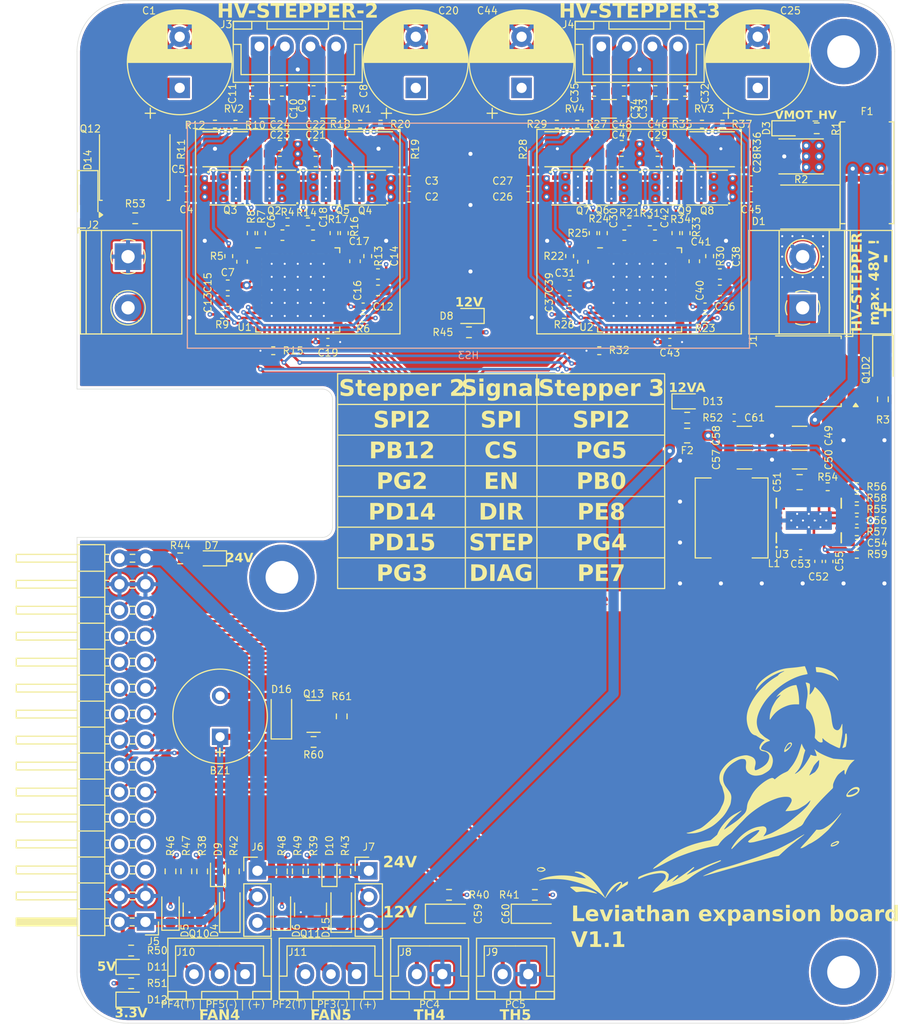
<source format=kicad_pcb>
(kicad_pcb (version 20241229) (generator "pcbnew") (generator_version "9.0")
  (layers (0 "F.Cu" signal) (4 "In1.Cu" signal) (6 "In2.Cu" signal) (2 "B.Cu" signal) (13 "F.Paste" user) (15 "B.Paste" user) (5 "F.SilkS" user "F.Silkscreen") (7 "B.SilkS" user "B.Silkscreen") (1 "F.Mask" user) (3 "B.Mask" user) (25 "Edge.Cuts" user))
  (net 0 "")
  (net 1 "GND")
  (net 2 "VMOT_1")
  (net 3 "Net-(J3-Pin_2)")
  (net 4 "+24V")
  (net 5 "Net-(U1A-CB2)")
  (net 6 "Net-(U1A-CB1)")
  (net 7 "Net-(J3-Pin_1)")
  (net 8 "Net-(J3-Pin_4)")
  (net 9 "Net-(J3-Pin_3)")
  (net 10 "+3V3")
  (net 11 "Net-(U1B-VCC)")
  (net 12 "Net-(U1B-5VOUT)")
  (net 13 "Net-(U1B-VCP)")
  (net 14 "Net-(U1B-CPI)")
  (net 15 "Net-(U1B-CPO)")
  (net 16 "+5V")
  (net 17 "Net-(U1A-CA2)")
  (net 18 "Net-(U1A-CA1)")
  (net 19 "Net-(U2A-CB2)")
  (net 20 "Net-(J4-Pin_2)")
  (net 21 "Net-(U2A-CB1)")
  (net 22 "Net-(J4-Pin_1)")
  (net 23 "+12V")
  (net 24 "Net-(J4-Pin_4)")
  (net 25 "Net-(J4-Pin_3)")
  (net 26 "Net-(U2B-VCC)")
  (net 27 "Net-(U2B-5VOUT)")
  (net 28 "Net-(U2B-VCP)")
  (net 29 "Net-(U2B-CPI)")
  (net 30 "Net-(U2B-CPO)")
  (net 31 "Net-(U2A-CA2)")
  (net 32 "Net-(U2A-CA1)")
  (net 33 "Net-(D2-K)")
  (net 34 "Net-(D3-A)")
  (net 35 "Net-(Q2B-S)")
  (net 36 "Net-(Q2B-G)")
  (net 37 "Net-(Q2A-G)")
  (net 38 "Net-(Q4B-S)")
  (net 39 "Net-(Q5B-G)")
  (net 40 "Net-(Q5A-G)")
  (net 41 "Net-(Q8B-S)")
  (net 42 "Net-(Q8A-G)")
  (net 43 "Net-(Q8B-G)")
  (net 44 "Net-(U1A-HB2)")
  (net 45 "Net-(U1A-HB1)")
  (net 46 "Net-(U1A-LB2)")
  (net 47 "Net-(U1A-LB1)")
  (net 48 "Net-(U1A-SRBH)")
  (net 49 "Net-(U1A-SRBL)")
  (net 50 "Net-(U1A-HA2)")
  (net 51 "Net-(U1A-HA1)")
  (net 52 "Net-(U1A-LA2)")
  (net 53 "Net-(U1A-LA1)")
  (net 54 "Net-(U1A-SRAH)")
  (net 55 "Net-(U1A-SRAL)")
  (net 56 "Net-(U2A-HB2)")
  (net 57 "Net-(U2A-HB1)")
  (net 58 "Net-(U2A-LB2)")
  (net 59 "Net-(U2A-LB1)")
  (net 60 "Net-(U2A-SRBH)")
  (net 61 "Net-(U2A-SRBL)")
  (net 62 "Net-(U2A-HA2)")
  (net 63 "Net-(U2A-HA1)")
  (net 64 "Net-(U2A-LA2)")
  (net 65 "Net-(U2A-LA1)")
  (net 66 "Net-(U2A-SRAH)")
  (net 67 "Net-(U2A-SRAL)")
  (net 76 "SPI2_SCK")
  (net 77 "CS_DRV_HV2")
  (net 78 "EN_DRV_HV2")
  (net 79 "EN_DRV_HV3")
  (net 80 "DIR_DRV_HV2")
  (net 81 "STEP_DRV_HV2")
  (net 82 "DIAG_DRV_HV2")
  (net 83 "DIAG_DRV_HV3")
  (net 84 "DIR_DRV_HV3")
  (net 85 "CS_DRV_HV3")
  (net 86 "STEP_DRV_HV3")
  (net 87 "Net-(D2-A)")
  (net 88 "Net-(J1-Pin_1)")
  (net 89 "Net-(Q3A-G)")
  (net 90 "Net-(Q3B-G)")
  (net 91 "Net-(Q4A-G)")
  (net 92 "Net-(Q4B-G)")
  (net 93 "Net-(Q6A-G)")
  (net 94 "Net-(Q6B-G)")
  (net 95 "Net-(Q6B-S)")
  (net 96 "Net-(Q7B-G)")
  (net 97 "Net-(Q7A-G)")
  (net 98 "Net-(Q9A-G)")
  (net 99 "Net-(Q9B-G)")
  (net 100 "SPI2_MISO")
  (net 101 "SPI2_MOSI")
  (net 102 "Net-(BZ1--)")
  (net 103 "TACH4")
  (net 104 "Net-(D5-K)")
  (net 105 "TACH5")
  (net 106 "Net-(D6-K)")
  (net 107 "Net-(D9-A)")
  (net 108 "Net-(D4-A)")
  (net 109 "Net-(D10-A)")
  (net 110 "Net-(D10-K)")
  (net 111 "Net-(D4-K)")
  (net 112 "Net-(D15-K)")
  (net 113 "Net-(Q10-G)")
  (net 114 "Net-(Q11-G)")
  (net 115 "PWM_FAN4")
  (net 116 "PWM_FAN5")
  (net 117 "+12VA")
  (net 118 "Net-(U3-FB)")
  (net 119 "Net-(U3-VCC)")
  (net 120 "Net-(U3-CBOOT)")
  (net 121 "Net-(C53-Pad2)")
  (net 122 "Net-(U3-SS{slash}TRK)")
  (net 123 "Net-(U3-EN)")
  (net 124 "Net-(U3-PGOOD)")
  (net 125 "Net-(U3-RT)")
  (net 126 "TH4")
  (net 127 "TH5")
  (net 128 "Net-(D7-A)")
  (net 129 "Net-(D8-A)")
  (net 130 "Net-(D11-A)")
  (net 131 "Net-(D12-A)")
  (net 132 "Net-(D13-A)")
  (net 133 "Net-(D14-K)")
  (net 134 "Net-(D14-A)")
  (net 135 "PWM_BUZZER")
  (net 136 "Net-(Q13-G)")
  (footprint "Library:MountingHole_3.2mm_M3_Pad_TopBottom" (layer "F.Cu") (at 125 65)
    (property "Reference" "H1" (hide yes))
    (property "Value" "MountingHole")
  )
  (footprint "Library:MountingHole_3.2mm_M3_Pad_TopBottom" (layer "F.Cu") (at 125 155)
    (property "Reference" "H2" (hide yes))
    (property "Value" "MountingHole")
  )
  (footprint "Library:JST_XH_B4B-XH-A_1x04_P2.50mm_Vertical" (layer "F.Cu") (at 67.85 64.5)
    (property "Reference" "J3")
    (property "Value" "HV_Stepper2")
  )
  (footprint "Library:C_0603_1608Metric" (layer "F.Cu") (at 73.15 68.85 180)
    (property "Reference" "C9")
    (property "Value" "1n")
  )
  (footprint "Library:C_0603_1608Metric" (layer "F.Cu") (at 67.15 68.85 180)
    (property "Reference" "C11")
    (property "Value" "1n")
  )
  (footprint "Library:C_0603_1608Metric" (layer "F.Cu") (at 109.5 68.85)
    (property "Reference" "C32")
    (property "Value" "1n")
  )
  (footprint "Library:C_0603_1608Metric" (layer "F.Cu") (at 106.6 68.85 180)
    (property "Reference" "C33")
    (property "Value" "1n")
  )
  (footprint "Library:C_0603_1608Metric" (layer "F.Cu") (at 103.5 68.85)
    (property "Reference" "C34")
    (property "Value" "1n")
  )
  (footprint "Library:C_0603_1608Metric" (layer "F.Cu") (at 70.05 68.85)
    (property "Reference" "C10")
    (property "Value" "1n")
  )
  (footprint "Library:C_0603_1608Metric" (layer "F.Cu") (at 76.05 68.85)
    (property "Reference" "C8")
    (property "Value" "1n")
  )
  (footprint "Library:C_0603_1608Metric" (layer "F.Cu") (at 100.6 68.85 180)
    (property "Reference" "C35")
    (property "Value" "1n")
  )
  (footprint "Library:R_1206_3216Metric" (layer "F.Cu") (at 68.6 70.6 180)
    (property "Reference" "RV2")
    (property "Value" "56V")
  )
  (footprint "Library:R_1206_3216Metric" (layer "F.Cu") (at 102.05 70.6 180)
    (property "Reference" "RV4")
    (property "Value" "56V")
  )
  (footprint "Library:R_1206_3216Metric" (layer "F.Cu") (at 74.6 70.6)
    (property "Reference" "RV1")
    (property "Value" "56V")
  )
  (footprint "Library:R_1206_3216Metric" (layer "F.Cu") (at 108.05 70.6)
    (property "Reference" "RV3")
    (property "Value" "56V")
  )
  (footprint "Library:QFN-56-1EP_8x8mm_P0.5mm_EP6.25x6.25mm_ThermalVias_TMC" (layer "F.Cu") (at 105.05 88.3)
    (property "Reference" "U2")
    (property "Value" "TMC5160-WA")
  )
  (footprint "Library:C_0603_1608Metric" (layer "F.Cu") (at 99.5 85.55 -90)
    (property "Reference" "C31")
    (property "Value" "220nF")
  )
  (footprint "Library:R_0402_1005Metric" (layer "F.Cu") (at 100.5 82.75 90)
    (property "Reference" "R25")
    (property "Value" "6R8")
  )
  (footprint "Library:R_0402_1005Metric" (layer "F.Cu") (at 109.6 82.75 90)
    (property "Reference" "R33")
    (property "Value" "6R8")
  )
  (footprint "Library:R_0402_1005Metric" (layer "F.Cu") (at 104.05 81.65)
    (property "Reference" "R21")
    (property "Value" "6R8")
  )
  (footprint "Library:R_0402_1005Metric" (layer "F.Cu") (at 108.6 82.75 90)
    (property "Reference" "R34")
    (property "Value" "6R8")
  )
  (footprint "Library:R_0402_1005Metric" (layer "F.Cu") (at 98.95 72.1)
    (property "Reference" "R27")
    (property "Value" "47R")
  )
  (footprint "Library:R_2512_6332Metric" (layer "F.Cu") (at 97.95 74.55 180)
    (property "Reference" "R28")
    (property "Value" "0.075R/1W")
  )
  (footprint "Library:R_0402_1005Metric" (layer "F.Cu") (at 111.9 85 90)
    (property "Reference" "R30")
    (property "Value" "6R8")
  )
  (footprint "Library:R_0402_1005Metric" (layer "F.Cu") (at 113.15 72.1)
    (property "Reference" "R37")
    (property "Value" "47R")
  )
  (footprint "Library:R_0402_1005Metric" (layer "F.Cu") (at 98.2 85 90)
    (property "Reference" "R22")
    (property "Value" "6R8")
  )
  (footprint "Library:R_0402_1005Metric" (layer "F.Cu") (at 101.5 82.75 90)
    (property "Reference" "R24")
    (property "Value" "6R8")
  )
  (footprint "Library:R_0402_1005Metric" (layer "F.Cu") (at 111.15 72.1 180)
    (property "Reference" "R35")
    (property "Value" "47R")
  )
  (footprint "Library:R_2512_6332Metric" (layer "F.Cu") (at 112.15 74.55)
    (property "Reference" "R36")
    (property "Value" "0.075R/1W")
  )
  (footprint "Library:R_0402_1005Metric" (layer "F.Cu") (at 96.95 72.1 180)
    (property "Reference" "R29")
    (property "Value" "47R")
  )
  (footprint "Library:R_0402_1005Metric" (layer "F.Cu") (at 106.05 81.65 180)
    (property "Reference" "R31")
    (property "Value" "6R8")
  )
  (footprint "Library:C_0603_1608Metric" (layer "F.Cu") (at 103.55 82.95)
    (property "Reference" "C30")
    (property "Value" "220nF")
  )
  (footprint "Library:C_0603_1608Metric" (layer "F.Cu") (at 64.75 89.4 180)
    (property "Reference" "C13")
    (property "Value" "2u2")
  )
  (footprint "Library:C_0603_1608Metric" (layer "F.Cu") (at 60.7 77.65)
    (property "Reference" "C5")
    (property "Value" "100nF/100V")
  )
  (footprint "Library:C_0603_1608Metric" (layer "F.Cu") (at 64.75 87.85 180)
    (property "Reference" "C15")
    (property "Value" "2u2")
  )
  (footprint "Library:C_0603_1608Metric" (layer "F.Cu") (at 82.5 79.2 180)
    (property "Reference" "C2")
    (property "Value" "100nF/100V")
  )
  (footprint "Library:C_0603_1608Metric" (layer "F.Cu") (at 66.15 85.55 -90)
    (property "Reference" "C7")
    (property "Value" "220nF")
  )
  (footprint "Library:Vishay_PowerPair_3x3S" (layer "F.Cu") (at 111.65 78.3 180)
    (property "Reference" "Q8")
    (property "Value" "SiZ270DT")
  )
  (footprint "Library:C_0603_1608Metric" (layer "F.Cu") (at 106.8 74.2 180)
    (property "Reference" "C46")
    (property "Value" "100nF/100V")
  )
  (footprint "Library:C_0603_1608Metric" (layer "F.Cu") (at 103.3 75.75)
    (property "Reference" "C47")
    (property "Value" "100nF/100V")
  )
  (footprint "Library:C_0603_1608Metric" (layer "F.Cu") (at 103.3 74.2)
    (property "Reference" "C48")
    (property "Value" "100nF/100V")
  )
  (footprint "Library:C_0603_1608Metric" (layer "F.Cu") (at 79.45 86.75 180)
    (property "Reference" "C14")
    (property "Value" "100n")
  )
  (footprint "Library:Vishay_PowerPair_3x3S" (layer "F.Cu") (at 107.25 78.3)
    (property "Reference" "Q9")
    (property "Value" "SiZ270DT")
  )
  (footprint "Library:CP_Radial_D10.0mm_P5.00mm" (layer "F.Cu") (at 60.05 68.55 90)
    (property "Reference" "C1")
    (property "Value" "220u/63V")
  )
  (footprint "Library:C_0603_1608Metric" (layer "F.Cu") (at 60.7 79.2)
    (property "Reference" "C4")
    (property "Value" "100nF/100V")
  )
  (footprint "Library:Vishay_PowerPair_3x3S" (layer "F.Cu") (at 69.4 78.3 180)
    (property "Reference" "Q2")
    (property "Value" "SiZ270DT")
  )
  (footprint "Library:C_0603_1608Metric" (layer "F.Cu") (at 69.85 75.75)
    (property "Reference" "C23")
    (property "Value" "100nF/100V")
  )
  (footprint "Library:C_0603_1608Metric" (layer "F.Cu") (at 69.85 74.2)
    (property "Reference" "C24")
    (property "Value" "100nF/100V")
  )
  (footprint "Library:C_0603_1608Metric" (layer "F.Cu") (at 77.2 85.5 -90)
    (property "Reference" "C17")
    (property "Value" "220nF")
  )
  (footprint "Library:R_0402_1005Metric" (layer "F.Cu") (at 64.85 85 90)
    (property "Reference" "R5")
    (property "Value" "6R8")
  )
  (footprint "Library:C_0603_1608Metric" (layer "F.Cu") (at 73.1 82.95 180)
    (property "Reference" "C18")
    (property "Value" "220nF")
  )
  (footprint "Library:Vishay_PowerPair_3x3S" (layer "F.Cu") (at 65 78.3)
    (property "Reference" "Q3")
    (property "Value" "SiZ270DT")
  )
  (footprint "Library:C_0603_1608Metric" (layer "F.Cu") (at 79.45 88.35 180)
    (property "Reference" "C16")
    (property "Value" "22n")
  )
  (footprint "Library:C_0603_1608Metric" (layer "F.Cu") (at 73.35 74.2 180)
    (property "Reference" "C22")
    (property "Value" "100nF/100V")
  )
  (footprint "Library:R_0402_1005Metric" (layer "F.Cu") (at 67.05 82.75 90)
    (property "Reference" "R8")
    (property "Value" "6R8")
  )
  (footprint "Library:R_0402_1005Metric" (layer "F.Cu") (at 70.6 81.65)
    (property "Reference" "R4")
    (property "Value" "6R8")
  )
  (footprint "Library:C_0402_1005Metric" (layer "F.Cu") (at 74.55 93.4)
    (property "Reference" "C19")
    (property "Value" "100n")
  )
  (footprint "Library:CP_Radial_D10.0mm_P5.00mm" (layer "F.Cu") (at 83.15 68.55 90)
    (property "Reference" "C20")
    (property "Value" "220u/63V")
  )
  (footprint "Library:C_0603_1608Metric" (layer "F.Cu") (at 73.35 75.75 180)
    (property "Reference" "C21")
    (property "Value" "100nF/100V")
  )
  (footprint "Library:R_0402_1005Metric" (layer "F.Cu") (at 78 91.05)
    (property "Reference" "R6")
    (property "Value" "10k")
  )
  (footprint "Library:R_0402_1005Metric" (layer "F.Cu") (at 68.05 82.75 90)
    (property "Reference" "R7")
    (property "Value" "6R8")
  )
  (footprint "Library:R_0402_1005Metric" (layer "F.Cu") (at 65.5 72.1)
    (property "Reference" "R10")
    (property "Value" "47R")
  )
  (footprint "Library:R_0402_1005Metric" (layer "F.Cu") (at 77.7 72.1 180)
    (property "Reference" "R18")
    (property "Value" "47R")
  )
  (footprint "Library:R_2512_6332Metric" (layer "F.Cu") (at 64.5 74.55 180)
    (property "Reference" "R11")
    (property "Value" "0.075R/1W")
  )
  (footprint "Library:R_0402_1005Metric" (layer "F.Cu") (at 78.45 85 90)
    (property "Reference" "R13")
    (property "Value" "6R8")
  )
  (footprint "Library:R_0402_1005Metric" (layer "F.Cu") (at 72.6 81.65 180)
    (property "Reference" "R14")
    (property "Value" "6R8")
  )
  (footprint "Library:R_2512_6332Metric" (layer "F.Cu") (at 78.7 74.55)
    (property "Reference" "R19")
    (property "Value" "0.075R/1W")
  )
  (footprint "Library:R_0402_1005Metric" (layer "F.Cu") (at 69.2 94.25)
    (property "Reference" "R15")
    (property "Value" "100k")
  )
  (footprint "Library:R_0402_1005Metric" (layer "F.Cu") (at 79.7 72.1)
    (property "Reference" "R20")
    (property "Value" "47R")
  )
  (footprint "Library:QFN-56-1EP_8x8mm_P0.5mm_EP6.25x6.25mm_ThermalVias_TMC" (layer "F.Cu") (at 71.6 88.3)
    (property "Reference" "U1")
    (property "Value" "TMC5160-WA")
  )
  (footprint "Library:R_0402_1005Metric" (layer "F.Cu") (at 75.15 82.75 90)
    (property "Reference" "R17")
    (property "Value" "6R8")
  )
  (footprint "Library:R_0402_1005Metric" (layer "F.Cu") (at 64.2 90.7)
    (property "Reference" "R9")
    (property "Value" "2R2")
  )
  (footprint "Library:R_0402_1005Metric" (layer "F.Cu") (at 63.5 72.1 180)
    (property "Reference" "R12")
    (property "Value" "47R")
  )
  (footprint "Library:CP_Radial_D10.0mm_P5.00mm" (layer "F.Cu") (at 93.5 68.55 90)
    (property "Reference" "C44")
    (property "Value" "220u/63V")
  )
  (footprint "Library:C_0603_1608Metric" (layer "F.Cu") (at 110.4 85.5 -90)
    (property "Reference" "C41")
    (property "Value" "220nF")
  )
  (footprint "Library:C_0603_1608Metric" (layer "F.Cu") (at 106.55 82.95 180)
    (property "Reference" "C42")
    (property "Value" "220nF")
  )
  (footprint "Library:C_0603_1608Metric" (layer "F.Cu") (at 112.9 86.75 180)
    (property "Reference" "C38")
    (property "Value" "100n")
  )
  (footprint "Library:C_0603_1608Metric" (layer "F.Cu") (at 112.9 88.35 180)
    (property "Reference" "C40")
    (property "Value" "22n")
  )
  (footprint "Library:R_0402_1005Metric" (layer "F.Cu") (at 111.45 91.05)
    (property "Reference" "R23")
    (property "Value" "10k")
  )
  (footprint "Library:C_0603_1608Metric" (layer "F.Cu") (at 115.95 79.2 180)
    (property "Reference" "C45")
    (property "Value" "100nF/100V")
  )
  (footprint "Library:C_0603_1608Metric" (layer "F.Cu") (at 115.95 77.65 180)
    (property "Reference" "C28")
    (property "Value" "100nF/100V")
  )
  (footprint "Library:C_0402_1005Metric" (layer "F.Cu") (at 108 93.4)
    (property "Reference" "C43")
    (property "Value" "100n")
  )
  (footprint "Library:R_0402_1005Metric" (layer "F.Cu") (at 101.1 94.25)
    (property "Reference" "R32")
    (property "Value" "100k")
  )
  (footprint "Library:C_0603_1608Metric" (layer "F.Cu") (at 98.2 89.4 180)
    (property "Reference" "C37")
    (property "Value" "2u2")
  )
  (footprint "Library:C_0402_1005Metric" (layer "F.Cu") (at 111.45 89.95)
    (property "Reference" "C36")
    (property "Value" "470nF")
  )
  (footprint "Library:C_0603_1608Metric" (layer "F.Cu") (at 94.15 79.2)
    (property "Reference" "C26")
    (property "Value" "100nF/100V")
  )
  (footprint "Library:C_0603_1608Metric" (layer "F.Cu") (at 106.8 75.75 180)
    (property "Reference" "C29")
    (property "Value" "100nF/100V")
  )
  (footprint "Library:CP_Radial_D10.0mm_P5.00mm" (layer "F.Cu") (at 116.6 68.55 90)
    (property "Reference" "C25")
    (property "Value" "220u/63V")
  )
  (footprint "Library:C_0603_1608Metric" (layer "F.Cu") (at 98.2 87.85 180)
    (property "Reference" "C39")
    (property "Value" "2u2")
  )
  (footprint "Library:R_0402_1005Metric" (layer "F.Cu") (at 97.65 90.7)
    (property "Reference" "R26")
    (property "Value" "2R2")
  )
  (footprint "Library:C_0603_1608Metric" (layer "F.Cu") (at 94.15 77.65)
    (property "Reference" "C27")
    (property "Value" "100nF/100V")
  )
  (footprint "Library:R_0402_1005Metric" (layer "F.Cu") (at 76.15 82.75 90)
    (property "Reference" "R16")
    (property "Value" "6R8")
  )
  (footprint "Library:TerminalBlock_Phoenix_MKDS-1,5-2_1x02_P5.00mm_Horizontal" (layer "F.Cu") (at 121 90.05 90)
    (property "Reference" "J1")
    (property "Value" "PWR_HV_DRV")
  )
  (footprint "Library:C_0603_1608Metric" (layer "F.Cu") (at 82.5 77.65 180)
    (property "Reference" "C3")
    (property "Value" "100nF/100V")
  )
  (footprint "Library:R_2512_6332Metric" (layer "F.Cu") (at 120.85 75.25)
    (property "Reference" "R2")
    (property "Value" "6k04/1W")
  )
  (footprint "Library:C_0603_1608Metric" (layer "F.Cu") (at 70.1 82.95)
    (property "Reference" "C6")
    (property "Value" "220nF")
  )
  (footprint "Library:D_SOD-123" (layer "F.Cu") (at 128.85 95.1 -90)
    (property "Reference" "D2")
    (property "Value" "15V")
  )
  (footprint "Library:LED_0603_1608Metric" (layer "F.Cu") (at 119.475 72.5)
    (property "Reference" "D3")
    (property "Value" "red")
  )
  (footprint "Library:TO-252-2" (layer "F.Cu") (at 121.46 96.25 180)
    (property "Reference" "Q1")
    (property "Value" "SUD50P06-15-GE3")
  )
  (footprint "Library:R_0603_1608Metric" (layer "F.Cu") (at 122.375 72.5)
    (property "Reference" "R1")
    (property "Value" "15k")
  )
  (footprint "Library:R_0603_1608Metric" (layer "F.Cu") (at 128.85 99 -90)
    (property "Reference" "R3")
    (property "Value" "100k")
  )
  (footprint "Library:Vishay_PowerPair_3x3S" (layer "F.Cu") (at 102.85 78.3 180)
    (property "Reference" "Q6")
    (property "Value" "SiZ270DT")
  )
  (footprint "Library:Vishay_PowerPair_3x3S" (layer "F.Cu") (at 98.45 78.3)
    (property "Reference" "Q7")
    (property "Value" "SiZ270DT")
  )
  (footprint "Library:Vishay_PowerPair_3x3S" (layer "F.Cu") (at 78.2 78.3 180)
    (property "Reference" "Q4")
    (property "Value" "SiZ270DT")
  )
  (footprint "Library:Vishay_PowerPair_3x3S" (layer "F.Cu") (at 73.8 78.3)
    (property "Reference" "Q5")
    (property "Value" "SiZ270DT")
  )
  (footprint "Library:C_0402_1005Metric" (layer "F.Cu") (at 78 89.95)
    (property "Reference" "C12")
    (property "Value" "470nF")
  )
  (footprint "Library:Fiducial_1.5mm_Mask3mm" (layer "F.Cu") (at 88.5 71.8)
    (property "Reference" "FID1" (hide yes))
    (property "Value" "Fiducial")
  )
  (footprint "Library:JST_XH_B4B-XH-A_1x04_P2.50mm_Vertical" (layer "F.Cu") (at 101.3 64.5)
    (property "Reference" "J4")
    (property "Value" "HV_Stepper3")
  )
  (footprint "Library:TO-252-2" (layer "F.Cu") (at 55.65 76.235 90)
    (property "Reference" "Q12")
    (property "Value" "SUD50P06-15-GE3")
  )
  (footprint "Library:Heatsink_Fischer_ICK_PGA_20x20x10" (layer "F.Cu") (at 71.6 82.6)
    (property "Reference" "HS1" (hide yes))
    (property "Value" "Heatsink")
  )
  (footprint "Library:R_0603_1608Metric" (layer "F.Cu") (at 109.7 100.8 180)
    (property "Reference" "R52")
    (property "Value" "3k6")
  )
  (footprint "Library:R_0603_1608Metric" (layer "F.Cu") (at 75.9 130 90)
    (property "Reference" "R61")
    (property "Value" "10k")
  )
  (footprint "Library:D_SOD-323_HandSoldering" (layer "F.Cu") (at 59.15 148.9 90)
    (property "Reference" "D5")
    (property "Value" "BAT54J,115")
  )
  (footprint "Library:LED_0603_1608Metric" (layer "F.Cu") (at 63.8 145.15 90)
    (property "Reference" "D9")
    (property "Value" "red")
  )
  (footprint "Library:Fuseholder_Littelfuse_Nano2_154x" (layer "F.Cu") (at 127.3 76.85 -90)
    (property "Reference" "F1")
    (property "Value" "10A")
  )
  (footprint "Library:R_0603_1608Metric" (layer "F.Cu") (at 70.05 145.15 -90)
    (property "Reference" "R48")
    (property "Value" "10k")
  )
  (footprint "Library:R_0603_1608Metric" (layer "F.Cu") (at 86.4 147.45 180)
    (property "Reference" "R40")
    (property "Value" "2k2")
  )
  (footprint "Library:SOT-23" (layer "F.Cu") (at 61.95 148.9 -90)
    (property "Reference" "Q10")
    (property "Value" "SQ2348ES")
  )
  (footprint "Library:R_0603_1608Metric" (layer "F.Cu") (at 60.1 114.55 180)
    (property "Reference" "R44")
    (property "Value" "10k")
  )
  (footprint "Library:C_0402_1005Metric" (layer "F.Cu") (at 122.55 114.85 -90)
    (property "Reference" "C52")
    (property "Value" "2u2")
  )
  (footprint "Library:R_0603_1608Metric" (layer "F.Cu") (at 88.35 92.45)
    (property "Reference" "R45")
    (property "Value" "3k6")
  )
  (footprint "Library:R_0603_1608Metric" (layer "F.Cu") (at 60.7 145.15 90)
    (property "Reference" "R47")
    (property "Value" "10k")
  )
  (footprint "Library:LED_0603_1608Metric" (layer "F.Cu") (at 55.3 154.5)
    (property "Reference" "D11")
    (property "Value" "red")
  )
  (footprint "Library:Fuse_0805_2012Metric" (layer "F.Cu") (at 109.7 102.55 180)
    (property "Reference" "F2")
    (property "Value" "2A")
  )
  (footprint "Library:R_0603_1608Metric" (layer "F.Cu") (at 73.15 145.15 -90)
    (property "Reference" "R39")
    (property "Value" "100R")
  )
  (footprint "Library:R_0603_1608Metric" (layer "F.Cu") (at 65.35 145.15 -90)
    (property "Reference" "R42")
    (property "Value" "1k")
  )
  (footprint "Library:D_SOD-123F" (layer "F.Cu") (at 70 130 90)
    (property "Reference" "D16")
    (property "Value" "DSK14")
  )
  (footprint "Library:R_0603_1608Metric" (layer "F.Cu") (at 94.8 147.45 180)
    (property "Reference" "R41")
    (property "Value" "2k2")
  )
  (footprint "Library:SOT-23" (layer "F.Cu") (at 72.85 148.9 -90)
    (property "Reference" "Q11")
    (property "Value" "SQ2348ES")
  )
  (footprint "Library:L_Chilisin_BMRB00060650" (layer "F.Cu") (at 114.05 110.6 90)
    (property "Reference" "L1")
    (property "Value" "15uH/5A")
  )
  (footprint "Library:R_0402_1005Metric" (layer "F.Cu") (at 126.3 111.95 180)
    (property "Reference" "R57")
    (property "Value" "9k09")
  )
  (footprint "Library:TerminalBlock_Phoenix_MKDS-1,5-2_1x02_P5.00mm_Horizontal" (layer "F.Cu") (at 54.995 85.05 -90)
    (property "Reference" "J2")
    (property "Value" "PWR_HV_DRV")
  )
  (footprint "Library:R_0603_1608Metric" (layer "F.Cu") (at 55.3 152.9 180)
    (property "Reference" "R50")
    (property "Value" "1k5")
  )
  (footprint "Library:R_0402_1005Metric" (layer "F.Cu") (at 126.3 114.15 180)
    (property "Reference" "R59")
    (property "Value" "48k7")
  )
  (footprint "Library:C_1206_3216Metric" (layer "F.Cu") (at 115.3 104.9)
    (property "Reference" "C57")
    (property "Value" "22uF")
  )
  (footprint "Library:R_0603_1608Metric" (layer "F.Cu") (at 55.3 156.1 180)
    (property "Reference" "R51")
    (property "Value" "1k")
  )
  (footprint "Library:Texas_RNP30" (layer "F.Cu") (at 121.6 110.85 90)
    (property "Reference" "U3")
    (property "Value" "LM76003RNPR" (hide yes))
  )
  (footprint "Library:R_0603_1608Metric" (layer "F.Cu") (at 59.15 145.15 -90)
    (property "Reference" "R46")
    (property "Value" "10k")
  )
  (footprint "Library:JST_XH_B3B-XH-A_1x03_P2.50mm_Vertical" (layer "F.Cu") (at 77.35 155.2 180)
    (property "Reference" "J11")
    (property "Value" "FAN_1")
  )
  (footprint "Library:D_SOD-123F" (layer "F.Cu") (at 75.85 148.9 90)
    (property "Reference" "D15")
    (property "Value" "DSK14")
  )
  (footprint "Library:MountingHole_3.2mm_M3_Pad_TopBottom" (layer "F.Cu") (at 70.05 116.4)
    (property "Reference" "H3" (hide yes))
    (property "Value" "MountingHole" (hide yes))
  )
  (footprint "Library:LED_0603_1608Metric" (layer "F.Cu") (at 88.35 90.85 180)
    (property "Reference" "D8")
    (property "Value" "red")
  )
  (footprint "Library:R_0603_1608Metric" (layer "F.Cu") (at 73.15 132.5)
    (property "Reference" "R60")
    (property "Value" "100R")
  )
  (footprint "Library:CP_EIA-3216-18_Kemet-A" (layer "F.Cu") (at 94.8 149.3)
    (property "Reference" "C60")
    (property "Value" "10u")
  )
  (footprint "Library:R_0603_1608Metric" (layer "F.Cu") (at 71.6 145.15 90)
    (property "Reference" "R49")
    (property "Value" "10k")
  )
  (footprint "Library:JST_XH_B2B-XH-A_1x02_P2.50mm_Vertical" (layer "F.Cu") (at 94.15 155.2 180)
    (property "Reference" "J9")
    (property "Value" "T1")
  )
  (footprint "Library:D_SOD-123" (layer "F.Cu") (at 51.05 79 -90)
    (property "Reference" "D14")
    (property "Value" "15V")
  )
  (footprint "Library:PinHeader_2x15_P2.54mm_Horizontal" (layer "F.Cu") (at 56.7 150.1 180)
    (property "Reference" "J5")
    (property "Value" "Conn_02x15_Odd_Even")
  )
  (footprint "Library:JST_XH_B3B-XH-A_1x03_P2.50mm_Vertical" (layer "F.Cu") (at 66.45 155.2 180)
    (property "Reference" "J10")
    (property "Value" "FAN_0")
  )
  (footprint "Library:Heatsink_Fischer_ICK_PGA_20x20x10" (layer "F.Cu") (at 105 82.6)
    (property "Reference" "HS2" (hide yes))
    (property "Value" "Heatsink")
  )
  (footprint "Library:R_0603_1608Metric" (layer "F.Cu") (at 76.25 145.15 -90)
    (property "Reference" "R43")
    (property "Value" "1k")
  )
  (footprint "Library:R_0402_1005Metric" (layer "F.Cu") (at 126.3 108.65)
    (property "Reference" "R58")
    (property "Value" "105k")
  )
  (footprint "Library:LED_0603_1608Metric" (layer "F.Cu") (at 55.3 157.7)
    (property "Reference" "D12")
    (property "Value" "red")
  )
  (footprint "Library:PinHeader_1x03_P2.54mm_Vertical" (layer "F.Cu") (at 67.65 145.1)
    (property "Reference" "J6")
    (property "Value" "FAN_V")
  )
  (footprint "Library:JST_XH_B2B-XH-A_1x02_P2.50mm_Vertical" (layer "F.Cu") (at 85.75 155.2 180)
    (property "Reference" "J8")
    (property "Value" "T0")
  )
  (footprint "Library:D_SOD-123F" (layer "F.Cu") (at 64.95 148.9 90)
    (property "Reference" "D4")
    (property "Value" "DSK14")
  )
  (footprint "Library:D_SMB" (layer "F.Cu") (at 121 80.2 180)
    (property "Reference" "D1")
    (property "Value" "SMBJ54A")
  )
  (footprint "Library:C_1206_3216Metric" (layer "F.Cu") (at 120.7 102.55)
    (property "Reference" "C49")
    (property "Value" "4u7/100V/X7S")
  )
  (footprint "Library:MagneticBuzzer_PUI_AT-0927-TT-6-R" (layer "F.Cu") (at 64 132 90)
    (property "Reference" "BZ1")
    (property "Value" "QMB-09B-03")
  )
  (footprint "Library:C_0402_1005Metric" (layer "F.Cu") (at 114.3 100.8)
    (property "Reference" "C61")
    (property "Value" "470nF")
  )
  (footprint "Library:CP_EIA-3216-18_Kemet-A" (layer "F.Cu") (at 86.4 149.3)
    (property "Reference" "C59")
    (property "Value" "10u")
  )
  (footprint "Library:C_0402_1005Metric" (layer "F.Cu") (at 123.6 114.85 -90)
    (property "Reference" "C55")
    (property "Value" "1uF")
  )
  (footprint "Library:R_0603_1608Metric" (layer "F.Cu") (at 55.7 81.3)
    (property "Reference" "R53")
    (property "Value" "100k")
  )
  (footprint "Library:R_0402_1005Metric" (layer "F.Cu") (at 123.45 107.55 180)
    (property "Reference" "R54")
    (property "Value" "15M")
  )
  (footprint "Library:LED_0603_1608Metric" (layer "F.Cu") (at 109.7 99.2)
    (property "Reference" "D13")
    (property "Value" "red")
  )
  (footprint "Library:C_1206_3216Metric" (layer "F.Cu") (at 115.3 102.55)
    (property "Reference" "C58")
    (property "Value" "22uF")
  )
  (footprint "Library:C_1206_3216Metric" (layer "F.Cu") (at 120.7 104.9)
    (property "Reference" "C50")
    (property "Value" "4u7/100V/X7S")
  )
  (footprint "Library:LED_0603_1608Metric" (layer "F.Cu") (at 74.7 145.15 90)
    (property "Reference" "D10")
    (property "Value" "red")
  )
  (footprint "Library:C_0402_1005Metric" (layer "F.Cu") (at 126.3 113.05)
    (property "Reference" "C54")
    (property "Value" "12nF")
  )
  (footprint "Library:C_0805_2012Metric" (layer "F.Cu") (at 120.7 107.1)
    (property "Reference" "C51")
    (property "Value" "470nF/100V")
  )
  (footprint "Library:D_SOD-323_HandSoldering" (layer "F.Cu") (at 70.05 148.9 90)
    (property "Reference" "D6")
    (property "Value" "BAT54J,115")
  )
  (footprint "Library:R_0402_1005Metric" (layer "F.Cu") (at 126.3 107.55 180)
    (property "Reference" "R56")
    (property "Value" "1M")
  )
  (footprint "Library:C_0402_1005Metric" (layer "F.Cu") (at 126.3 110.85 180)
    (property "Reference" "C56")
    (property "Value" "12pF")
  )
  (footprint "Library:R_0402_1005Metric" (layer "F.Cu") (at 126.3 109.75)
    (property "Reference" "R55")
    (property "Value" "100k")
  )
  (footprint "Library:PinHeader_1x03_P2.54mm_Vertical" (layer "F.Cu") (at 78.55 145.1)
    (property "Reference" "J7")
    (property "Value" "FAN_V")
  )
  (footprint "Library:R_0603_1608Metric" (layer "F.Cu") (at 62.25 145.15 -90)
    (property "Reference" "R38")
    (property "Value" "100R")
  )
  (footprint "Library:C_0402_1005Metric" (layer "F.Cu") (at 120.8 114.05 180)
    (property "Reference" "C53")
    (property "Value" "470nF")
  )
  (footprint "Library:SOT-23" (layer "F.Cu") (at 73.15 130 180)
    (property "Reference" "Q13")
    (property "Value" "SQ2348ES")
  )
  (footprint "Library:LED_0603_1608Metric" (layer "F.Cu") (at 63.15 114.55 180)
    (property "Reference" "D7")
    (property "Value" "red")
  )
  (footprint "Library:M2_Heatsink_55x22x3" (layer "B.Cu") (at 88.3 83 180)
    (property "Reference" "HS3")
    (property "Value" "Heatsink")
  )
  (gr_line (start 129.75 92.6) (end 125.66 92.6) (stroke (width 0.12)) (layer "F.SilkS"))
  (gr_line (start 125.66 82.49) (end 129.75 82.49) (stroke (width 0.12)) (layer "F.SilkS"))
  (gr_line (start 129.75 82.49) (end 129.75 92.6) (stroke (width 0.12)) (layer "F.SilkS"))
  (gr_poly (pts (xy 121.164337 141.554198) (xy 120.917392 141.749327) (xy 120.289317 142.239977) (xy 119.976093 142.486336) (xy 119.664756 142.735176) (xy 119.586818 142.799507) (xy 119.509959 142.865199) (xy 119.433965 142.931981) (xy 119.358624 142.999588) (xy 119.05952 143.272886) (xy 118.719421 143.591767) (xy 118.713839 143.596679) (xy 118.708057 143.601487) (xy 118.702091 143.606173) (xy 118.695954 143.610722) (xy 118.689661 143.61512) (xy 118.683225 143.619351) (xy 118.676661 143.623399) (xy 118.669982 143.62725) (xy 118.663203 143.630887) (xy 118.656339 143.634296) (xy 118.649402 143.637461) (xy 118.642408 143.640367) (xy 118.635371 143.642998) (xy 118.628303 143.64534) (xy 118.621221 143.647376) (xy 118.614137 143.649092) (xy 118.57262 143.657811) (xy 118.530977 143.665878) (xy 118.44743 143.680649) (xy 118.280099 143.708899) (xy 118.269663 143.710731) (xy 118.259232 143.71271) (xy 118.248815 143.714823) (xy 118.238416 143.717063) (xy 118.217702 143.721883) (xy 118.197143 143.727089) (xy 117.389578 143.937032) (xy 116.582632 144.149044) (xy 115.711573 144.381692) (xy 114.842168 144.620333) (xy 111.582555 145.544724) (xy 111.283521 145.630162) (xy 111.279387 145.61862) (xy 111.275253 145.607287) (xy 111.413884 145.533354) (xy 111.448622 145.515097) (xy 111.483535 145.497215) (xy 111.518693 145.479849) (xy 111.554168 145.463143) (xy 111.937676 145.29044) (xy 112.32201 145.119185) (xy 112.445689 145.066507) (xy 112.570816 145.01842) (xy 112.697182 144.974266) (xy 112.824582 144.93339) (xy 112.952808 144.895137) (xy 113.081655 144.858851) (xy 113.340383 144.789557) (xy 113.718268 144.686201) (xy 114.094148 144.576465) (xy 114.468342 144.461336) (xy 114.84117 144.341798) (xy 115.584007 144.093437) (xy 116.325216 143.839262) (xy 116.559927 143.757136) (xy 116.793684 143.67261) (xy 117.258871 143.497611) (xy 117.721837 143.316773) (xy 118.183639 143.132603) (xy 118.413876 143.036861) (xy 118.641535 142.935836) (xy 118.866882 142.830082) (xy 119.090181 142.720155) (xy 119.311698 142.606611) (xy 119.531697 142.490005) (xy 119.9682 142.24983) (xy 120.003254 142.229696) (xy 120.037957 142.208928) (xy 120.106486 142.165804) (xy 120.174137 142.121078) (xy 120.241258 142.075371) (xy 120.375306 141.983491) (xy 120.44293 141.938558) (xy 120.511421 141.895125) (xy 120.583119 141.851651) (xy 120.655311 141.808975) (xy 120.800776 141.725384) (xy 121.093229 141.560812) (xy 121.096887 141.558823) (xy 121.100621 141.556981) (xy 121.104423 141.55527) (xy 121.108285 141.553676) (xy 121.112198 141.552184) (xy 121.116155 141.550779) (xy 121.124168 141.548168) (xy 121.14036 141.543332) (xy 121.14841 141.540867) (xy 121.156345 141.538212)) (stroke (width -0.000001)) (fill yes) (layer "F.SilkS"))
  (gr_poly (pts (xy 98.707853 146.640296) (xy 98.860166 146.647545) (xy 99.011588 146.661053) (xy 99.162137 146.680579) (xy 99.311834 146.705879) (xy 99.460698 146.736712) (xy 99.608748 146.772836) (xy 99.756003 146.814007) (xy 99.871331 146.848942) (xy 99.98611 146.885385) (xy 100.100178 146.923734) (xy 100.213374 146.964385) (xy 100.325537 147.007737) (xy 100.436505 147.054187) (xy 100.546116 147.104131) (xy 100.654209 147.157967) (xy 100.683008 147.173517) (xy 100.71138 147.189869) (xy 100.739417 147.20684) (xy 100.767208 147.22425) (xy 100.822416 147.259665) (xy 100.850013 147.277308) (xy 100.877727 147.294667) (xy 100.873545 147.302979) (xy 100.869286 147.311342) (xy 100.864976 147.319705) (xy 100.860639 147.328016) (xy 100.526982 147.265383) (xy 100.360243 147.233292) (xy 100.193944 147.19903) (xy 100.102763 147.180614) (xy 100.011337 147.164713) (xy 99.919678 147.151442) (xy 99.827799 147.140913) (xy 99.735714 147.133239) (xy 99.643434 147.128533) (xy 99.550974 147.126908) (xy 99.458346 147.128477) (xy 99.393258 147.131587) (xy 99.328212 147.136353) (xy 99.263199 147.142443) (xy 99.198207 147.149526) (xy 98.938275 147.181118) (xy 98.925055 147.182409) (xy 98.912243 147.18316) (xy 98.8998 147.183345) (xy 98.887688 147.182935) (xy 98.875868 147.181902) (xy 98.864301 147.180216) (xy 98.852951 147.177851) (xy 98.841778 147.174778) (xy 98.830743 147.170969) (xy 98.819809 147.166395) (xy 98.808937 147.161028) (xy 98.798089 147.15484) (xy 98.787227 147.147802) (xy 98.776312 147.139887) (xy 98.765305 147.131066) (xy 98.754169 147.121311) (xy 98.699562 147.072638) (xy 98.643809 147.02524) (xy 98.587158 146.978844) (xy 98.529858 146.933174) (xy 98.29914 146.752272) (xy 98.292446 146.746907) (xy 98.285691 146.74129) (xy 98.27871 146.735324) (xy 98.271338 146.728913) (xy 98.254763 146.714366) (xy 98.234648 146.696873) (xy 98.2558 146.689662) (xy 98.276691 146.683004) (xy 98.297345 146.676885) (xy 98.317782 146.671289) (xy 98.338028 146.666202) (xy 98.358105 146.661609) (xy 98.378035 146.657495) (xy 98.397842 146.653844) (xy 98.437179 146.647875) (xy 98.4763 146.643583) (xy 98.515388 146.640846) (xy 98.554629 146.639548) (xy 98.631356 146.639094)) (stroke (width -0.000001)) (fill yes) (layer "F.SilkS"))
  (gr_line (start 75.5 102.5) (end 107.5 102.5) (stroke (width 0.12)) (layer "F.SilkS"))
  (gr_line (start 75.5 114.5) (end 107.5 114.5) (stroke (width 0.12)) (layer "F.SilkS"))
  (gr_poly (pts (xy 120.969725 132.824451) (xy 121.007943 132.908985) (xy 121.048657 132.992998) (xy 121.070313 133.034605) (xy 121.093027 133.075836) (xy 121.116946 133.116609) (xy 121.142213 133.156843) (xy 121.168974 133.196455) (xy 121.197373 133.235363) (xy 121.227556 133.273486) (xy 121.259668 133.310741) (xy 121.20155 133.489402) (xy 121.172814 133.579483) (xy 121.145292 133.670132) (xy 121.125964 133.738186) (xy 121.116746 133.772399) (xy 121.107877 133.806731) (xy 121.099396 133.841179) (xy 121.091341 133.87574) (xy 121.083751 133.910411) (xy 121.076665 133.945189) (xy 121.049936 134.073925) (xy 121.020235 134.201633) (xy 120.98702 134.32814) (xy 120.949748 134.453272) (xy 120.907878 134.576853) (xy 120.885048 134.638007) (xy 120.860865 134.698709) (xy 120.835261 134.758936) (xy 120.808168 134.818666) (xy 120.779519 134.877878) (xy 120.749244 134.936549) (xy 120.725828 134.979473) (xy 120.701582 135.021744) (xy 120.676522 135.063379) (xy 120.650667 135.104391) (xy 120.624031 135.144794) (xy 120.596632 135.184602) (xy 120.568486 135.22383) (xy 120.539609 135.262491) (xy 120.510019 135.3006) (xy 120.479732 135.338171) (xy 120.417132 135.411754) (xy 120.351942 135.483355) (xy 120.284294 135.553086) (xy 120.281372 135.556105) (xy 120.278503 135.559179) (xy 120.275696 135.562326) (xy 120.272959 135.565561) (xy 120.270299 135.568901) (xy 120.267724 135.572362) (xy 120.265243 135.575961) (xy 120.262864 135.579716) (xy 120.260595 135.583641) (xy 120.258444 135.587754) (xy 120.256418 135.592071) (xy 120.254527 135.596609) (xy 120.252778 135.601385) (xy 120.251179 135.606414) (xy 120.249738 135.611714) (xy 120.248464 135.617301) (xy 120.25649 135.614646) (xy 120.264609 135.612185) (xy 120.280882 135.60738) (xy 120.288914 135.604802) (xy 120.292877 135.603419) (xy 120.296794 135.601954) (xy 120.300658 135.600392) (xy 120.304461 135.598718) (xy 120.308195 135.596918) (xy 120.311853 135.594978) (xy 120.351365 135.57257) (xy 120.390226 135.54938) (xy 120.428449 135.525414) (xy 120.466047 135.500676) (xy 120.503035 135.475173) (xy 120.539427 135.44891) (xy 120.575235 135.421893) (xy 120.610475 135.394128) (xy 120.645158 135.365619) (xy 120.6793 135.336374) (xy 120.712914 135.306397) (xy 120.746014 135.275694) (xy 120.778612 135.24427) (xy 120.810724 135.212133) (xy 120.842363 135.179286) (xy 120.873542 135.145736) (xy 120.932732 135.079347) (xy 120.990361 135.011888) (xy 121.046511 134.943413) (xy 121.101263 134.873974) (xy 121.154697 134.803626) (xy 121.206894 134.732423) (xy 121.3079 134.587665) (xy 121.404927 134.440129) (xy 121.49862 134.290246) (xy 121.589627 134.138444) (xy 121.678592 133.985152) (xy 121.686388 133.971255) (xy 121.693877 133.95717) (xy 121.708061 133.928515) (xy 121.721386 133.899344) (xy 121.734094 133.869811) (xy 121.758627 133.810279) (xy 121.770937 133.780591) (xy 121.783599 133.751161) (xy 121.880309 133.787711) (xy 121.923464 133.803054) (xy 121.963719 133.816549) (xy 122.001495 133.828273) (xy 122.037219 133.838307) (xy 122.071313 133.846728) (xy 122.104201 133.853618) (xy 122.136308 133.859054) (xy 122.168057 133.863116) (xy 122.199873 133.865882) (xy 122.232178 133.867433) (xy 122.265397 133.867846) (xy 122.299955 133.867202) (xy 122.336274 133.86558) (xy 122.374778 133.863057) (xy 122.366594 133.8221) (xy 122.357195 133.781551) (xy 122.346677 133.74133) (xy 122.335138 133.701362) (xy 122.30938 133.62187) (xy 122.280693 133.542457) (xy 122.152088 133.213175) (xy 122.170768 133.225922) (xy 122.187843 133.237278) (xy 122.217785 133.256962) (xy 122.230955 133.265866) (xy 122.243128 133.274527) (xy 122.254453 133.283234) (xy 122.259846 133.287694) (xy 122.265085 133.292274) (xy 122.30901 133.331069) (xy 122.353926 133.368155) (xy 122.399772 133.403643) (xy 122.446487 133.437644) (xy 122.49401 133.470272) (xy 122.542279 133.501637) (xy 122.591232 133.531851) (xy 122.640809 133.561026) (xy 122.741587 133.616708) (xy 122.844121 133.669577) (xy 122.947922 133.720527) (xy 123.052497 133.770454) (xy 123.164644 133.822293) (xy 123.277617 133.871649) (xy 123.391392 133.918647) (xy 123.505941 133.963413) (xy 123.62124 134.006073) (xy 123.737262 134.046754) (xy 123.853982 134.085581) (xy 123.971374 134.12268) (xy 123.9859 134.127172) (xy 123.993209 134.12941) (xy 124.000554 134.131535) (xy 124.007938 134.133466) (xy 124.011646 134.134333) (xy 124.015364 134.135122) (xy 124.019094 134.135822) (xy 124.022835 134.136423) (xy 124.026589 134.136915) (xy 124.030355 134.137287) (xy 124.601312 134.184554) (xy 125.172474 134.229342) (xy 125.303245 134.237738) (xy 125.434197 134.244016) (xy 125.696128 134.253318) (xy 125.787156 134.255558) (xy 125.88113 134.256557) (xy 126.089696 134.257728) (xy 126.003225 134.333388) (xy 125.91965 134.408826) (xy 125.839493 134.484928) (xy 125.800858 134.523507) (xy 125.763273 134.562585) (xy 125.726802 134.602273) (xy 125.69151 134.642683) (xy 125.657462 134.683925) (xy 125.624724 134.72611) (xy 125.59336 134.769351) (xy 125.563435 134.813756) (xy 125.535014 134.859439) (xy 125.508163 134.906509) (xy 125.458727 135.0001) (xy 125.411881 135.094964) (xy 125.36758 135.191288) (xy 125.325779 135.289259) (xy 125.286433 135.389065) (xy 125.249496 135.490892) (xy 125.214924 135.594929) (xy 125.18267 135.701362) (xy 125.169344 135.688136) (xy 125.157425 135.674718) (xy 125.146839 135.661119) (xy 125.137509 135.64735) (xy 125.12936 135.633422) (xy 125.122315 135.619346) (xy 125.116299 135.605133) (xy 125.111236 135.590796) (xy 125.10705 135.576344) (xy 125.103664 135.561789) (xy 125.101004 135.547142) (xy 125.098993 135.532414) (xy 125.096615 135.50276) (xy 125.095923 135.472917) (xy 125.097869 135.353437) (xy 125.096498 135.323986) (xy 125.093171 135.294881) (xy 125.090583 135.280486) (xy 125.087278 135.266211) (xy 125.083181 135.252067) (xy 125.078214 135.238065) (xy 125.059047 135.247567) (xy 125.039703 135.256613) (xy 125.001217 135.274411) (xy 124.982444 135.283699) (xy 124.973256 135.288558) (xy 124.96423 135.293604) (xy 124.95539 135.298872) (xy 124.946759 135.304395) (xy 124.93836 135.310205) (xy 124.930215 135.316338) (xy 124.777206 135.434591) (xy 124.701096 135.494331) (xy 124.626598 135.555841) (xy 124.59027 135.587579) (xy 124.554723 135.620142) (xy 124.520085 135.653657) (xy 124.486482 135.688253) (xy 124.45404 135.724057) (xy 124.422885 135.761197) (xy 124.393145 135.799799) (xy 124.364944 135.839993) (xy 124.309134 135.92639) (xy 124.25607 136.014405) (xy 124.205834 136.104003) (xy 124.158513 136.195148) (xy 124.114188 136.287804) (xy 124.072945 136.381937) (xy 124.034867 136.477509) (xy 124.000038 136.574487) (xy 123.994475 136.592129) (xy 123.989645 136.610099) (xy 123.985502 136.628362) (xy 123.982003 136.646886) (xy 123.979105 136.665636) (xy 123.976765 136.684577) (xy 123.974937 136.703677) (xy 123.97358 136.722902) (xy 123.972101 136.761588) (xy 123.971978 136.800365) (xy 123.972863 136.83896) (xy 123.974407 136.877104) (xy 123.974821 136.891251) (xy 123.9748 136.904974) (xy 123.974312 136.918295) (xy 123.973321 136.931236) (xy 123.971794 136.943818) (xy 123.969697 136.956063) (xy 123.966996 136.967994) (xy 123.963657 136.979631) (xy 123.959647 136.990997) (xy 123.95493 137.002114) (xy 123.949475 137.013002) (xy 123.943245 137.023685) (xy 123.936208 137.034184) (xy 123.92833 137.044521) (xy 123.919576 137.054717) (xy 123.909914 137.064794) (xy 123.473868 137.495844) (xy 123.256891 137.712506) (xy 123.04175 137.931029) (xy 122.876122 138.103559) (xy 122.712639 138.278157) (xy 122.550965 138.454409) (xy 122.390764 138.631901) (xy 122.263972 138.773907) (xy 122.138755 138.917361) (xy 122.077166 138.989921) (xy 122.016485 139.063192) (xy 121.956882 139.137289) (xy 121.898529 139.21233) (xy 121.82473 139.310318) (xy 121.751891 139.409088) (xy 121.608691 139.608585) (xy 121.468127 139.810046) (xy 121.329397 140.012695) (xy 121.295589 140.063634) (xy 121.262748 140.115316) (xy 121.230804 140.167657) (xy 121.19969 140.220572) (xy 121.169338 140.273979) (xy 121.139681 140.327792) (xy 121.11065 140.381929) (xy 121.082178 140.436304) (xy 121.067856 140.462853) (xy 121.052792 140.488459) (xy 121.036979 140.513141) (xy 121.020412 140.536918) (xy 121.003084 140.559811) (xy 120.984989 140.581838) (xy 120.966122 140.603019) (xy 120.946475 140.623373) (xy 120.926044 140.64292) (xy 120.904822 140.661678) (xy 120.882804 140.679668) (xy 120.859982 140.696909) (xy 120.836351 140.713419) (xy 120.811905 140.729219) (xy 120.786638 140.744328) (xy 120.760543 140.758765) (xy 120.704332 140.789439) (xy 120.64866 140.821113) (xy 120.5383 140.886303) (xy 120.428199 140.95201) (xy 120.37285 140.98433) (xy 120.317091 141.015907) (xy 120.284991 141.033391) (xy 120.252585 141.050307) (xy 120.219901 141.06668) (xy 120.186969 141.082536) (xy 120.153817 141.097901) (xy 120.120474 141.112801) (xy 120.086971 141.127262) (xy 120.053335 141.14131) (xy 119.692219 141.289724) (xy 119.510808 141.361839) (xy 119.419686 141.396763) (xy 119.328209 141.430699) (xy 119.258293 141.455473) (xy 119.187929 141.478929) (xy 119.117209 141.501352) (xy 119.046228 141.523026) (xy 118.761558 141.607914) (xy 118.389971 141.723048) (xy 118.203841 141.779763) (xy 118.017143 141.834463) (xy 117.951242 141.852582) (xy 117.885053 141.869706) (xy 117.752112 141.902055) (xy 117.618912 141.933681) (xy 117.486047 141.966755) (xy 116.891147 142.124092) (xy 116.593543 142.202438) (xy 116.295421 142.278742) (xy 116.246741 142.290138) (xy 116.197692 142.300093) (xy 116.148347 142.308847) (xy 116.098775 142.316638) (xy 115.999238 142.330289) (xy 115.899648 142.342959) (xy 115.882056 142.344844) (xy 115.86518 142.345837) (xy 115.848923 142.345916) (xy 115.833188 142.34506) (xy 115.817878 142.343248) (xy 115.802895 142.340459) (xy 115.788143 142.336672) (xy 115.773523 142.331866) (xy 115.758939 142.326019) (xy 115.744293 142.319112) (xy 115.729488 142.311123) (xy 115.714426 142.302031) (xy 115.699011 142.291815) (xy 115.683145 142.280454) (xy 115.666731 142.267927) (xy 115.649671 142.254214) (xy 115.653751 142.248189) (xy 115.657741 142.242022) (xy 115.665549 142.229392) (xy 115.673299 142.216581) (xy 115.681194 142.203847) (xy 115.68526 142.19759) (xy 115.689438 142.191449) (xy 115.693755 142.185457) (xy 115.698234 142.179645) (xy 115.702903 142.174047) (xy 115.707786 142.168694) (xy 115.712909 142.163619) (xy 115.718298 142.158854) (xy 115.897899 142.011395) (xy 116.078379 141.864918) (xy 116.258033 141.717407) (xy 116.347017 141.642635) (xy 116.435155 141.566849) (xy 116.454368 141.549638) (xy 116.473169 141.531934) (xy 116.491591 141.513779) (xy 116.509667 141.495216) (xy 116.527433 141.476288) (xy 116.54492 141.457038) (xy 116.579193 141.417744) (xy 116.612756 141.377674) (xy 116.645877 141.337171) (xy 116.711864 141.256237) (xy 116.716692 141.250085) (xy 116.721178 141.243631) (xy 116.725357 141.236898) (xy 116.72927 141.229908) (xy 116.732954 141.222682) (xy 116.736446 141.215242) (xy 116.739784 141.207609) (xy 116.743007 141.199807) (xy 116.749259 141.183777) (xy 116.755504 141.167328) (xy 116.762046 141.150633) (xy 116.765524 141.142248) (xy 116.769189 141.133867) (xy 116.74748 141.129086) (xy 116.726159 141.125545) (xy 116.705211 141.123176) (xy 116.684618 141.121909) (xy 116.664362 141.121674) (xy 116.644426 141.122401) (xy 116.624793 141.12402) (xy 116.605446 141.126461) (xy 116.586366 141.129655) (xy 116.567537 141.133532) (xy 116.548942 141.138021) (xy 116.530563 141.143054) (xy 116.512382 141.14856) (xy 116.494383 141.154469) (xy 116.458858 141.167217) (xy 116.31912 141.222112) (xy 116.181372 141.28097) (xy 116.04582 141.34411) (xy 115.912671 141.411853) (xy 115.782132 141.484518) (xy 115.717905 141.522797) (xy 115.654409 141.562425) (xy 115.591668 141.603444) (xy 115.529709 141.645893) (xy 115.468557 141.689813) (xy 115.408239 141.735243) (xy 115.268611 141.84553) (xy 115.131576 141.958814) (xy 114.99699 142.074914) (xy 114.864706 142.193649) (xy 114.73458 142.314839) (xy 114.606466 142.438303) (xy 114.480219 142.563859) (xy 114.355693 142.691328) (xy 114.319647 142.728341) (xy 114.283277 142.765019) (xy 114.209828 142.837676) (xy 114.061895 142.982371) (xy 114.05642 142.978191) (xy 114.051455 142.974026) (xy 114.046983 142.969874) (xy 114.042985 142.965738) (xy 114.039444 142.961616) (xy 114.036341 142.957512) (xy 114.033659 142.953424) (xy 114.031381 142.949353) (xy 114.029487 142.945301) (xy 114.027961 142.941267) (xy 114.026784 142.937253) (xy 114.025938 142.93326) (xy 114.025407 142.929287) (xy 114.025171 142.925335) (xy 114.025213 142.921406) (xy 114.025515 142.917499) (xy 114.02606 142.913616) (xy 114.026829 142.909756) (xy 114.027804 142.905922) (xy 114.028968 142.902113) (xy 114.03179 142.894573) (xy 114.035153 142.887144) (xy 114.038913 142.879828) (xy 114.042927 142.872633) (xy 114.051147 142.858624) (xy 114.092246 142.790129) (xy 114.134173 142.722023) (xy 114.17703 142.654486) (xy 114.22092 142.587698) (xy 114.273287 142.511126) (xy 114.326836 142.435625) (xy 114.381579 142.361212) (xy 114.437531 142.287906) (xy 114.494704 142.215723) (xy 114.55311 142.144683) (xy 114.612763 142.074801) (xy 114.673676 142.006097) (xy 114.735861 141.938588) (xy 114.799332 141.872292) (xy 114.864101 141.807227) (xy 114.930181 141.743409) (xy 114.997585 141.680858) (xy 115.066326 141.619591) (xy 115.136418 141.559625) (xy 115.207872 141.500979) (xy 115.278248 141.445601) (xy 115.349552 141.391851) (xy 115.421798 141.33979) (xy 115.495004 141.289475) (xy 115.569185 141.240965) (xy 115.644358 141.19432) (xy 115.720538 141.149598) (xy 115.797742 141.106858) (xy 115.875986 141.06616) (xy 115.955286 141.027562) (xy 116.035659 140.991123) (xy 116.11712 140.956902) (xy 116.199685 140.924958) (xy 116.283371 140.89535) (xy 116.368194 140.868137) (xy 116.45417 140.843377) (xy 116.527668 140.825048) (xy 116.601922 140.809452) (xy 116.676784 140.796142) (xy 116.752103 140.784673) (xy 116.827733 140.774599) (xy 116.903525 140.765475) (xy 117.054998 140.748292) (xy 117.068121 140.747044) (xy 117.081424 140.746287) (xy 117.094873 140.746011) (xy 117.108435 140.746204) (xy 117.122076 140.746854) (xy 117.135763 140.747949) (xy 117.149461 140.749477) (xy 117.163139 140.751428) (xy 117.176761 140.753788) (xy 117.190295 140.756547) (xy 117.203707 140.759693) (xy 117.216963 140.763214) (xy 117.230031 140.767098) (xy 117.242876 140.771334) (xy 117.255465 140.77591) (xy 117.267765 140.780814) (xy 117.279544 140.785978) (xy 117.290954 140.79144) (xy 117.301994 140.7972) (xy 117.312664 140.803255) (xy 117.322963 140.809603) (xy 117.332891 140.81624) (xy 117.342446 140.823166) (xy 117.351628 140.830376) (xy 117.360435 140.83787) (xy 117.368869 140.845644) (xy 117.376927 140.853697) (xy 117.384609 140.862025) (xy 117.391915 140.870627) (xy 117.398843 140.8795) (xy 117.405393 140.888642) (xy 117.411564 140.898051) (xy 117.417356 140.907723) (xy 117.422767 140.917657) (xy 117.427798 140.92785) (xy 117.432447 140.938301) (xy 117.436713 140.949006) (xy 117.440597 140.959963) (xy 117.444097 140.971169) (xy 117.447212 140.982624) (xy 117.449943 140.994323) (xy 117.452287 141.006265) (xy 117.454245 141.018447) (xy 117.455816 141.030867) (xy 117.456998 141.043523) (xy 117.457792 141.056412) (xy 117.458197 141.069532) (xy 117.458212 141.08288) (xy 117.457581 141.106538) (xy 117.456202 141.129968) (xy 117.454071 141.153169) (xy 117.451183 141.176139) (xy 117.447532 141.198877) (xy 117.443115 141.22138) (xy 117.437925 141.243647) (xy 117.431959 141.265677) (xy 117.425211 141.287469) (xy 117.417677 141.309019) (xy 117.409351 141.330327) (xy 117.400229 141.351392) (xy 117.390306 141.372211) (xy 117.379578 141.392782) (xy 117.368039 141.413105) (xy 117.355684 141.433178) (xy 117.261598 141.578492) (xy 117.156969 141.739102) (xy 117.252227 141.702861) (xy 117.292815 141.687168) (xy 117.331155 141.67158) (xy 117.52365 141.593969) (xy 117.716662 141.517445) (xy 117.812586 141.478056) (xy 117.90771 141.437097) (xy 118.001722 141.393954) (xy 118.094314 141.348015) (xy 118.273974 141.252424) (xy 118.451613 141.153174) (xy 118.627198 141.050325) (xy 118.800696 140.94394) (xy 118.972076 140.834079) (xy 119.141305 140.720805) (xy 119.30835 140.604178) (xy 119.47318 140.484261) (xy 119.59658 140.391049) (xy 119.718668 140.296003) (xy 119.839659 140.199432) (xy 119.959765 140.101648) (xy 120.198173 139.903675) (xy 120.4356 139.704566) (xy 120.616197 139.552289) (xy 120.795166 139.397918) (xy 120.883725 139.319681) (xy 120.971499 139.240602) (xy 121.058363 139.160572) (xy 121.144189 139.079487) (xy 121.221401 139.004948) (xy 121.29747 138.929143) (xy 121.371588 138.851478) (xy 121.407663 138.811762) (xy 121.442948 138.771358) (xy 121.477341 138.730191) (xy 121.510742 138.688189) (xy 121.543049 138.645275) (xy 121.574163 138.601377) (xy 121.603981 138.556419) (xy 121.632403 138.510327) (xy 121.659329 138.463028) (xy 121.684656 138.414446) (xy 121.696453 138.389998) (xy 121.707617 138.365211) (xy 121.718084 138.340056) (xy 121.727789 138.314503) (xy 121.736666 138.288525) (xy 121.744652 138.262091) (xy 121.748291 138.248694) (xy 121.751683 138.235172) (xy 121.754819 138.221522) (xy 121.757692 138.20774) (xy 121.628329 138.328353) (xy 121.563867 138.388854) (xy 121.5 138.45) (xy 121.471055 138.477478) (xy 121.441597 138.504225) (xy 121.411648 138.530276) (xy 121.38123 138.55566) (xy 121.350367 138.580412) (xy 121.31908 138.604563) (xy 121.255329 138.651193) (xy 121.190156 138.695807) (xy 121.123743 138.738664) (xy 121.05627 138.780022) (xy 120.987918 138.82014) (xy 120.949717 138.84239) (xy 120.911744 138.865017) (xy 120.836163 138.91085) (xy 120.76053 138.956527) (xy 120.722493 138.978961) (xy 120.6842 139.000939) (xy 120.635858 139.027052) (xy 120.586967 139.051286) (xy 120.537554 139.073719) (xy 120.487644 139.09443) (xy 120.437265 139.113497) (xy 120.386442 139.130999) (xy 120.335202 139.147013) (xy 120.28357 139.161618) (xy 120.231573 139.174893) (xy 120.179238 139.186915) (xy 120.12659 139.197763) (xy 120.073656 139.207515) (xy 119.967034 139.224046) (xy 119.859583 139.237134) (xy 119.794848 139.243419) (xy 119.729641 139.248603) (xy 119.596651 139.256738) (xy 119.312223 139.271587) (xy 119.372512 139.176329) (xy 119.3978 139.137059) (xy 119.410089 139.118644) (xy 119.422468 139.100709) (xy 119.439204 139.077183) (xy 119.456263 139.05389) (xy 119.490887 139.007691) (xy 119.525407 138.961492) (xy 119.542338 138.938199) (xy 119.558895 138.914674) (xy 119.612164 138.837633) (xy 119.665071 138.760333) (xy 119.691083 138.721409) (xy 119.716635 138.682207) (xy 119.741607 138.642656) (xy 119.765874 138.602685) (xy 119.785268 138.569741) (xy 119.804287 138.536432) (xy 119.82279 138.502755) (xy 119.840633 138.468706) (xy 119.857676 138.434282) (xy 119.873775 138.399481) (xy 119.888789 138.364298) (xy 119.902576 138.328732) (xy 119.909377 138.308359) (xy 119.914914 138.288183) (xy 119.919215 138.268226) (xy 119.922307 138.248511) (xy 119.924217 138.22906) (xy 119.924971 138.209896) (xy 119.924597 138.191041) (xy 119.923121 138.172518) (xy 119.920572 138.154349) (xy 119.916975 138.136556) (xy 119.912358 138.119162) (xy 119.906747 138.10219) (xy 119.90017 138.085662) (xy 119.892654 138.0696) (xy 119.884225 138.054026) (xy 119.874912 138.038964) (xy 119.86474 138.024436) (xy 119.853736 138.010464) (xy 119.841928 137.997071) (xy 119.829343 137.984278) (xy 119.816008 137.97211) (xy 119.801949 137.960587) (xy 119.787194 137.949732) (xy 119.77177 137.939569) (xy 119.755703 137.930119) (xy 119.739021 137.921405) (xy 119.721751 137.913449) (xy 119.703919 137.906274) (xy 119.685553 137.899902) (xy 119.66668 137.894356) (xy 119.647326 137.889658) (xy 119.627519 137.88583) (xy 119.584073 137.879082) (xy 119.540653 137.873588) (xy 119.497262 137.869304) (xy 119.4539 137.866184) (xy 119.410568 137.864186) (xy 119.367269 137.863263) (xy 119.324002 137.863373) (xy 119.28077 137.86447) (xy 119.194414 137.86945) (xy 119.108209 137.877846) (xy 119.022166 137.889304) (xy 118.936294 137.903469) (xy 118.880988 137.913694) (xy 118.825707 137.9246) (xy 118.77053 137.936301) (xy 118.715533 137.948909) (xy 118.660795 137.962539) (xy 118.606392 137.977301) (xy 118.552403 137.993311) (xy 118.498905 138.01068) (xy 118.272497 138.091526) (xy 118.049268 138.179073) (xy 117.829217 138.273383) (xy 117.612344 138.374517) (xy 117.398648 138.482538) (xy 117.188131 138.597506) (xy 116.980792 138.719482) (xy 116.77663 138.848528) (xy 116.61548 138.955705) (xy 116.456254 139.065315) (xy 116.299122 139.177592) (xy 116.14425 139.292773) (xy 115.991807 139.411094) (xy 115.84196 139.532789) (xy 115.694879 139.658095) (xy 115.550729 139.787248) (xy 115.495047 139.839953) (xy 115.440654 139.894072) (xy 115.387236 139.949263) (xy 115.33448 140.005185) (xy 115.229701 140.117848) (xy 115.177053 140.173905) (xy 115.123813 140.229323) (xy 114.770035 140.588268) (xy 114.593263 140.767857) (xy 114.417705 140.94866) (xy 114.375726 140.993395) (xy 114.334575 141.03896) (xy 114.253718 141.13156) (xy 114.173069 141.224419) (xy 114.132176 141.270307) (xy 114.090559 141.315495) (xy 114.081158 141.325348) (xy 114.071566 141.335064) (xy 114.061792 141.344639) (xy 114.051844 141.354071) (xy 114.031463 141.372496) (xy 114.010494 141.390321) (xy 113.989009 141.407526) (xy 113.967077 141.424092) (xy 113.944772 141.439999) (xy 113.922163 141.455227) (xy 113.795822 141.540276) (xy 113.672268 141.628618) (xy 113.551782 141.720579) (xy 113.492778 141.768016) (xy 113.434646 141.816479) (xy 113.377422 141.866008) (xy 113.32114 141.916644) (xy 113.265837 141.968425) (xy 113.211546 142.021394) (xy 113.158303 142.07559) (xy 113.106143 142.131054) (xy 113.055102 142.187826) (xy 113.005214 142.245947) (xy 112.975918 142.281469) (xy 112.947164 142.317531) (xy 112.918979 142.354103) (xy 112.891388 142.391156) (xy 112.864417 142.428662) (xy 112.838093 142.466591) (xy 112.81244 142.504914) (xy 112.787485 142.543602) (xy 112.77969 142.555468) (xy 112.771689 142.566582) (xy 112.763455 142.576961) (xy 112.754962 142.586623) (xy 112.746186 142.595583) (xy 112.7371 142.60386) (xy 112.727677 142.611469) (xy 112.717893 142.618429) (xy 112.707722 142.624756) (xy 112.697137 142.630466) (xy 112.686112 142.635578) (xy 112.674623 142.640107) (xy 112.662642 142.644071) (xy 112.650145 142.647487) (xy 112.637105 142.650372) (xy 112.623497 142.652743) (xy 112.4309 142.683697) (xy 112.238822 142.717239) (xy 112.047268 142.753372) (xy 111.85624 142.792097) (xy 111.665742 142.83342) (xy 111.475776 142.877342) (xy 111.286347 142.923868) (xy 111.097457 142.973) (xy 110.850524 143.041072) (xy 110.60474 143.112849) (xy 110.360041 143.188107) (xy 110.116362 143.266625) (xy 109.87364 143.348179) (xy 109.631809 143.432546) (xy 109.150564 143.608828) (xy 108.875769 143.71656) (xy 108.604094 143.830932) (xy 108.335196 143.951248) (xy 108.068734 144.076808) (xy 107.804365 144.206917) (xy 107.541746 144.340875) (xy 107.02039 144.617552) (xy 106.943526 144.657969) (xy 106.865813 144.696771) (xy 106.787435 144.734307) (xy 106.708575 144.770926) (xy 106.392006 144.915207) (xy 106.391453 144.915444) (xy 106.390878 144.915639) (xy 106.39028 144.915793) (xy 106.389655 144.915908) (xy 106.389001 144.915986) (xy 106.388317 144.916027) (xy 106.387599 144.916034) (xy 106.386846 144.916008) (xy 106.385223 144.915863) (xy 106.38343 144.915604) (xy 106.381447 144.915244) (xy 106.379258 144.914793) (xy 106.368053 144.912339) (xy 106.364547 144.911623) (xy 106.360722 144.910889) (xy 106.35656 144.910151) (xy 106.352042 144.90942) (xy 106.372377 144.885748) (xy 106.391836 144.862205) (xy 106.429383 144.816333) (xy 106.448097 144.794418) (xy 106.457576 144.783806) (xy 106.467189 144.773459) (xy 106.476974 144.763402) (xy 106.486972 144.753662) (xy 106.497221 144.744265) (xy 106.50776 144.735235) (xy 106.689648 144.584564) (xy 106.872286 144.434823) (xy 107.056216 144.286735) (xy 107.241979 144.141026) (xy 107.463214 143.975261) (xy 107.688584 143.816346) (xy 107.917907 143.663976) (xy 108.151002 143.517842) (xy 108.387689 143.377638) (xy 108.627787 143.243057) (xy 108.871114 143.113792) (xy 109.11749 142.989537) (xy 109.284703 142.909678) (xy 109.453107 142.833834) (xy 109.622666 142.761878) (xy 109.793345 142.693684) (xy 110.137918 142.568074) (xy 110.486538 142.455993) (xy 110.838917 142.356432) (xy 111.194768 142.268377) (xy 111.553804 142.19082) (xy 111.915737 142.122748) (xy 111.924359 142.121133) (xy 111.933051 142.119283) (xy 111.941784 142.117199) (xy 111.950533 142.114876) (xy 111.959268 142.112315) (xy 111.967963 142.109513) (xy 111.97659 142.106469) (xy 111.985122 142.10318) (xy 111.993531 142.099647) (xy 112.001789 142.095866) (xy 112.009871 142.091837) (xy 112.017747 142.087557) (xy 112.02539 142.083025) (xy 112.032774 142.07824) (xy 112.03987 142.073199) (xy 112.046651 142.067902) (xy 112.186221 141.952827) (xy 112.324808 141.836461) (xy 112.600069 141.601299) (xy 112.604397 141.597356) (xy 112.608594 141.593183) (xy 112.61266 141.588801) (xy 112.616593 141.584225) (xy 112.620392 141.579472) (xy 112.624056 141.574561) (xy 112.627583 141.569509) (xy 112.630973 141.564333) (xy 112.634224 141.559051) (xy 112.637335 141.553679) (xy 112.640304 141.548235) (xy 112.643131 141.542737) (xy 112.645815 141.537201) (xy 112.648353 141.531646) (xy 112.650745 141.526089) (xy 112.65299 141.520546) (xy 112.690904 141.428779) (xy 112.731504 141.338843) (xy 112.774677 141.250666) (xy 112.820312 141.164172) (xy 112.868296 141.079288) (xy 112.918519 140.995941) (xy 112.970867 140.914055) (xy 113.02523 140.833559) (xy 113.081495 140.754376) (xy 113.139551 140.676435) (xy 113.199285 140.59966) (xy 113.260586 140.523978) (xy 113.387442 140.375597) (xy 113.519224 140.230701) (xy 113.567702 140.179354) (xy 113.61684 140.128541) (xy 113.666675 140.07838) (xy 113.717247 140.02899) (xy 113.768594 139.980493) (xy 113.820755 139.933006) (xy 113.873768 139.886649) (xy 113.927673 139.841542) (xy 113.976665 139.802643) (xy 114.02681 139.765057) (xy 114.077969 139.728705) (xy 114.130004 139.693507) (xy 114.182774 139.65938) (xy 114.236143 139.626245) (xy 114.289969 139.594021) (xy 114.344116 139.562627) (xy 114.425163 139.517011) (xy 114.506782 139.472413) (xy 114.67123 139.385377) (xy 115.001443 139.213708) (xy 115.009573 139.223458) (xy 115.013612 139.228242) (xy 115.017702 139.233) (xy 115.012935 139.239083) (xy 115.008297 139.245286) (xy 114.999098 139.257702) (xy 114.994383 139.26374) (xy 114.991962 139.266678) (xy 114.989486 139.269548) (xy 114.986946 139.272339) (xy 114.984332 139.27504) (xy 114.981633 139.27764) (xy 114.978841 139.280129) (xy 114.642222 139.566038) (xy 114.474184 139.709367) (xy 114.307462 139.854221) (xy 114.2363 139.918246) (xy 114.166748 139.983678) (xy 114.098746 140.050467) (xy 114.032237 140.118559) (xy 113.967164 140.187902) (xy 113.903469 140.258445) (xy 113.841095 140.330136) (xy 113.779982 140.402922) (xy 113.720075 140.476751) (xy 113.661314 140.551571) (xy 113.547003 140.703976) (xy 113.436586 140.859721) (xy 113.329603 141.018389) (xy 113.328926 141.019567) (xy 113.328333 141.020836) (xy 113.327809 141.02221) (xy 113.327343 141.023703) (xy 113.326921 141.025328) (xy 113.326528 141.027099) (xy 113.326153 141.02903) (xy 113.325781 141.031135) (xy 113.324063 141.041565) (xy 113.322879 141.048179) (xy 113.322159 141.051883) (xy 113.321336 141.055871) (xy 113.330911 141.052215) (xy 113.340001 141.048994) (xy 113.356752 141.043228) (xy 113.364427 141.040365) (xy 113.368093 141.03887) (xy 113.371644 141.037306) (xy 113.375082 141.035653) (xy 113.378408 141.033892) (xy 113.381623 141.032002) (xy 113.384727 141.029964) (xy 113.794279 140.738371) (xy 113.996717 140.600003) (xy 114.200008 140.462797) (xy 114.300948 140.393314) (xy 114.400871 140.322543) (xy 114.499366 140.249956) (xy 114.596023 140.175028) (xy 114.681039 140.105112) (xy 114.764295 140.032883) (xy 114.846071 139.958743) (xy 114.92665 139.883091) (xy 115.006311 139.806327) (xy 115.085335 139.728854) (xy 115.242599 139.573377) (xy 115.277246 139.537621) (xy 115.309597 139.500841) (xy 115.339699 139.463043) (xy 115.3676 139.42423) (xy 115.393349 139.384405) (xy 115.416992 139.343574) (xy 115.43858 139.30174) (xy 115.458159 139.258908) (xy 115.475777 139.21508) (xy 115.491483 139.170262) (xy 115.505324 139.124457) (xy 115.51735 139.07767) (xy 115.527606 139.029904) (xy 115.536143 138.981163) (xy 115.543008 138.931452) (xy 115.548248 138.880774) (xy 115.557627 138.792846) (xy 115.563673 138.749021) (xy 115.570675 138.705328) (xy 115.578672 138.661795) (xy 115.587702 138.61845) (xy 115.597805 138.575322) (xy 115.609019 138.53244) (xy 115.621382 138.489833) (xy 115.634935 138.447529) (xy 115.649714 138.405556) (xy 115.66576 138.363945) (xy 115.683111 138.322722) (xy 115.701805 138.281918) (xy 115.721881 138.241559) (xy 115.743379 138.201677) (xy 115.784094 138.127879) (xy 115.823995 138.053593) (xy 115.902749 137.904399) (xy 115.982433 137.755773) (xy 116.023497 137.682198) (xy 116.065839 137.609394) (xy 116.106754 137.542759) (xy 116.149165 137.4774) (xy 116.193032 137.413289) (xy 116.238314 137.350396) (xy 116.284971 137.288694) (xy 116.33296 137.228153) (xy 116.382243 137.168745) (xy 116.432777 137.110441) (xy 116.484523 137.053213) (xy 116.537439 136.997031) (xy 116.591485 136.941868) (xy 116.646619 136.887694) (xy 116.702802 136.834481) (xy 116.759991 136.7822) (xy 116.877229 136.68032) (xy 116.97672 136.598115) (xy 117.077738 136.518155) (xy 117.18052 136.440824) (xy 117.285301 136.366507) (xy 117.392317 136.295587) (xy 117.446737 136.261521) (xy 117.501804 136.228449) (xy 117.557548 136.196419) (xy 117.613998 136.165478) (xy 117.671183 136.135674) (xy 117.729133 136.107057) (xy 117.74082 136.101601) (xy 117.752618 136.096381) (xy 117.776503 136.086558) (xy 117.800698 136.077407) (xy 117.825113 136.068747) (xy 117.874241 136.052176) (xy 117.898772 136.043904) (xy 117.923162 136.035399) (xy 117.943175 136.028924) (xy 117.962809 136.024047) (xy 117.982072 136.020734) (xy 118.000973 136.018949) (xy 118.019521 136.018655) (xy 118.037723 136.019819) (xy 118.055589 136.022403) (xy 118.073126 136.026373) (xy 118.090344 136.031693) (xy 118.10725 136.038328) (xy 118.123854 136.046241) (xy 118.140163 136.055398) (xy 118.156187 136.065763) (xy 118.171933 136.0773) (xy 118.18741 136.089974) (xy 118.202627 136.103749) (xy 118.216076 136.116174) (xy 118.230429 136.12914) (xy 118.264639 136.159698) (xy 118.386803 136.058722) (xy 118.447574 136.008583) (xy 118.508552 135.95878) (xy 118.59914 135.887496) (xy 118.691534 135.819236) (xy 118.7317 135.791485) (xy 121.645795 135.791485) (xy 121.703501 135.752074) (xy 121.725597 135.737226) (xy 121.735916 135.730564) (xy 121.746116 135.724238) (xy 121.94383 135.604865) (xy 122.042493 135.54483) (xy 122.14051 135.483631) (xy 122.148086 135.478736) (xy 122.155612 135.473665) (xy 122.163079 135.468424) (xy 122.170475 135.463017) (xy 122.17779 135.457451) (xy 122.185014 135.45173) (xy 122.192137 135.445859) (xy 122.199147 135.439844) (xy 122.206034 135.433691) (xy 122.212788 135.427404) (xy 122.219399 135.420988) (xy 122.225855 135.41445) (xy 122.232146 135.407793) (xy 122.238262 135.401024) (xy 122.244193 135.394148) (xy 122.249927 135.387169) (xy 122.31367 135.306153) (xy 122.344675 135.2652) (xy 122.374829 135.22382) (xy 122.403931 135.181916) (xy 122.431777 135.139393) (xy 122.458163 135.096153) (xy 122.482885 135.052098) (xy 122.505741 135.007133) (xy 122.526526 134.961161) (xy 122.545038 134.914084) (xy 122.561072 134.865805) (xy 122.574426 134.816228) (xy 122.584896 134.765255) (xy 122.592278 134.712791) (xy 122.594747 134.685969) (xy 122.596368 134.658737) (xy 122.599152 134.61332) (xy 122.603034 134.567576) (xy 122.6072 134.521154) (xy 122.610837 134.473701) (xy 122.61313 134.424867) (xy 122.613518 134.399821) (xy 122.613266 134.374297) (xy 122.61227 134.348252) (xy 122.61043 134.321642) (xy 122.607643 134.294421) (xy 122.603809 134.266547) (xy 122.543576 134.324627) (xy 122.489052 134.376687) (xy 122.463585 134.401323) (xy 122.439128 134.425491) (xy 122.415544 134.449536) (xy 122.392692 134.473804) (xy 122.337173 134.534645) (xy 122.282471 134.596006) (xy 122.229248 134.658459) (xy 122.203399 134.690274) (xy 122.178167 134.722575) (xy 122.153636 134.755436) (xy 122.129889 134.788926) (xy 122.107008 134.823119) (xy 122.085077 134.858084) (xy 122.064177 134.893894) (xy 122.044392 134.93062) (xy 122.025804 134.968334) (xy 122.008497 135.007106) (xy 121.972405 135.089942) (xy 121.93484 135.172148) (xy 121.856636 135.335252) (xy 121.776572 135.49758) (xy 121.697336 135.660296) (xy 121.691029 135.674072) (xy 121.685019 135.688236) (xy 121.679138 135.702968) (xy 121.673219 135.71845) (xy 121.660593 135.752383) (xy 121.645795 135.791485) (xy 118.7317 135.791485) (xy 118.785807 135.754102) (xy 118.882035 135.692198) (xy 118.98029 135.633627) (xy 119.030202 135.605623) (xy 119.080649 135.578492) (xy 119.13164 135.552246) (xy 119.183184 135.526897) (xy 119.235292 135.50246) (xy 119.287971 135.478946) (xy 119.318642 135.465195) (xy 119.349061 135.450847) (xy 119.379235 135.43595) (xy 119.40917 135.420552) (xy 119.438872 135.404701) (xy 119.468348 135.388448) (xy 119.497604 135.371838) (xy 119.526647 135.354923) (xy 119.532945 135.351014) (xy 119.539129 135.346846) (xy 119.5452 135.342437) (xy 119.551159 135.337805) (xy 119.557008 135.332967) (xy 119.56275 135.327943) (xy 119.568384 135.322749) (xy 119.573914 135.317405) (xy 119.57934 135.311929) (xy 119.584665 135.306339) (xy 119.595015 135.294888) (xy 119.604977 135.283198) (xy 119.614565 135.271414) (xy 119.687421 135.180024) (xy 119.759605 135.088066) (xy 119.831685 134.996004) (xy 119.90423 134.904304) (xy 119.961313 134.830815) (xy 120.016235 134.756109) (xy 120.069072 134.680233) (xy 120.119897 134.603237) (xy 120.168787 134.525169) (xy 120.215815 134.446076) (xy 120.261056 134.366008) (xy 120.304585 134.285013) (xy 120.346476 134.20314) (xy 120.386805 134.120437) (xy 120.463072 133.952734) (xy 120.533984 133.782292) (xy 120.600139 133.609498) (xy 120.641684 133.492198) (xy 120.680883 133.374) (xy 120.718261 133.255091) (xy 120.754341 133.135659) (xy 120.896143 132.656447)) (stroke (width -0.000001)) (fill yes) (layer "F.SilkS"))
  (gr_line (start 75.5 105.5) (end 107.5 105.5) (stroke (width 0.12)) (layer "F.SilkS"))
  (gr_poly (pts (xy 119.812934 132.549346) (xy 119.823525 132.550052) (xy 119.83373 132.551344) (xy 119.843544 132.553219) (xy 119.852966 132.555675) (xy 119.861992 132.558709) (xy 119.870619 132.562317) (xy 119.878842 132.566498) (xy 119.88666 132.571249) (xy 119.894068 132.576566) (xy 119.901063 132.582449) (xy 119.907643 132.588893) (xy 119.913804 132.595896) (xy 119.919542 132.603455) (xy 119.924854 132.611568) (xy 119.929738 132.620232) (xy 119.934189 132.629445) (xy 119.938204 132.639203) (xy 119.941781 132.649504) (xy 119.944915 132.660345) (xy 119.947604 132.671725) (xy 119.949845 132.683639) (xy 119.951633 132.696085) (xy 119.952966 132.709061) (xy 119.953841 132.722564) (xy 119.954254 132.736592) (xy 119.94492 132.75899) (xy 119.936119 132.781783) (xy 119.918734 132.827542) (xy 119.909459 132.850005) (xy 119.904524 132.861022) (xy 119.899334 132.871855) (xy 119.893845 132.882471) (xy 119.888014 132.892839) (xy 119.881798 132.902927) (xy 119.875154 132.912705) (xy 119.820686 132.986983) (xy 119.764299 133.059466) (xy 119.735263 133.094901) (xy 119.7056 133.129727) (xy 119.67526 133.16389) (xy 119.644194 133.197339) (xy 119.612354 133.230018) (xy 119.579688 133.261876) (xy 119.54615 133.292859) (xy 119.511688 133.322912) (xy 119.476254 133.351985) (xy 119.439798 133.380021) (xy 119.402272 133.40697) (xy 119.363626 133.432777) (xy 119.355974 133.437899) (xy 119.348295 133.443211) (xy 119.340565 133.448517) (xy 119.332758 133.45362) (xy 119.328817 133.456033) (xy 119.324847 133.458322) (xy 119.320845 133.460461) (xy 119.316807 133.462426) (xy 119.312731 133.464193) (xy 119.308613 133.465737) (xy 119.304449 133.467032) (xy 119.300237 133.468055) (xy 119.287378 133.470497) (xy 119.274157 133.47271) (xy 119.260781 133.474464) (xy 119.254099 133.475097) (xy 119.247457 133.47553) (xy 119.240879 133.475734) (xy 119.234391 133.475679) (xy 119.22802 133.475338) (xy 119.221791 133.474682) (xy 119.21573 133.473682) (xy 119.209862 133.472309) (xy 119.204215 133.470535) (xy 119.198812 133.468331) (xy 119.197589 133.467604) (xy 119.196449 133.466619) (xy 119.19539 133.465391) (xy 119.194411 133.46393) (xy 119.19351 133.46225) (xy 119.192684 133.460363) (xy 119.191932 133.458282) (xy 119.191251 133.456019) (xy 119.190095 133.450998) (xy 119.189201 133.445401) (xy 119.188552 133.439328) (xy 119.188133 133.43288) (xy 119.187927 133.426158) (xy 119.187917 133.419262) (xy 119.188089 133.412292) (xy 119.188426 133.40535) (xy 119.18891 133.398535) (xy 119.189528 133.391948) (xy 119.190261 133.385689) (xy 119.191095 133.37986) (xy 119.199535 133.333415) (xy 119.209726 133.287804) (xy 119.212284 133.278161) (xy 119.295827 133.278161) (xy 119.36609 133.23838) (xy 119.435633 133.197783) (xy 119.503735 133.155421) (xy 119.537022 133.133284) (xy 119.569677 133.11035) (xy 119.601613 133.086503) (xy 119.632739 133.061623) (xy 119.662964 133.035593) (xy 119.692198 133.008294) (xy 119.720353 132.979607) (xy 119.747337 132.949415) (xy 119.77306 132.9176) (xy 119.797433 132.884042) (xy 119.801165 132.878446) (xy 119.804809 132.872724) (xy 119.808356 132.866885) (xy 119.811795 132.860938) (xy 119.815116 132.854893) (xy 119.818308 132.848758) (xy 119.821363 132.842543) (xy 119.82427 132.836258) (xy 119.827018 132.829911) (xy 119.829598 132.823513) (xy 119.832 132.817071) (xy 119.834213 132.810596) (xy 119.836227 132.804097) (xy 119.838033 132.797583) (xy 119.83962 132.791063) (xy 119.840978 132.784547) (xy 119.842406 132.776287) (xy 119.843439 132.768255) (xy 119.844082 132.76046) (xy 119.844344 132.752911) (xy 119.844229 132.745617) (xy 119.843746 132.738587) (xy 119.8429 132.731829) (xy 119.841698 132.725352) (xy 119.840147 132.719165) (xy 119.838254 132.713276) (xy 119.836024 132.707695) (xy 119.833465 132.70243) (xy 119.830584 132.69749) (xy 119.827386 132.692884) (xy 119.823878 132.688621) (xy 119.820068 132.684708) (xy 119.815961 132.681156) (xy 119.811564 132.677973) (xy 119.806885 132.675168) (xy 119.801929 132.672749) (xy 119.796703 132.670725) (xy 119.791213 132.669105) (xy 119.785467 132.667898) (xy 119.779471 132.667113) (xy 119.773232 132.666758) (xy 119.766755 132.666842) (xy 119.760049 132.667374) (xy 119.753118 132.668363) (xy 119.745971 132.669817) (xy 119.738613 132.671745) (xy 119.731052 132.674157) (xy 119.723293 132.67706) (xy 119.711215 132.682147) (xy 119.699181 132.687681) (xy 119.687215 132.693642) (xy 119.675343 132.700013) (xy 119.663588 132.706775) (xy 119.651976 132.713909) (xy 119.640531 132.721396) (xy 119.629278 132.729219) (xy 119.618241 132.737358) (xy 119.607445 132.745795) (xy 119.596915 132.754512) (xy 119.586675 132.763489) (xy 119.576749 132.772709) (xy 119.567164 132.782152) (xy 119.557943 132.7918) (xy 119.54911 132.801635) (xy 119.527456 132.827464) (xy 119.506711 132.853887) (xy 119.486845 132.880888) (xy 119.467832 132.908455) (xy 119.449642 132.936571) (xy 119.432247 132.965225) (xy 119.41562 132.994401) (xy 119.399731 133.024085) (xy 119.384553 133.054263) (xy 119.370057 133.084922) (xy 119.356215 133.116046) (xy 119.342999 133.147622) (xy 119.33038 133.179636) (xy 119.318331 133.212073) (xy 119.306823 133.244919) (xy 119.295827 133.278161) (xy 119.212284 133.278161) (xy 119.221611 133.243004) (xy 119.235132 133.198988) (xy 119.250233 133.155733) (xy 119.266856 133.113214) (xy 119.284944 133.071407) (xy 119.304439 133.030286) (xy 119.325284 132.989827) (xy 119.347422 132.950006) (xy 119.370795 132.910798) (xy 119.395347 132.872178) (xy 119.421019 132.834121) (xy 119.447754 132.796604) (xy 119.475496 132.7596) (xy 119.504186 132.723087) (xy 119.515426 132.709434) (xy 119.526938 132.696093) (xy 119.538744 132.683097) (xy 119.550863 132.67048) (xy 119.563316 132.658277) (xy 119.576124 132.646522) (xy 119.589308 132.635247) (xy 119.602888 132.624488) (xy 119.616884 132.614278) (xy 119.631318 132.604651) (xy 119.64621 132.595641) (xy 119.66158 132.587281) (xy 119.677449 132.579606) (xy 119.693837 132.57265) (xy 119.710766 132.566446) (xy 119.728256 132.561029) (xy 119.741459 132.55756) (xy 119.754299 132.554695) (xy 119.766773 132.552432) (xy 119.778876 132.550769) (xy 119.790606 132.549701) (xy 119.80196 132.549228)) (stroke (width -0.000001)) (fill yes) (layer "F.SilkS"))
  (gr_poly (pts (xy 113.000428 144.071731) (xy 113.001852 144.077864) (xy 113.002914 144.083721) (xy 113.003629 144.089311) (xy 113.004008 144.094644) (xy 113.004067 144.099728) (xy 113.003817 144.104573) (xy 113.003272 144.109187) (xy 113.002445 144.113581) (xy 113.00135 144.117762) (xy 113 144.12174) (xy 112.998407 144.125524) (xy 112.996585 144.129123) (xy 112.994548 144.132546) (xy 112.992308 144.135803) (xy 112.989879 144.138902) (xy 112.987274 144.141852) (xy 112.984506 144.144663) (xy 112.981589 144.147343) (xy 112.978535 144.149902) (xy 112.972072 144.154693) (xy 112.965221 144.159107) (xy 112.95809 144.163217) (xy 112.950783 144.167097) (xy 112.936067 144.174454) (xy 112.873181 144.20593) (xy 112.81001 144.236914) (xy 112.778229 144.25194) (xy 112.746271 144.266504) (xy 112.7141 144.280492) (xy 112.68168 144.293793) (xy 112.306503 144.449576) (xy 111.936975 144.615669) (xy 111.573525 144.792871) (xy 111.216584 144.981986) (xy 110.866579 145.183813) (xy 110.694313 145.289743) (xy 110.523942 145.399153) (xy 110.35552 145.512141) (xy 110.189102 145.628807) (xy 110.024739 145.749253) (xy 109.862487 145.873577) (xy 109.807135 145.915694) (xy 109.75095 145.956081) (xy 109.693948 145.99478) (xy 109.636144 146.031832) (xy 109.577552 146.067276) (xy 109.518186 146.101155) (xy 109.458062 146.133508) (xy 109.397192 146.164377) (xy 109.335593 146.193802) (xy 109.273279 146.221825) (xy 109.210263 146.248485) (xy 109.146562 146.273824) (xy 109.082188 146.297882) (xy 109.017157 146.320701) (xy 108.951484 146.34232) (xy 108.885182 146.362782) (xy 108.614272 146.446222) (xy 108.344681 146.534003) (xy 108.076278 146.625401) (xy 107.808934 146.719694) (xy 107.540023 146.819059) (xy 107.272429 146.92199) (xy 107.00499 147.025334) (xy 106.736543 147.125939) (xy 106.683796 147.144085) (xy 106.630361 147.16036) (xy 106.576248 147.174885) (xy 106.521466 147.187779) (xy 106.466025 147.199161) (xy 106.409935 147.209151) (xy 106.353206 147.217869) (xy 106.295847 147.225434) (xy 106.301889 147.217718) (xy 106.307857 147.209905) (xy 106.31979 147.194221) (xy 106.325865 147.186466) (xy 106.332085 147.178847) (xy 106.338505 147.171421) (xy 106.341807 147.167799) (xy 106.34518 147.164248) (xy 106.373658 147.134461) (xy 106.401749 147.104497) (xy 106.429323 147.074152) (xy 106.456251 147.043222) (xy 106.482403 147.011504) (xy 106.495148 146.995286) (xy 106.507651 146.978794) (xy 106.519896 146.962004) (xy 106.531866 146.944889) (xy 106.543545 146.927425) (xy 106.554918 146.909586) (xy 106.565207 146.893948) (xy 106.576186 146.878735) (xy 106.58779 146.863911) (xy 106.599954 146.849435) (xy 106.612612 146.835269) (xy 106.625699 146.821374) (xy 106.639149 146.807712) (xy 106.652897 146.794244) (xy 106.681025 146.767734) (xy 106.70956 146.741535) (xy 106.737979 146.715335) (xy 106.765758 146.688826) (xy 107.086703 146.375734) (xy 107.246892 146.218931) (xy 107.405995 146.060992) (xy 107.415525 146.051204) (xy 107.424891 146.041177) (xy 107.434087 146.030925) (xy 107.443112 146.020459) (xy 107.45196 146.009793) (xy 107.460628 145.99894) (xy 107.469114 145.987912) (xy 107.477412 145.976723) (xy 107.48552 145.965385) (xy 107.493433 145.953912) (xy 107.501149 145.942316) (xy 107.508663 145.93061) (xy 107.523073 145.906921) (xy 107.536633 145.882948) (xy 107.550223 145.856867) (xy 107.562363 145.83114) (xy 107.573053 145.805793) (xy 107.58229 145.780846) (xy 107.590075 145.756322) (xy 107.596405 145.732246) (xy 107.60128 145.708638) (xy 107.604699 145.685522) (xy 107.606661 145.662922) (xy 107.607164 145.640858) (xy 107.606207 145.619355) (xy 107.60379 145.598435) (xy 107.59991 145.578121) (xy 107.594568 145.558435) (xy 107.587762 145.539401) (xy 107.57949 145.52104) (xy 107.569752 145.503377) (xy 107.558547 145.486433) (xy 107.545873 145.470231) (xy 107.531729 145.454795) (xy 107.516115 145.440146) (xy 107.499029 145.426308) (xy 107.480469 145.413304) (xy 107.460436 145.401155) (xy 107.438928 145.389885) (xy 107.415943 145.379517) (xy 107.391481 145.370074) (xy 107.36554 145.361577) (xy 107.33812 145.354051) (xy 107.309219 145.347517) (xy 107.278836 145.341999) (xy 107.24697 145.337519) (xy 107.205981 145.333293) (xy 107.164977 145.330471) (xy 107.123962 145.328951) (xy 107.08294 145.328631) (xy 107.041914 145.329408) (xy 107.00089 145.331182) (xy 106.918859 145.337312) (xy 106.836879 145.346207) (xy 106.754984 145.357053) (xy 106.591574 145.38134) (xy 106.395222 145.414611) (xy 106.201154 145.455423) (xy 106.009327 145.503645) (xy 105.8197 145.559143) (xy 105.63223 145.621786) (xy 105.446875 145.69144) (xy 105.263595 145.767973) (xy 105.082346 145.851254) (xy 105.061909 145.860825) (xy 105.041323 145.870154) (xy 104.999732 145.888357) (xy 104.915051 145.924839) (xy 104.911845 145.895743) (xy 104.909825 145.86892) (xy 104.909074 145.844221) (xy 104.909673 145.821496) (xy 104.911704 145.800595) (xy 104.913283 145.790783) (xy 104.91525 145.78137) (xy 104.917616 145.772339) (xy 104.920392 145.763671) (xy 104.923587 145.755347) (xy 104.927213 145.747349) (xy 104.931278 145.739657) (xy 104.935793 145.732254) (xy 104.940769 145.72512) (xy 104.946216 145.718237) (xy 104.952144 145.711586) (xy 104.958563 145.705148) (xy 104.965484 145.698906) (xy 104.972916 145.692839) (xy 104.989357 145.681159) (xy 105.007968 145.66996) (xy 105.028831 145.659092) (xy 105.052028 145.648405) (xy 105.260348 145.559923) (xy 105.470182 145.476327) (xy 105.681753 145.398474) (xy 105.895285 145.327219) (xy 106.111001 145.263419) (xy 106.219747 145.234581) (xy 106.329122 145.207928) (xy 106.439155 145.183567) (xy 106.549873 145.161604) (xy 106.661304 145.142147) (xy 106.773475 145.125302) (xy 106.859391 145.113685) (xy 106.945537 145.103269) (xy 107.031856 145.095051) (xy 107.075064 145.092076) (xy 107.118295 145.090023) (xy 107.161543 145.089017) (xy 107.204799 145.089181) (xy 107.248058 145.090641) (xy 107.291313 145.09352) (xy 107.334556 145.097943) (xy 107.377781 145.104035) (xy 107.420981 145.111919) (xy 107.464149 145.12172) (xy 107.487347 145.127765) (xy 107.510297 145.134273) (xy 107.53295 145.141318) (xy 107.555259 145.148974) (xy 107.577175 145.157317) (xy 107.598651 145.166421) (xy 107.619639 145.17636) (xy 107.64009 145.18721) (xy 107.659956 145.199045) (xy 107.67919 145.21194) (xy 107.697743 145.225969) (xy 107.715567 145.241208) (xy 107.732615 145.25773) (xy 107.748838 145.275611) (xy 107.764188 145.294925) (xy 107.778617 145.315747) (xy 107.788849 145.332938) (xy 107.79022 145.334966) (xy 107.791625 145.336872) (xy 107.793065 145.338627) (xy 107.794546 145.340202) (xy 107.79607 145.341569) (xy 107.79685 145.342165) (xy 107.797642 145.342699) (xy 107.798446 145.343166) (xy 107.799264 145.343563) (xy 107.800096 145.343887) (xy 107.800941 145.344134) (xy 107.811133 145.346803) (xy 107.820591 145.349841) (xy 107.829341 145.353232) (xy 107.83741 145.356964) (xy 107.844824 145.36102) (xy 107.851609 145.365386) (xy 107.857793 145.370049) (xy 107.863401 145.374993) (xy 107.86846 145.380205) (xy 107.872996 145.38567) (xy 107.877037 145.391373) (xy 107.880607 145.397299) (xy 107.883734 145.403436) (xy 107.886445 145.409767) (xy 107.888764 145.41628) (xy 107.89072 145.422958) (xy 107.892339 145.429788) (xy 107.893646 145.436756) (xy 107.894669 145.443847) (xy 107.895434 145.451046) (xy 107.896294 145.465711) (xy 107.896439 145.480638) (xy 107.896081 145.49571) (xy 107.89543 145.510812) (xy 107.894097 145.540644) (xy 107.892424 145.575019) (xy 107.889603 145.609112) (xy 107.885674 145.642928) (xy 107.880678 145.676475) (xy 107.874655 145.70976) (xy 107.867645 145.742792) (xy 107.859688 145.775576) (xy 107.850826 145.80812) (xy 107.841098 145.840432) (xy 107.830545 145.872519) (xy 107.819207 145.904387) (xy 107.807125 145.936045) (xy 107.780888 145.998758) (xy 107.752158 146.060715) (xy 107.745964 146.073125) (xy 107.739501 146.085743) (xy 107.725321 146.112735) (xy 107.688769 146.181706) (xy 107.715641 146.166548) (xy 107.737345 146.154491) (xy 107.755431 146.14419) (xy 107.763602 146.139279) (xy 107.771451 146.134302) (xy 108.161746 145.880742) (xy 108.357113 145.754324) (xy 108.553075 145.628836) (xy 108.58239 145.610376) (xy 108.612305 145.592203) (xy 108.643215 145.57463) (xy 108.659166 145.566167) (xy 108.675514 145.557972) (xy 108.692307 145.550083) (xy 108.709596 145.54254) (xy 108.727428 145.535383) (xy 108.745854 145.528649) (xy 108.764923 145.52238) (xy 108.784683 145.516613) (xy 108.805185 145.511387) (xy 108.826478 145.506743) (xy 108.823176 145.523253) (xy 108.820527 145.53852) (xy 108.816074 145.56562) (xy 108.813715 145.577602) (xy 108.812381 145.583233) (xy 108.810897 145.588637) (xy 108.80923 145.593823) (xy 108.807343 145.5988) (xy 108.805203 145.603578) (xy 108.802775 145.608166) (xy 108.799646 145.613304) (xy 108.79627 145.618289) (xy 108.79267 145.623134) (xy 108.78887 145.627855) (xy 108.784894 145.632467) (xy 108.780766 145.636983) (xy 108.776509 145.641418) (xy 108.772148 145.645787) (xy 108.763208 145.654385) (xy 108.754135 145.662892) (xy 108.74512 145.671425) (xy 108.736353 145.6801) (xy 108.258175 146.170407) (xy 108.26975 146.18639) (xy 108.490099 146.046348) (xy 108.599963 145.975745) (xy 108.654546 145.939925) (xy 108.708793 145.903618) (xy 109.100979 145.63571) (xy 109.489625 145.362737) (xy 109.682063 145.223544) (xy 109.872948 145.082116) (xy 110.062056 144.938131) (xy 110.249165 144.791264) (xy 110.255877 144.785791) (xy 110.2626 144.780098) (xy 110.276235 144.768544) (xy 110.283223 144.762929) (xy 110.290374 144.757584) (xy 110.297728 144.752634) (xy 110.301492 144.750345) (xy 110.305321 144.748201) (xy 110.309219 144.746217) (xy 110.313192 144.744407) (xy 110.317243 144.742789) (xy 110.321378 144.741376) (xy 110.325602 144.740184) (xy 110.329918 144.739229) (xy 110.334333 144.738526) (xy 110.33885 144.73809) (xy 110.343475 144.737937) (xy 110.348211 144.738081) (xy 110.353065 144.738539) (xy 110.35804 144.739326) (xy 110.363142 144.740457) (xy 110.368374 144.741946) (xy 110.373743 144.743811) (xy 110.379252 144.746065) (xy 110.380602 144.752386) (xy 110.381563 144.758484) (xy 110.38215 144.76437) (xy 110.382378 144.77005) (xy 110.382264 144.775532) (xy 110.381823 144.780825) (xy 110.381071 144.785936) (xy 110.380023 144.790873) (xy 110.378696 144.795644) (xy 110.377104 144.800257) (xy 110.375264 144.80472) (xy 110.373192 144.809041) (xy 110.370902 144.813227) (xy 110.368411 144.817288) (xy 110.365735 144.82123) (xy 110.362888 144.825061) (xy 110.356748 144.832425) (xy 110.350117 144.839441) (xy 110.34312 144.846174) (xy 110.335883 144.852687) (xy 110.32119 144.865306) (xy 110.313985 144.871539) (xy 110.307043 144.877806) (xy 110.160695 145.013366) (xy 110.013727 145.148281) (xy 109.719172 145.417723) (xy 109.712502 145.423986) (xy 109.709215 145.42719) (xy 109.705968 145.430465) (xy 109.70277 145.433829) (xy 109.699628 145.4373) (xy 109.696549 145.440893) (xy 109.69354 145.444628) (xy 109.690609 145.448521) (xy 109.687762 145.452589) (xy 109.685008 145.456851) (xy 109.682352 145.461323) (xy 109.679804 145.466022) (xy 109.677369 145.470967) (xy 109.675055 145.476174) (xy 109.67287 145.481661) (xy 109.797169 145.428815) (xy 109.859137 145.401977) (xy 109.889963 145.388139) (xy 109.920641 145.3739) (xy 110.769409 144.967275) (xy 111.194866 144.766379) (xy 111.40862 144.668287) (xy 111.623346 144.572434) (xy 111.782996 144.504221) (xy 111.943861 144.438905) (xy 112.105681 144.37587) (xy 112.2682 144.314498) (xy 112.92008 144.073307) (xy 112.924626 144.071743) (xy 112.929266 144.070443) (xy 112.933989 144.069381) (xy 112.938787 144.068531) (xy 112.94365 144.067867) (xy 112.948567 144.067362) (xy 112.95353 144.066991) (xy 112.958528 144.066726) (xy 112.968592 144.066413) (xy 112.978682 144.066214) (xy 112.988721 144.065917) (xy 112.993696 144.065667) (xy 112.99863 144.065314)) (stroke (width -0.000001)) (fill yes) (layer "F.SilkS"))
  (gr_rect (start 75.5 96.5) (end 107.5 117.5) (stroke (width 0.12)) (fill no) (layer "F.SilkS"))
  (gr_line (start 75.5 108.5) (end 107.5 108.5) (stroke (width 0.12)) (layer "F.SilkS"))
  (gr_poly (pts (xy 121.255946 125.186465) (xy 121.294473 125.280211) (xy 121.331656 125.374539) (xy 121.367198 125.469752) (xy 121.400803 125.566153) (xy 121.432172 125.664047) (xy 121.46101 125.763737) (xy 121.487018 125.865525) (xy 121.342704 125.897358) (xy 121.273815 125.912034) (xy 121.239702 125.918791) (xy 121.205623 125.925056) (xy 121.125679 125.940049) (xy 121.046338 125.956866) (xy 120.967577 125.975432) (xy 120.889372 125.995672) (xy 120.734538 126.040873) (xy 120.581647 126.091868) (xy 120.430514 126.148056) (xy 120.280951 126.208838) (xy 120.13277 126.273611) (xy 119.985784 126.341776) (xy 119.860578 126.403032) (xy 119.737021 126.466779) (xy 119.61509 126.532976) (xy 119.494762 126.601583) (xy 119.376014 126.67256) (xy 119.258821 126.745865) (xy 119.143161 126.821457) (xy 119.029011 126.899296) (xy 118.916345 126.979341) (xy 118.805143 127.061551) (xy 118.58703 127.232303) (xy 118.374486 127.411227) (xy 118.167322 127.597996) (xy 118.0334 127.725087) (xy 117.9023 127.854823) (xy 117.774469 127.987551) (xy 117.650352 128.123614) (xy 117.589825 128.193005) (xy 117.530395 128.26336) (xy 117.472115 128.334721) (xy 117.415043 128.407133) (xy 117.359233 128.480638) (xy 117.304743 128.555279) (xy 117.251626 128.6311) (xy 117.199939 128.708144) (xy 117.100277 128.864296) (xy 117.005395 129.022892) (xy 116.916042 129.184235) (xy 116.873673 129.266029) (xy 116.832968 129.348622) (xy 116.794019 129.432052) (xy 116.756921 129.516356) (xy 116.721768 129.601572) (xy 116.688652 129.687736) (xy 116.657668 129.774888) (xy 116.62891 129.863063) (xy 116.60247 129.9523) (xy 116.578443 130.042637) (xy 116.555241 130.144654) (xy 116.536925 130.245953) (xy 116.523537 130.34652) (xy 116.515118 130.446342) (xy 116.51171 130.545406) (xy 116.513355 130.643696) (xy 116.520094 130.7412) (xy 116.531969 130.837904) (xy 116.549022 130.933794) (xy 116.571293 131.028856) (xy 116.598825 131.123077) (xy 116.631658 131.216442) (xy 116.669836 131.308939) (xy 116.713399 131.400554) (xy 116.762388 131.491272) (xy 116.816846 131.58108) (xy 116.823402 131.591556) (xy 116.829915 131.602203) (xy 116.8365 131.612857) (xy 116.843268 131.623352) (xy 116.846757 131.628489) (xy 116.850334 131.633524) (xy 116.854014 131.638438) (xy 116.857811 131.643209) (xy 116.861738 131.647816) (xy 116.86581 131.652241) (xy 116.870042 131.65646) (xy 116.874446 131.660455) (xy 116.947068 131.724788) (xy 117.018444 131.790646) (xy 117.089599 131.856761) (xy 117.161562 131.92187) (xy 117.198167 131.95365) (xy 117.235359 131.984704) (xy 117.273266 132.014873) (xy 117.312018 132.043998) (xy 117.351741 132.071922) (xy 117.392564 132.098487) (xy 117.434617 132.123533) (xy 117.478027 132.146903) (xy 117.514181 132.1661) (xy 117.54975 132.186526) (xy 117.584847 132.207941) (xy 117.619586 132.230103) (xy 117.757219 132.321363) (xy 117.758646 132.32235) (xy 117.760037 132.3234) (xy 117.761394 132.324513) (xy 117.762723 132.325687) (xy 117.765308 132.328221) (xy 117.76782 132.331) (xy 117.770291 132.334021) (xy 117.77275 132.337282) (xy 117.775227 132.34078) (xy 117.777751 132.344514) (xy 117.788922 132.361748) (xy 117.792132 132.36662) (xy 117.79557 132.371712) (xy 117.799264 132.377022) (xy 117.803245 132.382548) (xy 117.782706 132.390641) (xy 117.762955 132.398714) (xy 117.725248 132.414312) (xy 117.707008 132.421591) (xy 117.688988 132.428359) (xy 117.671046 132.434495) (xy 117.66206 132.437287) (xy 117.65304 132.439874) (xy 117.60859 132.453126) (xy 117.565345 132.468149) (xy 117.523275 132.484904) (xy 117.482352 132.503346) (xy 117.442547 132.523434) (xy 117.40383 132.545125) (xy 117.366172 132.568377) (xy 117.329544 132.593147) (xy 117.293918 132.619393) (xy 117.259264 132.647073) (xy 117.225553 132.676144) (xy 117.192757 132.706564) (xy 117.160845 132.73829) (xy 117.129789 132.77128) (xy 117.09956 132.805493) (xy 117.070129 132.840884) (xy 117.057681 132.856518) (xy 117.045427 132.872424) (xy 117.033483 132.888613) (xy 117.021965 132.9051) (xy 117.01099 132.921897) (xy 117.005743 132.930416) (xy 117.000674 132.939017) (xy 116.9958 132.947702) (xy 116.991134 132.956473) (xy 116.98669 132.965331) (xy 116.982484 132.974278) (xy 116.974095 132.993747) (xy 116.966327 133.01366) (xy 116.95923 133.03394) (xy 116.952856 133.054514) (xy 116.947258 133.075308) (xy 116.942486 133.096247) (xy 116.940427 133.106748) (xy 116.938593 133.117257) (xy 116.936992 133.127766) (xy 116.93563 133.138264) (xy 116.934077 133.152934) (xy 116.933176 133.166119) (xy 116.932984 133.177936) (xy 116.933173 133.183368) (xy 116.93356 133.188503) (xy 116.934154 133.193353) (xy 116.934961 133.197935) (xy 116.935989 133.202263) (xy 116.937245 133.206352) (xy 116.938736 133.210215) (xy 116.94047 133.213868) (xy 116.942453 133.217326) (xy 116.944692 133.220602) (xy 116.947196 133.223713) (xy 116.949971 133.226671) (xy 116.953025 133.229493) (xy 116.956364 133.232192) (xy 116.959996 133.234783) (xy 116.963929 133.237281) (xy 116.968168 133.239701) (xy 116.972722 133.242057) (xy 116.982803 133.246635) (xy 116.994229 133.251134) (xy 117.007057 133.255669) (xy 117.021345 133.260359) (xy 117.253407 133.333671) (xy 117.369076 133.371515) (xy 117.426593 133.391322) (xy 117.483814 133.411943) (xy 117.523431 133.427532) (xy 117.561955 133.444545) (xy 117.599351 133.462995) (xy 117.635585 133.482899) (xy 117.670621 133.50427) (xy 117.704427 133.527125) (xy 117.736968 133.551477) (xy 117.768208 133.577342) (xy 117.798115 133.604735) (xy 117.826654 133.63367) (xy 117.85379 133.664163) (xy 117.879489 133.696228) (xy 117.903717 133.729881) (xy 117.92644 133.765136) (xy 117.947623 133.802008) (xy 117.967231 133.840512) (xy 117.985863 133.88102) (xy 118.003073 133.921824) (xy 118.018816 133.962921) (xy 118.033046 134.00431) (xy 118.045718 134.04599) (xy 118.056786 134.08796) (xy 118.066204 134.130216) (xy 118.073926 134.172759) (xy 118.079908 134.215585) (xy 118.084104 134.258695) (xy 118.086467 134.302085) (xy 118.086953 134.345754) (xy 118.085515 134.389702) (xy 118.082108 134.433925) (xy 118.076687 134.478423) (xy 118.069206 134.523195) (xy 118.058023 134.58077) (xy 118.045943 134.638084) (xy 118.032609 134.695029) (xy 118.017667 134.7515) (xy 118.000762 134.80739) (xy 117.991461 134.835084) (xy 117.981537 134.862592) (xy 117.970944 134.889902) (xy 117.959638 134.917) (xy 117.947574 134.943872) (xy 117.934709 134.970506) (xy 117.920811 134.99762) (xy 117.906387 135.024279) (xy 117.891415 135.050465) (xy 117.875872 135.076162) (xy 117.859736 135.101354) (xy 117.842986 135.126024) (xy 117.825598 135.150155) (xy 117.807551 135.173732) (xy 117.788823 135.196736) (xy 117.769391 135.219153) (xy 117.749233 135.240964) (xy 117.728327 135.262154) (xy 117.706651 135.282707) (xy 117.684182 135.302605) (xy 117.660898 135.321832) (xy 117.636777 135.340371) (xy 117.575948 135.38424) (xy 117.514202 135.426429) (xy 117.451577 135.467069) (xy 117.388112 135.506287) (xy 117.323846 135.544213) (xy 117.258817 135.580977) (xy 117.193065 135.616707) (xy 117.126628 135.651533) (xy 117.091413 135.668727) (xy 117.055948 135.684305) (xy 117.020244 135.698373) (xy 116.984311 135.711034) (xy 116.948159 135.722392) (xy 116.911796 135.73255) (xy 116.875233 135.741613) (xy 116.83848 135.749683) (xy 116.801545 135.756866) (xy 116.76444 135.763264) (xy 116.689754 135.774122) (xy 116.6145 135.783087) (xy 116.538755 135.79099) (xy 116.493328 135.794762) (xy 116.448211 135.796878) (xy 116.403419 135.797335) (xy 116.358965 135.796132) (xy 116.314864 135.793265) (xy 116.271128 135.788732) (xy 116.227771 135.782531) (xy 116.184808 135.77466) (xy 116.142251 135.765116) (xy 116.100115 135.753896) (xy 116.058414 135.740998) (xy 116.017161 135.72642) (xy 115.976369 135.710159) (xy 115.936053 135.692214) (xy 115.896226 135.67258) (xy 115.856903 135.651257) (xy 115.80691 135.620973) (xy 115.783029 135.605056) (xy 115.7599 135.588624) (xy 115.737528 135.571679) (xy 115.715917 135.554221) (xy 115.695075 135.536252) (xy 115.675006 135.517772) (xy 115.655715 135.498783) (xy 115.637209 135.479287) (xy 115.619493 135.459283) (xy 115.602572 135.438774) (xy 115.586452 135.417761) (xy 115.571138 135.396244) (xy 115.556636 135.374225) (xy 115.542951 135.351705) (xy 115.530089 135.328686) (xy 115.518055 135.305167) (xy 115.506855 135.281152) (xy 115.496494 135.256639) (xy 115.486978 135.231632) (xy 115.478313 135.206131) (xy 115.470503 135.180137) (xy 115.463554 135.153651) (xy 115.457473 135.126675) (xy 115.452263 135.099209) (xy 115.447931 135.071255) (xy 115.444483 135.042814) (xy 115.441923 135.013887) (xy 115.440258 134.984476) (xy 115.439492 134.954581) (xy 115.439632 134.924203) (xy 115.441017 134.884126) (xy 115.443526 134.844088) (xy 115.446861 134.804075) (xy 115.450726 134.764075) (xy 115.458857 134.684063) (xy 115.462527 134.644024) (xy 115.46554 134.603947) (xy 115.468114 134.563816) (xy 115.469076 134.543655) (xy 115.469604 134.523504) (xy 115.469539 134.503417) (xy 115.468717 134.48345) (xy 115.467972 134.473529) (xy 115.466978 134.463657) (xy 115.465714 134.453844) (xy 115.464161 134.444094) (xy 115.456414 134.404306) (xy 115.447802 134.368421) (xy 115.443101 134.35188) (xy 115.4381 134.336241) (xy 115.43277 134.321479) (xy 115.427083 134.307569) (xy 115.421011 134.294486) (xy 115.414525 134.282206) (xy 115.407598 134.270703) (xy 115.400202 134.259953) (xy 115.392307 134.249931) (xy 115.383887 134.240613) (xy 115.374913 134.231973) (xy 115.365356 134.223987) (xy 115.355189 134.21663) (xy 115.344383 134.209877) (xy 115.33291 134.203703) (xy 115.320743 134.198084) (xy 115.307853 134.192995) (xy 115.294211 134.188412) (xy 115.27979 134.184308) (xy 115.264561 134.18066) (xy 115.248497 134.177443) (xy 115.231568 134.174632) (xy 115.195008 134.170128) (xy 115.154653 134.166951) (xy 115.110281 134.164903) (xy 115.070856 134.164689) (xy 115.032039 134.166554) (xy 114.993797 134.170377) (xy 114.9561 134.17604) (xy 114.918914 134.183424) (xy 114.882208 134.192412) (xy 114.845951 134.202883) (xy 114.810109 134.21472) (xy 114.774653 134.227803) (xy 114.739548 134.242015) (xy 114.704764 134.257236) (xy 114.670269 134.273347) (xy 114.602016 134.307767) (xy 114.534536 134.344324) (xy 114.403769 134.41933) (xy 114.275697 134.497933) (xy 114.212891 134.538844) (xy 114.151022 134.580967) (xy 114.090179 134.624407) (xy 114.030449 134.669266) (xy 113.971921 134.71565) (xy 113.914682 134.763663) (xy 113.858821 134.813408) (xy 113.804425 134.86499) (xy 113.751583 134.918514) (xy 113.700382 134.974082) (xy 113.650911 135.031801) (xy 113.603258 135.091772) (xy 113.561664 135.147659) (xy 113.521823 135.20425) (xy 113.483865 135.261594) (xy 113.447923 135.319743) (xy 113.414126 135.378749) (xy 113.382607 135.438661) (xy 113.353497 135.49953) (xy 113.326927 135.561408) (xy 113.303027 135.624346) (xy 113.28193 135.688394) (xy 113.263766 135.753602) (xy 113.248667 135.820023) (xy 113.236763 135.887707) (xy 113.228187 135.956704) (xy 113.223069 136.027066) (xy 113.22154 136.098843) (xy 113.222516 136.144055) (xy 113.225114 136.188749) (xy 113.229299 136.232935) (xy 113.23504 136.276624) (xy 113.242304 136.319826) (xy 113.251058 136.362554) (xy 113.26127 136.404817) (xy 113.272906 136.446626) (xy 113.285934 136.487993) (xy 113.300322 136.528929) (xy 113.316036 136.569444) (xy 113.333045 136.609549) (xy 113.351315 136.649256) (xy 113.370813 136.688574) (xy 113.391507 136.727515) (xy 113.413364 136.766091) (xy 113.435688 136.802726) (xy 113.459097 136.838722) (xy 113.483359 136.874214) (xy 113.508241 136.909338) (xy 113.609319 137.048864) (xy 113.645898 137.100087) (xy 113.683045 137.150964) (xy 113.757597 137.252573) (xy 113.794279 137.303751) (xy 113.830082 137.355474) (xy 113.864645 137.407966) (xy 113.897606 137.461449) (xy 113.919267 137.500112) (xy 113.93871 137.539294) (xy 113.95599 137.57897) (xy 113.971162 137.619118) (xy 113.984282 137.659713) (xy 113.995405 137.700732) (xy 114.004585 137.74215) (xy 114.011879 137.783944) (xy 114.017342 137.826091) (xy 114.021029 137.868565) (xy 114.022995 137.911344) (xy 114.023296 137.954404) (xy 114.021987 137.99772) (xy 114.019123 138.041269) (xy 114.01476 138.085028) (xy 114.008953 138.128971) (xy 113.996481 138.208381) (xy 113.99346 138.228257) (xy 113.990658 138.24815) (xy 113.988167 138.268062) (xy 113.986076 138.287997) (xy 113.979414 138.348134) (xy 113.970501 138.407611) (xy 113.965158 138.437098) (xy 113.959204 138.466416) (xy 113.95262 138.495563) (xy 113.945391 138.524537) (xy 113.937499 138.553337) (xy 113.928929 138.58196) (xy 113.919664 138.610406) (xy 113.909686 138.638673) (xy 113.898981 138.666759) (xy 113.887531 138.694662) (xy 113.875319 138.722382) (xy 113.862329 138.749915) (xy 113.78213 138.910457) (xy 113.698488 139.068776) (xy 113.61057 139.224228) (xy 113.517543 139.376165) (xy 113.468853 139.450615) (xy 113.418573 139.523943) (xy 113.366599 139.59607) (xy 113.312827 139.666915) (xy 113.257152 139.736396) (xy 113.199471 139.804434) (xy 113.139679 139.870948) (xy 113.077673 139.935856) (xy 112.949028 140.065419) (xy 112.818804 140.193283) (xy 112.686093 140.318265) (xy 112.618521 140.379307) (xy 112.549988 140.439185) (xy 112.480378 140.497752) (xy 112.40958 140.55486) (xy 112.337479 140.610361) (xy 112.263963 140.664107) (xy 112.188916 140.715951) (xy 112.112228 140.765745) (xy 112.033783 140.813341) (xy 111.953468 140.858591) (xy 111.792205 140.943835) (xy 111.629453 141.025071) (xy 111.464937 141.101624) (xy 111.298384 141.172818) (xy 111.129518 141.23798) (xy 111.044131 141.268087) (xy 110.958064 141.296433) (xy 110.871282 141.322933) (xy 110.783749 141.347503) (xy 110.695433 141.370058) (xy 110.606298 141.390515) (xy 110.560517 141.399869) (xy 110.514647 141.408143) (xy 110.422666 141.421783) (xy 110.330413 141.432096) (xy 110.237948 141.439745) (xy 110.145327 141.445391) (xy 110.05261 141.449697) (xy 109.867117 141.456936) (xy 109.853767 141.457133) (xy 109.840367 141.456726) (xy 109.826892 141.45577) (xy 109.813318 141.454322) (xy 109.799618 141.452436) (xy 109.78577 141.450168) (xy 109.757529 141.444706) (xy 109.698174 141.431628) (xy 109.666667 141.424896) (xy 109.633678 141.418627) (xy 109.638678 141.414835) (xy 109.643361 141.411122) (xy 109.647749 141.407507) (xy 109.651868 141.404011) (xy 109.66613 141.391617) (xy 109.669264 141.389017) (xy 109.672273 141.386657) (xy 109.675182 141.384557) (xy 109.678015 141.382737) (xy 109.680797 141.381218) (xy 109.683551 141.380019) (xy 109.684926 141.379546) (xy 109.686302 141.379161) (xy 109.687684 141.378866) (xy 109.689074 141.378664) (xy 109.748017 141.371309) (xy 109.806333 141.361865) (xy 109.864074 141.350502) (xy 109.921291 141.337391) (xy 109.978038 141.322705) (xy 110.034364 141.306613) (xy 110.145964 141.270901) (xy 110.256504 141.231622) (xy 110.366398 141.190148) (xy 110.585903 141.106087) (xy 110.605884 141.09835) (xy 110.625762 141.090335) (xy 110.665415 141.074117) (xy 110.685294 141.066237) (xy 110.705275 141.058726) (xy 110.725412 141.051744) (xy 110.745756 141.045453) (xy 110.792344 141.031111) (xy 110.837984 141.015023) (xy 110.882724 140.99729) (xy 110.926611 140.978016) (xy 110.969692 140.957301) (xy 111.012014 140.935247) (xy 111.053625 140.911956) (xy 111.094572 140.88753) (xy 111.134902 140.862071) (xy 111.174663 140.835679) (xy 111.252664 140.780508) (xy 111.328953 140.722831) (xy 111.403907 140.663461) (xy 111.487804 140.594432) (xy 111.570564 140.523969) (xy 111.652419 140.452369) (xy 111.733603 140.37993) (xy 112.056272 140.087716) (xy 112.275 139.890794) (xy 112.383421 139.7913) (xy 112.490629 139.690565) (xy 112.53271 139.649494) (xy 112.573676 139.60761) (xy 112.613511 139.564904) (xy 112.652199 139.521364) (xy 112.689722 139.476979) (xy 112.726065 139.431739) (xy 112.761209 139.385633) (xy 112.79514 139.338649) (xy 112.827841 139.290777) (xy 112.859294 139.242006) (xy 112.889484 139.192325) (xy 112.918393 139.141723) (xy 112.946005 139.090189) (xy 112.972305 139.037712) (xy 112.997274 138.984282) (xy 113.020897 138.929888) (xy 113.034908 138.897468) (xy 113.049574 138.865296) (xy 113.064776 138.833338) (xy 113.080395 138.801558) (xy 113.144645 138.675502) (xy 113.18143 138.60003) (xy 113.214649 138.524195) (xy 113.244249 138.447989) (xy 113.270177 138.371403) (xy 113.292381 138.294429) (xy 113.310809 138.21706) (xy 113.325408 138.139287) (xy 113.336125 138.061103) (xy 113.342908 137.982498) (xy 113.345706 137.903466) (xy 113.344464 137.823997) (xy 113.339131 137.744085) (xy 113.329654 137.66372) (xy 113.31598 137.582895) (xy 113.298058 137.501602) (xy 113.275835 137.419832) (xy 113.127008 136.898382) (xy 113.124215 136.889748) (xy 113.121124 136.881204) (xy 113.117761 136.872742) (xy 113.114152 136.864357) (xy 113.110322 136.856042) (xy 113.106296 136.847789) (xy 113.097758 136.831444) (xy 113.088742 136.815266) (xy 113.079452 136.799202) (xy 113.060861 136.767193) (xy 113.028916 136.708884) (xy 112.999372 136.650114) (xy 112.97229 136.590871) (xy 112.947733 136.531139) (xy 112.925763 136.470906) (xy 112.906442 136.410156) (xy 112.889833 136.348875) (xy 112.875997 136.28705) (xy 112.864997 136.224666) (xy 112.856895 136.161709) (xy 112.851753 136.098165) (xy 112.849634 136.03402) (xy 112.850599 135.96926) (xy 112.85471 135.90387) (xy 112.86203 135.837837) (xy 112.872621 135.771146) (xy 112.879962 135.733443) (xy 112.888237 135.696099) (xy 112.897446 135.659123) (xy 112.907584 135.622524) (xy 112.918651 135.586314) (xy 112.930645 135.5505) (xy 112.943564 135.515094) (xy 112.957404 135.480104) (xy 112.972166 135.445541) (xy 112.987846 135.411413) (xy 113.004442 135.377731) (xy 113.021953 135.344505) (xy 113.040376 135.311744) (xy 113.05971 135.279457) (xy 113.079952 135.247655) (xy 113.101101 135.216347) (xy 113.19193 135.090521) (xy 113.286008 134.969283) (xy 113.383459 134.852826) (xy 113.484406 134.741345) (xy 113.588972 134.635036) (xy 113.69728 134.534092) (xy 113.809454 134.438708) (xy 113.925615 134.349078) (xy 114.045889 134.265398) (xy 114.170396 134.187862) (xy 114.299262 134.116664) (xy 114.432609 134.051999) (xy 114.570559 133.994062) (xy 114.713237 133.943047) (xy 114.860765 133.899148) (xy 115.013267 133.862561) (xy 115.096881 133.845222) (xy 115.180867 133.829369) (xy 115.265156 133.816228) (xy 115.307393 133.811058) (xy 115.349681 133.807027) (xy 115.392011 133.804288) (xy 115.434374 133.802994) (xy 115.476762 133.803299) (xy 115.519167 133.805356) (xy 115.561579 133.809319) (xy 115.603992 133.81534) (xy 115.646395 133.823575) (xy 115.688781 133.834174) (xy 115.73838 133.848215) (xy 115.788018 133.862992) (xy 115.837474 133.878726) (xy 115.88653 133.895635) (xy 115.934966 133.913939) (xy 115.982562 133.933858) (xy 116.005976 133.944492) (xy 116.029098 133.955611) (xy 116.051901 133.967245) (xy 116.074356 133.979419) (xy 116.098882 133.993708) (xy 116.122438 134.008665) (xy 116.145022 134.024279) (xy 116.166636 134.040542) (xy 116.187278 134.057443) (xy 116.20695 134.074973) (xy 116.225649 134.093123) (xy 116.243377 134.111883) (xy 116.260134 134.131244) (xy 116.275918 134.151197) (xy 116.29073 134.171731) (xy 116.304571 134.192837) (xy 116.317438 134.214506) (xy 116.329334 134.236728) (xy 116.340256 134.259495) (xy 116.350206 134.282795) (xy 116.359182 134.30662) (xy 116.367186 134.330961) (xy 116.374216 134.355808) (xy 116.380273 134.381151) (xy 116.385357 134.40698) (xy 116.389466 134.433288) (xy 116.392602 134.460063) (xy 116.394764 134.487296) (xy 116.395951 134.514979) (xy 116.396164 134.543101) (xy 116.395403 134.571653) (xy 116.393667 134.600625) (xy 116.390956 134.630009) (xy 116.38727 134.659793) (xy 116.38261 134.68997) (xy 116.376974 134.72053) (xy 116.370567 134.750638) (xy 116.363499 134.780633) (xy 116.348346 134.840453) (xy 116.333451 134.900324) (xy 116.326705 134.930384) (xy 116.320751 134.960583) (xy 116.316743 134.983221) (xy 116.313081 135.006029) (xy 116.309903 135.028947) (xy 116.307349 135.051913) (xy 116.305557 135.074867) (xy 116.304666 135.097746) (xy 116.304602 135.109138) (xy 116.304815 135.120489) (xy 116.305323 135.131791) (xy 116.306142 135.143035) (xy 116.308258 135.162377) (xy 116.30963 135.171366) (xy 116.311218 135.179906) (xy 116.313027 135.188) (xy 116.315061 135.195652) (xy 116.317326 135.202865) (xy 116.319824 135.209642) (xy 116.322563 135.215988) (xy 116.325545 135.221907) (xy 116.328776 135.2274) (xy 116.332261 135.232473) (xy 116.336004 135.237129) (xy 116.340009 135.241371) (xy 116.344283 135.245203) (xy 116.348828 135.248628) (xy 116.353651 135.251651) (xy 116.358755 135.254274) (xy 116.364145 135.256501) (xy 116.369826 135.258336) (xy 116.375804 135.259783) (xy 116.382081 135.260845) (xy 116.388664 135.261525) (xy 116.395556 135.261827) (xy 116.402763 135.261755) (xy 116.410289 135.261313) (xy 116.418139 135.260503) (xy 116.426318 135.25933) (xy 116.43483 135.257797) (xy 116.443679 135.255908) (xy 116.462411 135.251074) (xy 116.488584 135.243207) (xy 116.514592 135.234542) (xy 116.540426 135.22516) (xy 116.566075 135.215142) (xy 116.591531 135.204568) (xy 116.616783 135.193519) (xy 116.641822 135.182077) (xy 116.666639 135.170321) (xy 116.754633 135.126842) (xy 116.841533 135.081394) (xy 116.927121 135.033711) (xy 117.011182 134.983527) (xy 117.093499 134.93058) (xy 117.133936 134.902986) (xy 117.173855 134.874602) (xy 117.213231 134.845395) (xy 117.252035 134.815331) (xy 117.290241 134.784377) (xy 117.327821 134.7525) (xy 117.371347 134.712922) (xy 117.412423 134.671926) (xy 117.451055 134.629532) (xy 117.487248 134.585761) (xy 117.521007 134.540636) (xy 117.552338 134.494177) (xy 117.581246 134.446406) (xy 117.607736 134.397344) (xy 117.631813 134.347014) (xy 117.653483 134.295435) (xy 117.672751 134.242629) (xy 117.689622 134.188619) (xy 117.704101 134.133425) (xy 117.716193 134.077068) (xy 117.725904 134.019571) (xy 117.73324 133.960954) (xy 117.734962 133.936964) (xy 117.735193 133.913273) (xy 117.733975 133.889905) (xy 117.731346 133.866881) (xy 117.727348 133.844224) (xy 117.722021 133.821955) (xy 117.715405 133.800098) (xy 117.70754 133.778674) (xy 117.698468 133.757705) (xy 117.688228 133.737213) (xy 117.676861 133.717222) (xy 117.664408 133.697752) (xy 117.650907 133.678827) (xy 117.636401 133.660468) (xy 117.620929 133.642698) (xy 117.604532 133.625539) (xy 117.583419 133.60502) (xy 117.561825 133.585345) (xy 117.539732 133.566549) (xy 117.517125 133.54867) (xy 117.493986 133.531744) (xy 117.4703 133.515807) (xy 117.446049 133.500896) (xy 117.421218 133.487046) (xy 117.395788 133.474295) (xy 117.369745 133.462677) (xy 117.343071 133.452231) (xy 117.31575 133.442992) (xy 117.287765 133.434996) (xy 117.2591 133.42828) (xy 117.229738 133.42288) (xy 117.199663 133.418833) (xy 117.185496 133.417123) (xy 117.171319 133.415099) (xy 117.142978 133.410147) (xy 117.114722 133.404052) (xy 117.08663 133.396888) (xy 117.058783 133.388729) (xy 117.031263 133.37965) (xy 117.004149 133.369724) (xy 116.977523 133.359026) (xy 116.961301 133.351812) (xy 116.945663 133.344031) (xy 116.930617 133.335701) (xy 116.916176 133.326838) (xy 116.902347 133.317461) (xy 116.889143 133.307588) (xy 116.876572 133.297235) (xy 116.864646 133.286421) (xy 116.853373 133.275162) (xy 116.842765 133.263477) (xy 116.832831 133.251383) (xy 116.823581 133.238898) (xy 116.815025 133.226038) (xy 116.807174 133.212823) (xy 116.800037 133.199269) (xy 116.793625 133.185393) (xy 116.787948 133.171214) (xy 116.783016 133.156749) (xy 116.778839 133.142016) (xy 116.775427 133.127031) (xy 116.77279 133.111813) (xy 116.770938 133.09638) (xy 116.769881 133.080748) (xy 116.76963 133.064935) (xy 116.770195 133.04896) (xy 116.771585 133.032839) (xy 116.773811 133.01659) (xy 116.776882 133.00023) (xy 116.78081 132.983778) (xy 116.785603 132.96725) (xy 116.791273 132.950664) (xy 116.797828 132.934039) (xy 116.815072 132.894196) (xy 116.833061 132.854815) (xy 116.851874 132.81597) (xy 116.871591 132.777735) (xy 116.892292 132.740185) (xy 116.914056 132.703394) (xy 116.936962 132.667436) (xy 116.96109 132.632386) (xy 116.98652 132.598318) (xy 117.013331 132.565306) (xy 117.041603 132.533424) (xy 117.071415 132.502747) (xy 117.102847 132.473349) (xy 117.135978 132.445304) (xy 117.170888 132.418687) (xy 117.207656 132.393572) (xy 117.215281 132.3886) (xy 117.222974 132.383353) (xy 117.230905 132.377764) (xy 117.239248 132.371765) (xy 117.257847 132.358264) (xy 117.268447 132.350627) (xy 117.280141 132.342309) (xy 117.266354 132.33373) (xy 117.253407 132.325402) (xy 117.22936 132.309787) (xy 117.217925 132.302642) (xy 117.206657 132.296033) (xy 117.201034 132.292951) (xy 117.19539 132.290031) (xy 117.189703 132.287279) (xy 117.183954 132.284707) (xy 117.089925 132.244282) (xy 116.996546 132.202636) (xy 116.904103 132.15922) (xy 116.812883 132.113486) (xy 116.723175 132.064883) (xy 116.678978 132.039334) (xy 116.635266 132.012863) (xy 116.592076 131.9854) (xy 116.549444 131.956877) (xy 116.507405 131.927225) (xy 116.465995 131.896375) (xy 116.461874 131.89337) (xy 116.45758 131.890549) (xy 116.45313 131.887904) (xy 116.448538 131.885424) (xy 116.44382 131.883102) (xy 116.438992 131.880926) (xy 116.434068 131.878888) (xy 116.429065 131.87698) (xy 116.423997 131.875191) (xy 116.418879 131.873512) (xy 116.408558 131.870447) (xy 116.398224 131.867712) (xy 116.388 131.865233) (xy 116.341146 131.852831) (xy 116.296061 131.838184) (xy 116.252709 131.821333) (xy 116.211059 131.802321) (xy 116.171075 131.781188) (xy 116.132724 131.757976) (xy 116.095971 131.732727) (xy 116.060783 131.705483) (xy 116.027126 131.676285) (xy 115.994967 131.645174) (xy 115.96427 131.612192) (xy 115.935003 131.577381) (xy 115.90713 131.540782) (xy 115.88062 131.502438) (xy 115.855436 131.462388) (xy 115.831546 131.420676) (xy 115.801762 131.364295) (xy 115.773582 131.307398) (xy 115.746989 131.249992) (xy 115.721967 131.192085) (xy 115.698498 131.133684) (xy 115.676566 131.074796) (xy 115.656154 131.015428) (xy 115.637244 130.955588) (xy 115.61982 130.895283) (xy 115.603864 130.83452) (xy 115.58936 130.773306) (xy 115.576291 130.71165) (xy 115.56464 130.649557) (xy 115.55439 130.587035) (xy 115.545524 130.524092) (xy 115.538025 130.460735) (xy 115.52924 130.360605) (xy 115.524516 130.261227) (xy 115.523739 130.162582) (xy 115.526798 130.064652) (xy 115.533578 129.96742) (xy 115.543969 129.870867) (xy 115.557856 129.774977) (xy 115.575128 129.679731) (xy 115.595672 129.585112) (xy 115.619375 129.491101) (xy 115.646124 129.397682) (xy 115.675807 129.304836) (xy 115.708311 129.212545) (xy 115.743524 129.120792) (xy 115.781333 129.029559) (xy 115.821624 128.938829) (xy 115.881346 128.81295) (xy 115.943905 128.689132) (xy 116.009262 128.567349) (xy 116.07738 128.447575) (xy 116.148221 128.329783) (xy 116.221746 128.213949) (xy 116.297918 128.100047) (xy 116.376699 127.98805) (xy 116.458051 127.877933) (xy 116.541935 127.76967) (xy 116.628315 127.663234) (xy 116.717151 127.558601) (xy 116.808407 127.455745) (xy 116.902044 127.354638) (xy 116.998024 127.255257) (xy 117.096309 127.157574) (xy 117.211543 127.046594) (xy 117.328195 126.937342) (xy 117.446546 126.830177) (xy 117.566876 126.725456) (xy 117.689468 126.623539) (xy 117.814601 126.524783) (xy 117.942556 126.429549) (xy 118.00768 126.383364) (xy 118.073616 126.338193) (xy 118.125949 126.30343) (xy 118.178705 126.269325) (xy 118.285111 126.202525) (xy 118.49888 126.070577) (xy 118.504096 126.067388) (xy 118.509483 126.064312) (xy 118.520605 126.05839) (xy 118.531915 126.052584) (xy 118.543079 126.046668) (xy 118.548503 126.043598) (xy 118.553766 126.040416) (xy 118.558826 126.037094) (xy 118.563642 126.033602) (xy 118.568172 126.029914) (xy 118.572375 126.026) (xy 118.576208 126.021833) (xy 118.577974 126.019646) (xy 118.579631 126.017384) (xy 118.606154 125.981226) (xy 118.634187 125.947273) (xy 118.663633 125.915382) (xy 118.694392 125.885407) (xy 118.726367 125.857204) (xy 118.759461 125.830628) (xy 118.793574 125.805533) (xy 118.828609 125.781775) (xy 118.864467 125.759209) (xy 118.901051 125.737689) (xy 118.938263 125.717071) (xy 118.976003 125.697211) (xy 119.05268 125.659181) (xy 119.130296 125.622439) (xy 119.136899 125.61929) (xy 119.143483 125.616057) (xy 119.156617 125.609417) (xy 119.182937 125.59598) (xy 119.170536 125.564837) (xy 119.040121 125.604791) (xy 118.909396 125.643868) (xy 118.844338 125.664158) (xy 118.779706 125.685528) (xy 118.715668 125.708408) (xy 118.652393 125.733234) (xy 118.520895 125.789413) (xy 118.391318 125.848527) (xy 118.263695 125.910619) (xy 118.138062 125.975729) (xy 118.014452 126.0439) (xy 117.892899 126.115172) (xy 117.773439 126.189588) (xy 117.656106 126.267189) (xy 117.540933 126.348016) (xy 117.427955 126.432112) (xy 117.317206 126.519517) (xy 117.208721 126.610273) (xy 117.102534 126.704423) (xy 116.998679 126.802007) (xy 116.89719 126.903066) (xy 116.798103 127.007644) (xy 116.75375 127.056571) (xy 116.710089 127.106105) (xy 116.624194 127.206426) (xy 116.539126 127.30747) (xy 116.453592 127.408102) (xy 116.451111 127.410857) (xy 116.448508 127.413563) (xy 116.445761 127.416258) (xy 116.442844 127.418976) (xy 116.439733 127.421754) (xy 116.436404 127.424628) (xy 116.428995 127.430806) (xy 116.410494 127.445891) (xy 116.399016 127.455373) (xy 116.385793 127.466531) (xy 116.401537 127.397631) (xy 116.418772 127.331745) (xy 116.437777 127.268631) (xy 116.44803 127.238037) (xy 116.45883 127.208045) (xy 116.470211 127.178625) (xy 116.482208 127.149746) (xy 116.494856 127.121378) (xy 116.50819 127.093491) (xy 116.522244 127.066055) (xy 116.537053 127.039038) (xy 116.552651 127.012412) (xy 116.569074 126.986146) (xy 116.599059 126.940791) (xy 116.629982 126.896287) (xy 116.661823 126.852618) (xy 116.694557 126.80977) (xy 116.728161 126.767728) (xy 116.762613 126.726477) (xy 116.797889 126.686002) (xy 116.833967 126.646287) (xy 116.870823 126.607319) (xy 116.908435 126.569082) (xy 116.946779 126.531561) (xy 116.985832 126.494742) (xy 117.025571 126.458608) (xy 117.065974 126.423147) (xy 117.148677 126.354177) (xy 117.245631 126.277584) (xy 117.343761 126.203183) (xy 117.443099 126.131037) (xy 117.543679 126.061207) (xy 117.645533 125.993753) (xy 117.748694 125.928738) (xy 117.853194 125.866223) (xy 117.959067 125.806269) (xy 118.066345 125.748938) (xy 118.17506 125.694291) (xy 118.285246 125.642389) (xy 118.396935 125.593293) (xy 118.510159 125.547066) (xy 118.624952 125.503768) (xy 118.741347 125.463461) (xy 118.859375 125.426206) (xy 118.968325 125.395384) (xy 119.077888 125.367941) (xy 119.188007 125.34374) (xy 119.298624 125.322646) (xy 119.40968 125.304524) (xy 119.521117 125.289237) (xy 119.632878 125.276651) (xy 119.744903 125.266629) (xy 120.054135 125.239998) (xy 120.362541 125.207373) (xy 120.516433 125.18849) (xy 120.670119 125.16772) (xy 120.823597 125.144935) (xy 120.976869 125.120005) (xy 121.005269 125.115521) (xy 121.033902 125.111677) (xy 121.062871 125.108311) (xy 121.09228 125.105261) (xy 121.152827 125.099464) (xy 121.216373 125.092996)) (stroke (width -0.000001)) (fill yes) (layer "F.SilkS"))
  (gr_poly (pts (xy 121.32783 126.686428) (xy 121.351352 126.688837) (xy 121.374619 126.692139) (xy 121.39764 126.696286) (xy 121.420427 126.701231) (xy 121.442991 126.706926) (xy 121.465343 126.713323) (xy 121.487493 126.720376) (xy 121.509452 126.728035) (xy 121.531232 126.736254) (xy 121.552844 126.744985) (xy 121.574297 126.754181) (xy 121.616774 126.773774) (xy 121.65875 126.794652) (xy 121.660876 126.795823) (xy 121.662963 126.797161) (xy 121.665011 126.798658) (xy 121.667019 126.800307) (xy 121.668984 126.802099) (xy 121.670907 126.804028) (xy 121.672786 126.806086) (xy 121.674619 126.808264) (xy 121.678145 126.812954) (xy 121.681476 126.818037) (xy 121.684603 126.823452) (xy 121.687516 126.829137) (xy 121.690207 126.835033) (xy 121.692665 126.841077) (xy 121.694882 126.84721) (xy 121.696848 126.853369) (xy 121.698554 126.859495) (xy 121.699991 126.865526) (xy 121.70115 126.871401) (xy 121.70202 126.877059) (xy 121.70546 126.904599) (xy 121.708505 126.932223) (xy 121.711099 126.959912) (xy 121.713182 126.987646) (xy 121.714696 127.015406) (xy 121.715584 127.043173) (xy 121.715787 127.070926) (xy 121.715248 127.098648) (xy 121.708974 127.252854) (xy 121.701434 127.407087) (xy 121.685758 127.715733) (xy 121.685089 127.733465) (xy 121.684695 127.751498) (xy 121.684484 127.789562) (xy 121.684656 127.881374) (xy 121.728386 127.840063) (xy 121.77002 127.798085) (xy 121.809632 127.755429) (xy 121.847294 127.712086) (xy 121.883082 127.668047) (xy 121.917069 127.623303) (xy 121.949329 127.577844) (xy 121.979935 127.531662) (xy 122.008962 127.484746) (xy 122.036484 127.437088) (xy 122.062574 127.388678) (xy 122.087306 127.339507) (xy 122.110755 127.289566) (xy 122.132993 127.238845) (xy 122.154095 127.187335) (xy 122.174135 127.135028) (xy 122.188649 127.13857) (xy 122.202656 127.142955) (xy 122.216192 127.148119) (xy 122.229292 127.154001) (xy 122.241991 127.160539) (xy 122.254325 127.167671) (xy 122.26633 127.175334) (xy 122.27804 127.183466) (xy 122.289493 127.192005) (xy 122.300722 127.200888) (xy 122.322655 127.219441) (xy 122.365409 127.257949) (xy 122.430051 127.317654) (xy 122.493239 127.37853) (xy 122.554982 127.440575) (xy 122.615285 127.503782) (xy 122.674156 127.56815) (xy 122.731602 127.633672) (xy 122.787629 127.700346) (xy 122.842244 127.768168) (xy 122.895454 127.837133) (xy 122.947266 127.907237) (xy 122.997687 127.978476) (xy 123.046723 128.050847) (xy 123.094382 128.124345) (xy 123.14067 128.198966) (xy 123.185595 128.274706) (xy 123.229162 128.351561) (xy 123.322594 128.527815) (xy 123.366585 128.616975) (xy 123.408747 128.706824) (xy 123.44907 128.797358) (xy 123.487548 128.888578) (xy 123.52417 128.980481) (xy 123.558927 129.073068) (xy 123.591811 129.166335) (xy 123.622813 129.260283) (xy 123.651924 129.35491) (xy 123.679135 129.450215) (xy 123.704437 129.546197) (xy 123.727822 129.642854) (xy 123.74928 129.740185) (xy 123.768802 129.838189) (xy 123.785301 129.932078) (xy 123.799662 130.026391) (xy 123.824475 130.215806) (xy 123.848255 130.40548) (xy 123.861324 130.500116) (xy 123.876014 130.594457) (xy 123.88592 130.651862) (xy 123.89671 130.709274) (xy 123.908521 130.766569) (xy 123.921489 130.823625) (xy 123.935748 130.88032) (xy 123.951435 130.93653) (xy 123.968685 130.992132) (xy 123.987634 131.047005) (xy 123.998319 131.07402) (xy 124.010314 131.099965) (xy 124.023602 131.124825) (xy 124.03817 131.148584) (xy 124.054003 131.171225) (xy 124.071084 131.192733) (xy 124.089401 131.213091) (xy 124.108937 131.232283) (xy 124.129678 131.250293) (xy 124.151609 131.267104) (xy 124.174714 131.282701) (xy 124.198979 131.297068) (xy 124.224389 131.310188) (xy 124.25093 131.322045) (xy 124.278585 131.332623) (xy 124.30734 131.341906) (xy 124.329855 131.347769) (xy 124.351729 131.35185) (xy 124.37298 131.354194) (xy 124.393627 131.354846) (xy 124.413688 131.353854) (xy 124.43318 131.351261) (xy 124.452123 131.347114) (xy 124.470534 131.341458) (xy 124.488432 131.334339) (xy 124.505834 131.325803) (xy 124.522759 131.315894) (xy 124.539225 131.30466) (xy 124.55525 131.292145) (xy 124.570853 131.278395) (xy 124.586051 131.263456) (xy 124.600862 131.247372) (xy 124.619971 131.224604) (xy 124.637874 131.201185) (xy 124.654657 131.177163) (xy 124.670406 131.152585) (xy 124.685207 131.127498) (xy 124.699146 131.10195) (xy 124.712309 131.075987) (xy 124.724782 131.049658) (xy 124.736652 131.023009) (xy 124.748003 130.996087) (xy 124.769496 130.941615) (xy 124.810049 130.83148) (xy 124.820453 130.802804) (xy 124.826133 130.788358) (xy 124.829217 130.781109) (xy 124.832511 130.773844) (xy 124.83605 130.766562) (xy 124.839871 130.759265) (xy 124.844008 130.751952) (xy 124.848497 130.744625) (xy 124.853373 130.737283) (xy 124.858673 130.729927) (xy 124.864431 130.722557) (xy 124.870683 130.715173) (xy 124.873056 130.729849) (xy 124.875714 130.744526) (xy 124.881157 130.773878) (xy 124.883581 130.788554) (xy 124.885566 130.80323) (xy 124.886337 130.810568) (xy 124.886931 130.817907) (xy 124.887324 130.825245) (xy 124.887495 130.832583) (xy 124.887521 130.897304) (xy 124.886823 130.962058) (xy 124.884808 131.091585) (xy 124.884266 131.156319) (xy 124.88455 131.221008) (xy 124.886048 131.285633) (xy 124.889148 131.350174) (xy 124.891674 131.404382) (xy 124.892612 131.458392) (xy 124.892079 131.512219) (xy 124.890191 131.56588) (xy 124.882822 131.672761) (xy 124.871441 131.779157) (xy 124.856986 131.885192) (xy 124.840392 131.990988) (xy 124.804536 132.202354) (xy 124.780822 132.348451) (xy 124.758063 132.494704) (xy 124.735046 132.640854) (xy 124.710556 132.786642) (xy 124.703395 132.824416) (xy 124.695444 132.86218) (xy 124.68684 132.90008) (xy 124.677723 132.938261) (xy 124.638897 133.096701) (xy 124.631725 133.09643) (xy 124.624581 133.096314) (xy 124.61041 133.096395) (xy 124.582776 133.096735) (xy 124.576065 133.096634) (xy 124.569449 133.096381) (xy 124.562937 133.095938) (xy 124.556538 133.095267) (xy 124.55026 133.094329) (xy 124.544111 133.093087) (xy 124.538101 133.091502) (xy 124.532238 133.089535) (xy 124.45598 133.059584) (xy 124.380239 133.028316) (xy 124.342595 133.012131) (xy 124.305119 132.995548) (xy 124.267823 132.978546) (xy 124.230722 132.961102) (xy 124.121168 132.907819) (xy 124.012233 132.853373) (xy 123.794986 132.743372) (xy 123.718229 132.705544) (xy 123.699249 132.695797) (xy 123.680496 132.6857) (xy 123.66204 132.675139) (xy 123.643953 132.663996) (xy 123.538589 132.59627) (xy 123.43356 132.527949) (xy 123.329204 132.458544) (xy 123.225854 132.387562) (xy 123.214164 132.379158) (xy 123.202645 132.3705) (xy 123.191284 132.361611) (xy 123.180065 132.352512) (xy 123.157996 132.333781) (xy 123.136317 132.314491) (xy 123.05112 132.235426) (xy 123.03907 132.22413) (xy 123.027271 132.212598) (xy 123.015667 132.200879) (xy 123.004198 132.189021) (xy 122.981434 132.165082) (xy 122.958517 132.141168) (xy 122.929302 132.15109) (xy 122.962373 132.498356) (xy 122.947167 132.50775) (xy 122.931918 132.516378) (xy 122.916604 132.52421) (xy 122.901202 132.531218) (xy 122.885688 132.537371) (xy 122.87004 132.542641) (xy 122.854234 132.546998) (xy 122.838248 132.550411) (xy 122.822058 132.552853) (xy 122.805641 132.554293) (xy 122.788976 132.554702) (xy 122.772037 132.55405) (xy 122.754803 132.552309) (xy 122.73725 132.549447) (xy 122.719356 132.545437) (xy 122.701097 132.540249) (xy 122.680181 132.533209) (xy 122.65979 132.525443) (xy 122.639901 132.51698) (xy 122.620491 132.507848) (xy 122.601537 132.498076) (xy 122.583014 132.487694) (xy 122.5649 132.47673) (xy 122.547171 132.465215) (xy 122.529804 132.453176) (xy 122.512775 132.440642) (xy 122.496061 132.427644) (xy 122.479638 132.41421) (xy 122.463484 132.400369) (xy 122.447574 132.386149) (xy 122.416395 132.356693) (xy 122.391555 132.331694) (xy 122.367174 132.306197) (xy 122.319244 132.254305) (xy 122.27152 132.202207) (xy 122.247397 132.176451) (xy 122.222919 132.15109) (xy 122.216696 132.144444) (xy 122.211041 132.137727) (xy 122.205939 132.130925) (xy 122.201378 132.124024) (xy 122.197344 132.117013) (xy 122.193822 132.109876) (xy 122.190799 132.102602) (xy 122.188261 132.095176) (xy 122.186195 132.087586) (xy 122.184586 132.079817) (xy 122.183422 132.071857) (xy 122.182688 132.063692) (xy 122.182371 132.05531) (xy 122.182457 132.046696) (xy 122.182932 132.037837) (xy 122.183782 132.02872) (xy 122.196124 131.918288) (xy 122.207692 131.807752) (xy 122.217502 131.697112) (xy 122.221441 131.641754) (xy 122.224573 131.58637) (xy 122.226184 131.544994) (xy 122.226924 131.503563) (xy 122.22685 131.462099) (xy 122.22602 131.420626) (xy 122.224492 131.379166) (xy 122.222325 131.337742) (xy 122.219576 131.296375) (xy 122.216304 131.255089) (xy 122.203397 131.124651) (xy 122.186534 130.994997) (xy 122.165944 130.866087) (xy 122.141856 130.737877) (xy 122.114499 130.610326) (xy 122.084103 130.483392) (xy 122.050898 130.357032) (xy 122.015112 130.231206) (xy 121.997627 130.17469) (xy 121.978761 130.118936) (xy 121.958505 130.063954) (xy 121.936855 130.009751) (xy 121.913803 129.956334) (xy 121.889342 129.903711) (xy 121.863467 129.85189) (xy 121.836171 129.800879) (xy 121.807448 129.750685) (xy 121.77729 129.701315) (xy 121.745692 129.652778) (xy 121.712647 129.605081) (xy 121.678149 129.558232) (xy 121.642191 129.512238) (xy 121.604767 129.467108) (xy 121.56587 129.422848) (xy 121.555582 129.411675) (xy 121.54509 129.400678) (xy 121.523547 129.379173) (xy 121.501358 129.35825) (xy 121.47864 129.337823) (xy 121.455509 129.31781) (xy 121.43208 129.298127) (xy 121.384796 129.259413) (xy 121.37787 129.253465) (xy 121.371544 129.247395) (xy 121.365791 129.241193) (xy 121.360585 129.234845) (xy 121.355899 129.228341) (xy 121.351706 129.221668) (xy 121.347981 129.214815) (xy 121.344695 129.207771) (xy 121.341822 129.200523) (xy 121.339337 129.19306) (xy 121.337211 129.18537) (xy 121.335419 129.177441) (xy 121.333934 129.169262) (xy 121.332729 129.160821) (xy 121.331777 129.152106) (xy 121.331052 129.143106) (xy 121.329039 129.104193) (xy 121.328019 129.065376) (xy 121.327927 129.02665) (xy 121.328696 128.988008) (xy 121.332559 128.91095) (xy 121.339079 128.83415) (xy 121.347731 128.757557) (xy 121.357988 128.681119) (xy 121.381212 128.528501) (xy 121.387046 128.493512) (xy 121.393313 128.458604) (xy 121.406706 128.38894) (xy 121.420513 128.319327) (xy 121.433855 128.249586) (xy 121.449206 128.157216) (xy 121.461299 128.065107) (xy 121.470194 127.973251) (xy 121.475953 127.881645) (xy 121.478637 127.790283) (xy 121.478308 127.699159) (xy 121.475027 127.608268) (xy 121.468856 127.517606) (xy 121.459855 127.427166) (xy 121.448086 127.336944) (xy 121.433611 127.246935) (xy 121.41649 127.157132) (xy 121.396786 127.067532) (xy 121.374559 126.978128) (xy 121.349872 126.888915) (xy 121.322784 126.799889) (xy 121.316285 126.779373) (xy 121.310071 126.758754) (xy 121.304218 126.738032) (xy 121.301452 126.727632) (xy 121.298805 126.717206) (xy 121.298642 126.716531) (xy 121.298513 126.715848) (xy 121.298416 126.715156) (xy 121.298352 126.714453) (xy 121.298312 126.71301) (xy 121.298383 126.711509) (xy 121.298554 126.709938) (xy 121.298815 126.708287) (xy 121.299155 126.706545) (xy 121.299563 126.7047) (xy 121.301673 126.696083) (xy 121.302267 126.693565) (xy 121.302866 126.690879) (xy 121.303461 126.688014) (xy 121.304041 126.68496)) (stroke (width -0.000001)) (fill yes) (layer "F.SilkS"))
  (gr_line (start 88 96.5) (end 88 117.5) (stroke (width 0.12)) (layer "F.SilkS"))
  (gr_poly (pts (xy 124.765338 139.460207) (xy 124.770949 139.464724) (xy 124.776612 139.46919) (xy 124.779471 139.471396) (xy 124.782352 139.473579) (xy 124.76604 139.500618) (xy 124.750045 139.52789) (xy 124.718204 139.582512) (xy 124.701957 139.609552) (xy 124.685226 139.636204) (xy 124.66781 139.662314) (xy 124.658782 139.675117) (xy 124.649509 139.687726) (xy 124.378448 140.044878) (xy 124.241083 140.22215) (xy 124.101598 140.397691) (xy 123.965415 140.564107) (xy 123.827163 140.728765) (xy 123.687361 140.89208) (xy 123.546526 141.054465) (xy 123.519922 141.084133) (xy 123.492498 141.113061) (xy 123.464389 141.141363) (xy 123.435731 141.169152) (xy 123.40666 141.19654) (xy 123.377311 141.22364) (xy 123.318323 141.277432) (xy 123.053946 141.515888) (xy 122.919955 141.632832) (xy 122.783988 141.74724) (xy 122.645463 141.858353) (xy 122.503799 141.965413) (xy 122.431608 142.017186) (xy 122.358414 142.067661) (xy 122.284144 142.116743) (xy 122.208726 142.164337) (xy 122.087222 142.24016) (xy 122.026387 142.277882) (xy 121.965123 142.314923) (xy 121.903148 142.350866) (xy 121.840182 142.385294) (xy 121.775943 142.417791) (xy 121.743259 142.433184) (xy 121.710151 142.447939) (xy 121.682537 142.460414) (xy 121.655273 142.473701) (xy 121.628322 142.487715) (xy 121.601648 142.502371) (xy 121.548979 142.533262) (xy 121.496968 142.565691) (xy 121.393736 142.632423) (xy 121.341919 142.665356) (xy 121.289573 142.697088) (xy 121.255149 142.717021) (xy 121.220525 142.73656) (xy 121.150805 142.77474) (xy 121.010381 142.849499) (xy 120.997447 142.855976) (xy 120.984353 142.861785) (xy 120.971062 142.866956) (xy 120.957539 142.871517) (xy 120.943746 142.875498) (xy 120.929646 142.878929) (xy 120.915204 142.88184) (xy 120.900381 142.884259) (xy 120.885142 142.886216) (xy 120.869449 142.887741) (xy 120.853266 142.888863) (xy 120.836556 142.889612) (xy 120.819283 142.890017) (xy 120.801409 142.890107) (xy 120.763713 142.889462) (xy 120.865307 142.769709) (xy 120.968025 142.653619) (xy 121.071389 142.540384) (xy 121.174921 142.429197) (xy 121.380576 142.209735) (xy 121.481743 142.099846) (xy 121.581167 141.988775) (xy 121.77507 141.764043) (xy 121.966983 141.536365) (xy 122.352592 141.07486) (xy 122.416224 141.081888) (xy 122.451153 141.085402) (xy 122.469046 141.086887) (xy 122.487091 141.088088) (xy 122.532413 141.089816) (xy 122.577232 141.089651) (xy 122.621562 141.087631) (xy 122.665417 141.083795) (xy 122.708809 141.078181) (xy 122.751754 141.070827) (xy 122.794264 141.061772) (xy 122.836353 141.051054) (xy 122.878036 141.038711) (xy 122.919325 141.024782) (xy 122.960235 141.009306) (xy 123.000779 140.992319) (xy 123.040971 140.973862) (xy 123.080825 140.953971) (xy 123.120354 140.932687) (xy 123.159572 140.910046) (xy 123.321716 140.80959) (xy 123.401206 140.757401) (xy 123.479623 140.703883) (xy 123.556954 140.649017) (xy 123.633188 140.592788) (xy 123.708311 140.535178) (xy 123.782309 140.47617) (xy 123.855171 140.415748) (xy 123.926883 140.353894) (xy 123.997432 140.290592) (xy 124.066805 140.225824) (xy 124.13499 140.159573) (xy 124.201974 140.091823) (xy 124.267743 140.022557) (xy 124.332285 139.951758) (xy 124.37392 139.904546) (xy 124.414993 139.856837) (xy 124.495996 139.760417) (xy 124.576378 139.663481) (xy 124.657226 139.567009) (xy 124.669556 139.552662) (xy 124.682122 139.538527) (xy 124.694874 139.52456) (xy 124.707766 139.510716) (xy 124.759752 139.455663)) (stroke (width -0.000001)) (fill yes) (layer "F.SilkS"))
  (gr_poly (pts (xy 95.428788 144.734438) (xy 95.454929 144.736733) (xy 95.481519 144.740416) (xy 95.505539 144.739333) (xy 95.528933 144.740063) (xy 95.55172 144.742526) (xy 95.573921 144.746642) (xy 95.595555 144.752331) (xy 95.616642 144.759512) (xy 95.637201 144.768107) (xy 95.657253 144.778035) (xy 95.676818 144.789216) (xy 95.695914 144.801571) (xy 95.714563 144.815018) (xy 95.732783 144.829479) (xy 95.750594 144.844874) (xy 95.768017 144.861122) (xy 95.785071 144.878144) (xy 95.801775 144.895859) (xy 95.80727 144.90206) (xy 95.812383 144.908307) (xy 95.817115 144.914594) (xy 95.821463 144.920914) (xy 95.825426 144.92726) (xy 95.829003 144.933625) (xy 95.832193 144.940002) (xy 95.834995 144.946386) (xy 95.837406 144.952767) (xy 95.839426 144.959141) (xy 95.841053 144.9655) (xy 95.842286 144.971838) (xy 95.843124 144.978147) (xy 95.843566 144.98442) (xy 95.84361 144.990652) (xy 95.843254 144.996834) (xy 95.842498 145.002961) (xy 95.84134 145.009026) (xy 95.83978 145.015021) (xy 95.837814 145.02094) (xy 95.835443 145.026776) (xy 95.832665 145.032522) (xy 95.829478 145.038172) (xy 95.825882 145.043718) (xy 95.821875 145.049154) (xy 95.817456 145.054473) (xy 95.812623 145.059668) (xy 95.807375 145.064733) (xy 95.80171 145.06966) (xy 95.795629 145.074442) (xy 95.789128 145.079074) (xy 95.782207 145.083548) (xy 95.743628 145.106144) (xy 95.704785 145.126549) (xy 95.665681 145.144691) (xy 95.626316 145.160498) (xy 95.586694 145.173896) (xy 95.546814 145.184815) (xy 95.50668 145.193182) (xy 95.466292 145.198923) (xy 95.425652 145.201968) (xy 95.384761 145.202244) (xy 95.343622 145.199678) (xy 95.302236 145.194199) (xy 95.260604 145.185734) (xy 95.218729 145.17421) (xy 95.176611 145.159556) (xy 95.134253 145.141699) (xy 95.131527 145.140379) (xy 95.128825 145.139005) (xy 95.123491 145.13611) (xy 95.118241 145.133047) (xy 95.113066 145.129849) (xy 95.107955 145.126547) (xy 95.102898 145.123174) (xy 95.092912 145.116345) (xy 95.081403 145.107994) (xy 95.070647 145.099438) (xy 95.060644 145.090691) (xy 95.051397 145.081768) (xy 95.042904 145.072686) (xy 95.035168 145.063458) (xy 95.028187 145.054101) (xy 95.021964 145.04463) (xy 95.016499 145.035061) (xy 95.011792 145.025407) (xy 95.007845 145.015685) (xy 95.004657 145.00591) (xy 95.002229 144.996097) (xy 95.002152 144.995641) (xy 95.083959 144.995641) (xy 95.083981 145.000776) (xy 95.084506 145.005861) (xy 95.085531 145.010889) (xy 95.087055 145.015851) (xy 95.089075 145.020741) (xy 95.09159 145.025551) (xy 95.094597 145.030272) (xy 95.098095 145.034898) (xy 95.102082 145.039419) (xy 95.106555 145.04383) (xy 95.111512 145.048121) (xy 95.116952 145.052286) (xy 95.122872 145.056316) (xy 95.129271 145.060203) (xy 95.136146 145.063941) (xy 95.143495 145.067521) (xy 95.151317 145.070936) (xy 95.159609 145.074177) (xy 95.187452 145.083512) (xy 95.215269 145.091185) (xy 95.243055 145.09724) (xy 95.270804 145.10172) (xy 95.298509 145.10467) (xy 95.326164 145.106132) (xy 95.353763 145.10615) (xy 95.381301 145.104769) (xy 95.408771 145.102031) (xy 95.436167 145.09798) (xy 95.463483 145.092659) (xy 95.490713 145.086113) (xy 95.517851 145.078385) (xy 95.544891 145.069518) (xy 95.571827 145.059557) (xy 95.598652 145.048544) (xy 95.60722 145.044631) (xy 95.615669 145.040453) (xy 95.624014 145.036037) (xy 95.632264 145.031409) (xy 95.648528 145.021623) (xy 95.664557 145.011303) (xy 95.696282 144.989905) (xy 95.712166 144.979247) (xy 95.728188 144.968895) (xy 95.718817 144.934719) (xy 95.684926 144.92717) (xy 95.650617 144.920474) (xy 95.581875 144.907366) (xy 95.548002 144.899817) (xy 95.531314 144.895545) (xy 95.514837 144.890847) (xy 95.498608 144.885651) (xy 95.482661 144.879887) (xy 95.467031 144.873484) (xy 95.451753 144.866369) (xy 95.440061 144.86085) (xy 95.428543 144.856009) (xy 95.417196 144.851826) (xy 95.406013 144.848279) (xy 95.394989 144.845349) (xy 95.384119 144.843013) (xy 95.373397 144.841252) (xy 95.362818 144.840044) (xy 95.352376 144.839368) (xy 95.342066 144.839204) (xy 95.331882 144.839531) (xy 95.321819 144.840328) (xy 95.302034 144.843249) (xy 95.282668 144.847799) (xy 95.263676 144.853813) (xy 95.245015 144.861123) (xy 95.226642 144.869562) (xy 95.208512 144.878965) (xy 95.190583 144.889163) (xy 95.17281 144.899992) (xy 95.13756 144.922869) (xy 95.130333 144.927888) (xy 95.123637 144.932965) (xy 95.11747 144.938092) (xy 95.11183 144.943263) (xy 95.106714 144.948469) (xy 95.102122 144.953703) (xy 95.09805 144.958957) (xy 95.094497 144.964223) (xy 95.09146 144.969493) (xy 95.088939 144.97476) (xy 95.08693 144.980016) (xy 95.085432 144.985253) (xy 95.084442 144.990464) (xy 95.083959 144.995641) (xy 95.002152 144.995641) (xy 95.000562 144.986262) (xy 94.999658 144.97642) (xy 94.999515 144.966586) (xy 95.000136 144.956775) (xy 95.00152 144.947003) (xy 95.003669 144.937285) (xy 95.006583 144.927636) (xy 95.010262 144.918072) (xy 95.014708 144.908608) (xy 95.01992 144.899258) (xy 95.0259 144.89004) (xy 95.032649 144.880967) (xy 95.040166 144.872055) (xy 95.048454 144.863319) (xy 95.057511 144.854775) (xy 95.067339 144.846438) (xy 95.077939 144.838323) (xy 95.089311 144.830446) (xy 95.101456 144.822821) (xy 95.122911 144.81042) (xy 95.1446 144.798775) (xy 95.16654 144.78793) (xy 95.188746 144.777932) (xy 95.211233 144.768825) (xy 95.234016 144.760655) (xy 95.25711 144.753467) (xy 95.280532 144.747305) (xy 95.304296 144.742216) (xy 95.328418 144.738245) (xy 95.352913 144.735436) (xy 95.377796 144.733835) (xy 95.403083 144.733487)) (stroke (width -0.000001)) (fill yes) (layer "F.SilkS"))
  (gr_poly (pts (xy 120.424608 127.053155) (xy 120.458081 127.168468) (xy 120.488903 127.284213) (xy 120.51708 127.400393) (xy 120.542623 127.51701) (xy 120.565538 127.634068) (xy 120.585834 127.751569) (xy 120.603518 127.869516) (xy 120.618599 127.987912) (xy 120.631085 128.10676) (xy 120.640984 128.226063) (xy 120.648304 128.345822) (xy 120.653053 128.466043) (xy 120.65524 128.586726) (xy 120.654871 128.707875) (xy 120.651956 128.829493) (xy 120.405769 128.825255) (xy 120.345514 128.824672) (xy 120.285621 128.824958) (xy 120.226013 128.826452) (xy 120.16661 128.829493) (xy 120.107728 128.833703) (xy 120.048766 128.838781) (xy 119.989823 128.844874) (xy 119.931 128.852127) (xy 119.872396 128.860684) (xy 119.814112 128.870692) (xy 119.756248 128.882295) (xy 119.698904 128.895638) (xy 119.640485 128.911265) (xy 119.582434 128.928664) (xy 119.524757 128.947646) (xy 119.467462 128.96802) (xy 119.410554 128.989595) (xy 119.35404 129.012182) (xy 119.297926 129.035589) (xy 119.24222 129.059625) (xy 119.186732 129.084436) (xy 119.131525 129.110109) (xy 119.076674 129.13668) (xy 119.022251 129.164184) (xy 118.968333 129.192657) (xy 118.914993 129.222135) (xy 118.862305 129.252652) (xy 118.810344 129.284246) (xy 118.759003 129.31702) (xy 118.708179 129.350843) (xy 118.65795 129.385707) (xy 118.608392 129.421601) (xy 118.559583 129.458516) (xy 118.511602 129.496442) (xy 118.464525 129.535369) (xy 118.41843 129.575288) (xy 118.374773 129.61519) (xy 118.332052 129.656277) (xy 118.290249 129.698444) (xy 118.249344 129.741582) (xy 118.209318 129.785586) (xy 118.17015 129.830349) (xy 118.131823 129.875765) (xy 118.094316 129.921726) (xy 118.056759 129.969736) (xy 118.020362 130.018788) (xy 117.984811 130.068738) (xy 117.949793 130.119441) (xy 117.880102 130.222522) (xy 117.808784 130.32687) (xy 117.805175 130.323254) (xy 117.801834 130.319591) (xy 117.79875 130.315882) (xy 117.795915 130.312132) (xy 117.793318 130.308341) (xy 117.790949 130.304514) (xy 117.788799 130.300653) (xy 117.786857 130.29676) (xy 117.785114 130.292838) (xy 117.78356 130.288889) (xy 117.780977 130.280923) (xy 117.779031 130.272883) (xy 117.777642 130.264789) (xy 117.776731 130.256663) (xy 117.776219 130.248526) (xy 117.776027 130.240399) (xy 117.776075 130.232302) (xy 117.777092 130.200641) (xy 117.778915 130.13284) (xy 117.781552 130.065077) (xy 117.785404 129.997417) (xy 117.790871 129.929926) (xy 117.798353 129.862667) (xy 117.808251 129.795705) (xy 117.814231 129.762355) (xy 117.820965 129.729105) (xy 117.828504 129.69596) (xy 117.836897 129.662931) (xy 117.894361 129.448542) (xy 117.909405 129.395179) (xy 117.925108 129.342058) (xy 117.941664 129.289254) (xy 117.959266 129.236841) (xy 117.973877 129.196575) (xy 117.98954 129.156609) (xy 118.006173 129.11696) (xy 118.02369 129.077643) (xy 118.042009 129.038675) (xy 118.061044 129.000072) (xy 118.080712 128.961851) (xy 118.100929 128.924026) (xy 118.167479 128.802836) (xy 118.235633 128.682525) (xy 118.270681 128.622973) (xy 118.306577 128.56397) (xy 118.343467 128.505627) (xy 118.3815 128.448051) (xy 118.395797 128.427441) (xy 118.410551 128.407138) (xy 118.425718 128.387116) (xy 118.441259 128.367346) (xy 118.473291 128.328451) (xy 118.506314 128.290231) (xy 118.641672 128.139646) (xy 118.667179 128.111029) (xy 118.693128 128.082483) (xy 118.746781 128.024649) (xy 118.864088 127.899316) (xy 118.830135 127.904329) (xy 118.79764 127.911387) (xy 118.76646 127.920298) (xy 118.736459 127.930873) (xy 118.707496 127.942921) (xy 118.679432 127.956251) (xy 118.652128 127.970672) (xy 118.625445 127.985995) (xy 118.599242 128.002028) (xy 118.573382 128.018581) (xy 118.52213 128.052485) (xy 118.470575 128.086182) (xy 118.444336 128.102477) (xy 118.417602 128.118149) (xy 118.453363 128.063904) (xy 118.492428 128.009616) (xy 118.579812 127.901369) (xy 118.678446 127.794342) (xy 118.78702 127.689467) (xy 118.904224 127.587676) (xy 119.028748 127.489902) (xy 119.159282 127.397078) (xy 119.294518 127.310136) (xy 119.433145 127.230008) (xy 119.573853 127.157629) (xy 119.715333 127.093929) (xy 119.856276 127.039842) (xy 119.995371 126.9963) (xy 120.063817 126.978775) (xy 120.131309 126.964236) (xy 120.197685 126.952799) (xy 120.26278 126.944582) (xy 120.326432 126.939701) (xy 120.388475 126.938272)) (stroke (width -0.000001)) (fill yes) (layer "F.SilkS"))
  (gr_poly (pts (xy 125.232311 131.668177) (xy 125.238866 131.669109) (xy 125.245068 131.670322) (xy 125.250925 131.671807) (xy 125.256449 131.673552) (xy 125.261649 131.675547) (xy 125.266536 131.677783) (xy 125.27112 131.680249) (xy 125.275412 131.682935) (xy 125.279421 131.685829) (xy 125.283158 131.688923) (xy 125.286632 131.692206) (xy 125.289855 131.695667) (xy 125.292837 131.699296) (xy 125.295587 131.703083) (xy 125.298117 131.707018) (xy 125.300435 131.711089) (xy 125.302554 131.715288) (xy 125.304481 131.719604) (xy 125.306229 131.724026) (xy 125.307807 131.728544) (xy 125.309226 131.733147) (xy 125.311626 131.742571) (xy 125.31351 131.752214) (xy 125.314961 131.761995) (xy 125.316061 131.77183) (xy 125.316892 131.781638) (xy 125.335599 132.014768) (xy 125.338815 132.073042) (xy 125.340418 132.131191) (xy 125.339897 132.189152) (xy 125.338679 132.218043) (xy 125.336736 132.246865) (xy 125.329011 132.326234) (xy 125.319174 132.405412) (xy 125.307697 132.484442) (xy 125.29505 132.563365) (xy 125.268135 132.721061) (xy 125.242202 132.878834) (xy 125.239895 132.891916) (xy 125.236995 132.904495) (xy 125.233491 132.916564) (xy 125.229374 132.928115) (xy 125.224632 132.939144) (xy 125.219253 132.949643) (xy 125.213228 132.959606) (xy 125.206546 132.969026) (xy 125.199194 132.977897) (xy 125.191164 132.986212) (xy 125.182443 132.993966) (xy 125.17302 133.001151) (xy 125.162886 133.007762) (xy 125.152029 133.013791) (xy 125.140437 133.019232) (xy 125.128101 133.024079) (xy 124.900447 133.104281) (xy 124.900017 133.097645) (xy 124.89947 133.091273) (xy 124.898153 133.079282) (xy 124.895522 133.058082) (xy 124.894718 133.048736) (xy 124.894556 133.044348) (xy 124.894596 133.040137) (xy 124.89487 133.036096) (xy 124.89541 133.032216) (xy 124.896249 133.028488) (xy 124.897417 133.024905) (xy 124.948461 132.882636) (xy 124.994883 132.739367) (xy 125.036299 132.594999) (xy 125.072325 132.449436) (xy 125.102575 132.302581) (xy 125.115415 132.228639) (xy 125.126666 132.154338) (xy 125.136282 132.079665) (xy 125.144214 132.004608) (xy 125.150414 131.929156) (xy 125.154834 131.853296) (xy 125.15553 131.840343) (xy 125.156509 131.827443) (xy 125.157818 131.814622) (xy 125.159502 131.801909) (xy 125.161606 131.789329) (xy 125.164175 131.776911) (xy 125.167254 131.76468) (xy 125.170889 131.752665) (xy 125.175124 131.740892) (xy 125.180006 131.729389) (xy 125.185578 131.718181) (xy 125.191887 131.707298) (xy 125.198978 131.696764) (xy 125.206895 131.686608) (xy 125.215684 131.676857) (xy 125.225391 131.667537)) (stroke (width -0.000001)) (fill yes) (layer "F.SilkS"))
  (gr_line (start 75.5 111.5) (end 107.5 111.5) (stroke (width 0.12)) (layer "F.SilkS"))
  (gr_poly (pts (xy 122.463216 125.183973) (xy 122.509115 125.187272) (xy 122.554533 125.191974) (xy 122.599569 125.197877) (xy 122.644325 125.204781) (xy 122.744962 125.222066) (xy 122.845225 125.241153) (xy 122.944945 125.2625) (xy 123.043955 125.286568) (xy 123.142087 125.313813) (xy 123.239172 125.344695) (xy 123.287269 125.361643) (xy 123.335042 125.379672) (xy 123.38247 125.39884) (xy 123.429531 125.419204) (xy 123.497603 125.450813) (xy 123.564525 125.483986) (xy 123.63023 125.518796) (xy 123.694652 125.555315) (xy 123.757726 125.593616) (xy 123.819386 125.633769) (xy 123.879566 125.675849) (xy 123.938199 125.719926) (xy 123.995221 125.766074) (xy 124.050566 125.814365) (xy 124.104167 125.86487) (xy 124.15596 125.917662) (xy 124.205877 125.972814) (xy 124.253853 126.030397) (xy 124.299823 126.090484) (xy 124.343721 126.153147) (xy 124.370323 126.194282) (xy 124.383083 126.21519) (xy 124.395458 126.236351) (xy 124.40743 126.257785) (xy 124.418979 126.279511) (xy 124.430087 126.30155) (xy 124.440736 126.323921) (xy 124.450907 126.346644) (xy 124.460581 126.369739) (xy 124.46974 126.393226) (xy 124.478365 126.417124) (xy 124.486438 126.441453) (xy 124.49394 126.466233) (xy 124.500853 126.491484) (xy 124.507158 126.517225) (xy 124.503849 126.51646) (xy 124.500642 126.515805) (xy 124.494566 126.514754) (xy 124.483938 126.51316) (xy 124.481636 126.51276) (xy 124.479489 126.512322) (xy 124.477504 126.511827) (xy 124.475686 126.511257) (xy 124.474043 126.510593) (xy 124.472581 126.509817) (xy 124.471307 126.508911) (xy 124.470226 126.507855) (xy 124.427924 126.457336) (xy 124.384226 126.40901) (xy 124.339142 126.362847) (xy 124.292683 126.318818) (xy 124.244862 126.276893) (xy 124.195689 126.237043) (xy 124.145175 126.199238) (xy 124.093333 126.163448) (xy 124.040173 126.129645) (xy 123.985706 126.097799) (xy 123.929944 126.067881) (xy 123.872898 126.03986) (xy 123.81458 126.013707) (xy 123.755 125.989394) (xy 123.694171 125.96689) (xy 123.632103 125.946166) (xy 123.238741 125.816975) (xy 123.139755 125.787083) (xy 123.040045 125.759898) (xy 122.93938 125.736292) (xy 122.888616 125.726103) (xy 122.837526 125.717136) (xy 122.784901 125.70931) (xy 122.732067 125.702791) (xy 122.679071 125.697287) (xy 122.625962 125.692503) (xy 122.519599 125.683921) (xy 122.413364 125.674692) (xy 122.404458 125.673638) (xy 122.395445 125.672354) (xy 122.386219 125.67087) (xy 122.376674 125.669215) (xy 122.356197 125.665507) (xy 122.333164 125.661463) (xy 122.272804 125.188796) (xy 122.297333 125.186353) (xy 122.32163 125.184486) (xy 122.345706 125.18317) (xy 122.369574 125.182379) (xy 122.416736 125.182275)) (stroke (width -0.000001)) (fill yes) (layer "F.SilkS"))
  (gr_line (start 75.5 99.5) (end 107.5 99.5) (stroke (width 0.12)) (layer "F.SilkS"))
  (gr_poly (pts (xy 124.412445 142.186871) (xy 124.432593 142.187568) (xy 124.452566 142.18893) (xy 124.472156 142.190741) (xy 124.479846 142.19163) (xy 124.487207 142.192746) (xy 124.49424 142.194088) (xy 124.500943 142.195657) (xy 124.507319 142.19745) (xy 124.513368 142.199469) (xy 124.519089 142.201711) (xy 124.524483 142.204177) (xy 124.52955 142.206865) (xy 124.534291 142.209776) (xy 124.538706 142.212909) (xy 124.542796 142.216262) (xy 124.54656 142.219837) (xy 124.55 142.22363) (xy 124.553115 142.227643) (xy 124.555906 142.231875) (xy 124.558373 142.236325) (xy 124.560517 142.240992) (xy 124.562338 142.245876) (xy 124.563836 142.250976) (xy 124.565012 142.256292) (xy 124.565865 142.261822) (xy 124.566397 142.267567) (xy 124.566608 142.273526) (xy 124.566497 142.279698) (xy 124.566066 142.286083) (xy 124.565315 142.292679) (xy 124.564244 142.299487) (xy 124.562854 142.306505) (xy 124.561144 142.313734) (xy 124.559115 142.321172) (xy 124.556768 142.328819) (xy 124.554605 142.335214) (xy 124.552257 142.341578) (xy 124.549731 142.347906) (xy 124.547036 142.354194) (xy 124.544178 142.360437) (xy 124.541168 142.366629) (xy 124.538012 142.372767) (xy 124.534719 142.378844) (xy 124.531297 142.384858) (xy 124.527754 142.390801) (xy 124.520336 142.402461) (xy 124.512531 142.413784) (xy 124.504404 142.424732) (xy 124.493177 142.438516) (xy 124.48063 142.452351) (xy 124.451873 142.480044) (xy 124.418721 142.507544) (xy 124.381766 142.534584) (xy 124.341597 142.560895) (xy 124.298804 142.58621) (xy 124.253979 142.610262) (xy 124.20771 142.632782) (xy 124.160589 142.653503) (xy 124.113206 142.672158) (xy 124.06615 142.688478) (xy 124.020013 142.702196) (xy 123.975384 142.713045) (xy 123.932853 142.720757) (xy 123.893011 142.725063) (xy 123.874283 142.725856) (xy 123.856449 142.725697) (xy 123.838099 142.724597) (xy 123.829609 142.723754) (xy 123.821569 142.722709) (xy 123.813971 142.721453) (xy 123.806811 142.719982) (xy 123.800081 142.718288) (xy 123.793778 142.716365) (xy 123.787893 142.714206) (xy 123.782423 142.711806) (xy 123.77736 142.709158) (xy 123.772698 142.706255) (xy 123.768433 142.703091) (xy 123.764558 142.69966) (xy 123.761066 142.695954) (xy 123.757953 142.691969) (xy 123.755212 142.687697) (xy 123.752837 142.683132) (xy 123.750823 142.678267) (xy 123.749163 142.673097) (xy 123.747852 142.667614) (xy 123.746883 142.661812) (xy 123.746252 142.655686) (xy 123.745951 142.649228) (xy 123.745975 142.642432) (xy 123.746318 142.635292) (xy 123.746975 142.627801) (xy 123.747939 142.619952) (xy 123.750765 142.603159) (xy 123.752768 142.593956) (xy 123.827234 142.593956) (xy 123.868288 142.596331) (xy 123.911133 142.595231) (xy 123.955287 142.590877) (xy 124.000268 142.583487) (xy 124.045593 142.573283) (xy 124.090779 142.560484) (xy 124.135344 142.545311) (xy 124.178806 142.527982) (xy 124.220682 142.50872) (xy 124.260489 142.487742) (xy 124.297746 142.46527) (xy 124.33197 142.441524) (xy 124.362678 142.416722) (xy 124.389388 142.391087) (xy 124.411618 142.364837) (xy 124.420901 142.35155) (xy 124.428884 142.338192) (xy 124.41461 142.335643) (xy 124.399182 142.334121) (xy 124.365208 142.334023) (xy 124.327653 142.337618) (xy 124.287205 142.34463) (xy 124.244554 142.354779) (xy 124.200391 142.367788) (xy 124.155403 142.383378) (xy 124.110282 142.401271) (xy 124.065716 142.42119) (xy 124.022396 142.442855) (xy 123.98101 142.46599) (xy 123.942248 142.490314) (xy 123.9068 142.515552) (xy 123.875355 142.541423) (xy 123.848603 142.567651) (xy 123.837203 142.580811) (xy 123.827234 142.593956) (xy 123.752768 142.593956) (xy 123.754749 142.58486) (xy 123.759262 142.568128) (xy 123.764611 142.551938) (xy 123.770763 142.536299) (xy 123.777681 142.521216) (xy 123.785331 142.506697) (xy 123.793677 142.492748) (xy 123.802684 142.479377) (xy 123.812317 142.46659) (xy 123.822542 142.454394) (xy 123.833322 142.442796) (xy 123.844623 142.431802) (xy 123.85641 142.42142) (xy 123.868648 142.411657) (xy 123.881301 142.402519) (xy 123.894334 142.394013) (xy 123.907713 142.386147) (xy 123.956994 142.359627) (xy 124.007 142.334341) (xy 124.057625 142.310154) (xy 124.108767 142.286928) (xy 124.160323 142.26453) (xy 124.212189 142.242823) (xy 124.316438 142.200939) (xy 124.325251 142.19777) (xy 124.334309 142.195064) (xy 124.343585 142.192795) (xy 124.353055 142.190936) (xy 124.36269 142.189459) (xy 124.372466 142.188338) (xy 124.382355 142.187546) (xy 124.392332 142.187055) (xy 124.402371 142.186839)) (stroke (width -0.000001)) (fill yes) (layer "F.SilkS"))
  (gr_poly (pts (xy 126.278279 136.904467) (xy 126.312112 136.906124) (xy 126.330555 136.907858) (xy 126.34841 136.910312) (xy 126.365665 136.913473) (xy 126.382309 136.917328) (xy 126.398331 136.921864) (xy 126.413718 136.927069) (xy 126.42846 136.932928) (xy 126.442545 136.939429) (xy 126.455961 136.94656) (xy 126.468697 136.954306) (xy 126.480741 136.962655) (xy 126.492083 136.971595) (xy 126.50271 136.981111) (xy 126.512611 136.991191) (xy 126.521774 137.001822) (xy 126.530188 137.012991) (xy 126.537841 137.024684) (xy 126.544722 137.03689) (xy 126.55082 137.049594) (xy 126.556123 137.062784) (xy 126.560618 137.076447) (xy 126.564296 137.09057) (xy 126.567144 137.105139) (xy 126.569151 137.120142) (xy 126.570305 137.135565) (xy 126.570596 137.151397) (xy 126.57001 137.167623) (xy 126.568537 137.18423) (xy 126.566166 137.201207) (xy 126.562884 137.218538) (xy 126.558681 137.236213) (xy 126.553545 137.254216) (xy 126.548676 137.26915) (xy 126.54338 137.284066) (xy 126.53767 137.298938) (xy 126.531556 137.313744) (xy 126.525052 137.328457) (xy 126.518169 137.343053) (xy 126.510919 137.357509) (xy 126.503315 137.371798) (xy 126.495369 137.385896) (xy 126.487092 137.39978) (xy 126.478497 137.413424) (xy 126.469597 137.426803) (xy 126.460402 137.439893) (xy 126.450925 137.452669) (xy 126.441179 137.465108) (xy 126.431175 137.477183) (xy 126.391453 137.519814) (xy 126.345902 137.56134) (xy 126.295186 137.601498) (xy 126.239968 137.640028) (xy 126.180912 137.676671) (xy 126.11868 137.711166) (xy 126.053936 137.743252) (xy 125.987343 137.772669) (xy 125.919566 137.799157) (xy 125.851266 137.822454) (xy 125.783107 137.842302) (xy 125.715753 137.858439) (xy 125.649867 137.870605) (xy 125.586112 137.87854) (xy 125.525152 137.881982) (xy 125.467649 137.880673) (xy 125.45852 137.88029) (xy 125.449343 137.880096) (xy 125.43096 137.879777) (xy 125.421812 137.879408) (xy 125.412732 137.878735) (xy 125.408226 137.878246) (xy 125.403749 137.877636) (xy 125.399302 137.876888) (xy 125.394891 137.875987) (xy 125.385552 137.873815) (xy 125.376553 137.871381) (xy 125.367897 137.868687) (xy 125.359586 137.865736) (xy 125.351624 137.862528) (xy 125.344013 137.859066) (xy 125.336756 137.855351) (xy 125.329855 137.851385) (xy 125.323314 137.847171) (xy 125.317135 137.842709) (xy 125.311321 137.838001) (xy 125.305874 137.833049) (xy 125.300797 137.827856) (xy 125.296094 137.822422) (xy 125.291766 137.81675) (xy 125.287816 137.810841) (xy 125.284247 137.804697) (xy 125.281063 137.79832) (xy 125.278265 137.791711) (xy 125.275856 137.784873) (xy 125.273839 137.777807) (xy 125.272217 137.770514) (xy 125.270993 137.762998) (xy 125.270168 137.755258) (xy 125.269747 137.747298) (xy 125.269731 137.739119) (xy 125.270124 137.730723) (xy 125.270928 137.722111) (xy 125.272145 137.713285) (xy 125.27378 137.704247) (xy 125.275833 137.694999) (xy 125.278308 137.685542) (xy 125.28133 137.675373) (xy 125.284602 137.665232) (xy 125.288115 137.655129) (xy 125.29085 137.647784) (xy 125.39048 137.647784) (xy 125.397508 137.650754) (xy 125.404241 137.653754) (xy 125.416908 137.659726) (xy 125.439641 137.670763) (xy 125.444908 137.673166) (xy 125.45005 137.675369) (xy 125.45509 137.677344) (xy 125.460049 137.679061) (xy 125.464948 137.680493) (xy 125.469809 137.68161) (xy 125.474653 137.682384) (xy 125.479501 137.682786) (xy 125.541631 137.684115) (xy 125.602661 137.682252) (xy 125.662602 137.677263) (xy 125.721464 137.669213) (xy 125.779259 137.658165) (xy 125.835997 137.644184) (xy 125.891689 137.627335) (xy 125.946347 137.607683) (xy 125.999981 137.585292) (xy 126.052602 137.560227) (xy 126.104221 137.532552) (xy 126.154849 137.502332) (xy 126.204497 137.469632) (xy 126.253175 137.434515) (xy 126.300895 137.397048) (xy 126.347667 137.357293) (xy 126.356019 137.349418) (xy 126.363563 137.341265) (xy 126.370312 137.332861) (xy 126.376277 137.324238) (xy 126.38147 137.315425) (xy 126.385902 137.30645) (xy 126.389585 137.297345) (xy 126.39253 137.288137) (xy 126.39475 137.278858) (xy 126.396255 137.269535) (xy 126.397058 137.2602) (xy 126.397169 137.25088) (xy 126.396601 137.241607) (xy 126.395365 137.232409) (xy 126.393473 137.223315) (xy 126.390937 137.214356) (xy 126.387767 137.205561) (xy 126.383976 137.19696) (xy 126.379575 137.188581) (xy 126.374576 137.180455) (xy 126.36899 137.172611) (xy 126.362829 137.165078) (xy 126.356105 137.157887) (xy 126.348828 137.151066) (xy 126.341012 137.144645) (xy 126.332667 137.138654) (xy 126.323805 137.133121) (xy 126.314438 137.128078) (xy 126.304577 137.123552) (xy 126.294234 137.119575) (xy 126.28342 137.116174) (xy 126.272148 137.113381) (xy 126.261209 137.111173) (xy 126.250113 137.109207) (xy 126.238883 137.107491) (xy 126.227543 137.106034) (xy 126.216115 137.104845) (xy 126.204623 137.103933) (xy 126.193091 137.103307) (xy 126.181542 137.102976) (xy 126.17 137.102949) (xy 126.158487 137.103234) (xy 126.147028 137.10384) (xy 126.135646 137.104776) (xy 126.124364 137.106052) (xy 126.113205 137.107676) (xy 126.102193 137.109656) (xy 126.091352 137.112003) (xy 126.041951 137.125014) (xy 125.99388 137.140139) (xy 125.947112 137.157329) (xy 125.901621 137.176534) (xy 125.85738 137.197704) (xy 125.814362 137.22079) (xy 125.772541 137.245742) (xy 125.73189 137.27251) (xy 125.692382 137.301045) (xy 125.65399 137.331297) (xy 125.616689 137.363216) (xy 125.580452 137.396753) (xy 125.545251 137.431858) (xy 125.51106 137.468481) (xy 125.477853 137.506573) (xy 125.445602 137.546085) (xy 125.442025 137.550815) (xy 125.43861 137.555711) (xy 125.435327 137.560784) (xy 125.432145 137.566045) (xy 125.429032 137.571504) (xy 125.425957 137.577173) (xy 125.419798 137.589183) (xy 125.406573 137.616197) (xy 125.399009 137.631376) (xy 125.39048 137.647784) (xy 125.29085 137.647784) (xy 125.291861 137.645071) (xy 125.295831 137.635068) (xy 125.300017 137.625129) (xy 125.309004 137.605479) (xy 125.318752 137.586189) (xy 125.329196 137.567333) (xy 125.340265 137.54898) (xy 125.351894 137.531203) (xy 125.376092 137.496267) (xy 125.400849 137.461862) (xy 125.426187 137.428013) (xy 125.45213 137.394747) (xy 125.478699 137.362089) (xy 125.505916 137.330067) (xy 125.533806 137.298705) (xy 125.56239 137.268032) (xy 125.591692 137.238072) (xy 125.621732 137.208852) (xy 125.652535 137.180398) (xy 125.684123 137.152737) (xy 125.716518 137.125895) (xy 125.749744 137.099897) (xy 125.783822 137.074771) (xy 125.818775 137.050542) (xy 125.846892 137.032288) (xy 125.875333 137.01507) (xy 125.904107 136.99893) (xy 125.933221 136.98391) (xy 125.962685 136.970051) (xy 125.992505 136.957394) (xy 126.02269 136.945982) (xy 126.053248 136.935855) (xy 126.084188 136.927056) (xy 126.115516 136.919626) (xy 126.147242 136.913607) (xy 126.179373 136.90904) (xy 126.211918 136.905966) (xy 126.244884 136.904428)) (stroke (width -0.000001)) (fill yes) (layer "F.SilkS"))
  (gr_poly (pts (xy 103.912304 146.150282) (xy 103.914723 146.170168) (xy 103.916064 146.189758) (xy 103.916407 146.209067) (xy 103.915833 146.228114) (xy 103.914422 146.246914) (xy 103.912255 146.265483) (xy 103.909414 146.283839) (xy 103.905978 146.301998) (xy 103.902028 146.319977) (xy 103.892912 146.355459) (xy 103.88271 146.390417) (xy 103.872069 146.424984) (xy 103.871164 146.427568) (xy 103.870056 146.430102) (xy 103.868755 146.432588) (xy 103.867271 146.435025) (xy 103.865611 146.437418) (xy 103.863786 146.439765) (xy 103.861804 146.44207) (xy 103.859675 146.444333) (xy 103.857408 146.446557) (xy 103.855012 146.448742) (xy 103.84987 146.453002) (xy 103.844323 146.457125) (xy 103.838444 146.461124) (xy 103.832307 146.46501) (xy 103.825985 146.468794) (xy 103.81308 146.476106) (xy 103.800317 146.483153) (xy 103.788284 146.490029) (xy 103.645894 146.573835) (xy 103.503064 146.656944) (xy 103.360907 146.741138) (xy 103.290427 146.784199) (xy 103.220532 146.8282) (xy 103.173438 146.859325) (xy 103.127126 146.891736) (xy 103.081422 146.925141) (xy 103.03615 146.959251) (xy 102.946207 147.02842) (xy 102.901187 147.062899) (xy 102.855903 147.096918) (xy 102.832278 147.114191) (xy 102.807671 147.131748) (xy 102.752825 147.170504) (xy 102.750611 147.162622) (xy 102.748764 147.154941) (xy 102.747273 147.147455) (xy 102.746124 147.140157) (xy 102.745304 147.133041) (xy 102.744801 147.126102) (xy 102.7446 147.119334) (xy 102.74469 147.11273) (xy 102.745058 147.106284) (xy 102.74569 147.09999) (xy 102.747695 147.087835) (xy 102.750602 147.076216) (xy 102.754307 147.065084) (xy 102.758706 147.054392) (xy 102.763696 147.044091) (xy 102.769173 147.034132) (xy 102.775033 147.024467) (xy 102.787488 147.005824) (xy 102.80023 146.987776) (xy 102.864894 146.898018) (xy 102.930592 146.80901) (xy 102.996497 146.720157) (xy 103.061781 146.630865) (xy 103.095664 146.583293) (xy 103.11236 146.559294) (xy 103.128823 146.535125) (xy 103.145002 146.510762) (xy 103.160845 146.486183) (xy 103.176301 146.461365) (xy 103.191317 146.436285) (xy 103.195643 146.428568) (xy 103.199745 146.420718) (xy 103.203649 146.412746) (xy 103.207376 146.404663) (xy 103.214393 146.388201) (xy 103.22098 146.371413) (xy 103.233602 146.337182) (xy 103.240005 146.3199) (xy 103.246714 146.302614) (xy 103.240921 146.299025) (xy 103.235221 146.295842) (xy 103.229612 146.293051) (xy 103.224093 146.290639) (xy 103.218663 146.288589) (xy 103.21332 146.286889) (xy 103.208064 146.285523) (xy 103.202893 146.284476) (xy 103.197806 146.283735) (xy 103.192801 146.283285) (xy 103.187878 146.28311) (xy 103.183036 146.283197) (xy 103.178273 146.283532) (xy 103.173587 146.284099) (xy 103.164445 146.285872) (xy 103.155601 146.288401) (xy 103.147044 146.291569) (xy 103.138764 146.295261) (xy 103.130753 146.299359) (xy 103.123 146.303749) (xy 103.115495 146.308312) (xy 103.101194 146.317497) (xy 103.014106 146.373975) (xy 102.970732 146.402633) (xy 102.927664 146.431771) (xy 102.885049 146.461543) (xy 102.843031 146.4921) (xy 102.801756 146.523592) (xy 102.761369 146.556174) (xy 102.712083 146.597999) (xy 102.663717 146.640755) (xy 102.616216 146.684382) (xy 102.569524 146.728821) (xy 102.523587 146.774014) (xy 102.478348 146.819904) (xy 102.389746 146.913534) (xy 102.303276 147.009245) (xy 102.218495 147.106568) (xy 102.13496 147.205034) (xy 102.05223 147.304175) (xy 102.009951 147.356561) (xy 101.968919 147.410003) (xy 101.928856 147.464266) (xy 101.889484 147.519114) (xy 101.811702 147.62962) (xy 101.733352 147.739636) (xy 101.730323 147.7442) (xy 101.727404 147.749191) (xy 101.721686 147.759699) (xy 101.718783 147.76484) (xy 101.71578 147.769657) (xy 101.712627 147.773961) (xy 101.710978 147.775863) (xy 101.709271 147.777565) (xy 101.7075 147.779046) (xy 101.705659 147.780281) (xy 101.703742 147.781247) (xy 101.701741 147.78192) (xy 101.69965 147.782278) (xy 101.697463 147.782296) (xy 101.695173 147.781952) (xy 101.692773 147.781221) (xy 101.690258 147.780081) (xy 101.68762 147.778507) (xy 101.684854 147.776476) (xy 101.681952 147.773966) (xy 101.678908 147.770951) (xy 101.675715 147.76741) (xy 101.672368 147.763318) (xy 101.66886 147.758652) (xy 101.671504 147.75534) (xy 101.674096 147.752003) (xy 101.679333 147.745146) (xy 101.798568 147.489245) (xy 101.858895 147.361604) (xy 101.889768 147.298133) (xy 101.921316 147.234997) (xy 101.955938 147.169272) (xy 101.992306 147.105013) (xy 102.03041 147.042224) (xy 102.070239 146.980913) (xy 102.111784 146.921084) (xy 102.155033 146.862743) (xy 102.199976 146.805895) (xy 102.246603 146.750547) (xy 102.294902 146.696705) (xy 102.344864 146.644372) (xy 102.396478 146.593557) (xy 102.449734 146.544263) (xy 102.504621 146.496497) (xy 102.561128 146.450264) (xy 102.619245 146.40557) (xy 102.678962 146.362421) (xy 102.699528 146.348584) (xy 102.720579 146.335451) (xy 102.742067 146.322958) (xy 102.763949 146.311042) (xy 102.786177 146.299638) (xy 102.808708 146.288681) (xy 102.85449 146.267854) (xy 103.04056 146.189617) (xy 103.046727 146.187048) (xy 103.053023 146.184709) (xy 103.059437 146.182589) (xy 103.065955 146.180681) (xy 103.072565 146.178975) (xy 103.079254 146.177462) (xy 103.086011 146.176131) (xy 103.092822 146.174975) (xy 103.099675 146.173983) (xy 103.106558 146.173147) (xy 103.120361 146.171904) (xy 103.134132 146.171171) (xy 103.147771 146.170874) (xy 103.162159 146.171054) (xy 103.176018 146.171747) (xy 103.189347 146.172947) (xy 103.202143 146.174652) (xy 103.214402 146.176856) (xy 103.226122 146.179555) (xy 103.2373 146.182744) (xy 103.247933 146.18642) (xy 103.258018 146.190579) (xy 103.267553 146.195214) (xy 103.276533 146.200323) (xy 103.284958 146.205902) (xy 103.292823 146.211944) (xy 103.300125 146.218448) (xy 103.306863 146.225407) (xy 103.313033 146.232818) (xy 103.318631 146.240676) (xy 103.323657 146.248977) (xy 103.328105 146.257717) (xy 103.331974 146.266891) (xy 103.33526 146.276495) (xy 103.337962 146.286524) (xy 103.340075 146.296975) (xy 103.341597 146.307843) (xy 103.342525 146.319124) (xy 103.342857 146.330812) (xy 103.342589 146.342905) (xy 103.341718 146.355397) (xy 103.340242 146.368285) (xy 103.338158 146.381563) (xy 103.335462 146.395228) (xy 103.332153 146.409275) (xy 103.329899 146.417866) (xy 103.32745 146.426638) (xy 103.321818 146.445655) (xy 103.306522 146.496092) (xy 103.382521 146.445435) (xy 103.456349 146.394022) (xy 103.528989 146.342932) (xy 103.601422 146.293244) (xy 103.637868 146.269263) (xy 103.67463 146.246037) (xy 103.711832 146.2237) (xy 103.749596 146.202388) (xy 103.788044 146.182236) (xy 103.8273 146.163378) (xy 103.867486 146.145948) (xy 103.908724 146.130083)) (stroke (width -0.000001)) (fill yes) (layer "F.SilkS"))
  (gr_line (start 95 96.5) (end 95 117.5) (stroke (width 0.12)) (layer "F.SilkS"))
  (gr_poly (pts (xy 98.932606 145.170929) (xy 98.985421 145.173329) (xy 99.037769 145.177583) (xy 99.089643 145.183708) (xy 99.141038 145.191718) (xy 99.191946 145.201629) (xy 99.24236 145.213456) (xy 99.292274 145.227214) (xy 99.34168 145.242919) (xy 99.390571 145.260586) (xy 99.438942 145.280231) (xy 99.486784 145.301868) (xy 99.534091 145.325514) (xy 99.580857 145.351183) (xy 99.627074 145.378891) (xy 99.961834 145.581083) (xy 100.002831 145.607631) (xy 100.043304 145.634949) (xy 100.083153 145.663182) (xy 100.122277 145.692475) (xy 100.160576 145.722974) (xy 100.197949 145.754826) (xy 100.234296 145.788175) (xy 100.269516 145.823168) (xy 100.350351 145.906993) (xy 100.430643 145.991463) (xy 100.470319 146.034141) (xy 100.50954 146.077224) (xy 100.548199 146.120791) (xy 100.586189 146.164923) (xy 100.705037 146.305655) (xy 100.822799 146.447421) (xy 100.880772 146.519014) (xy 100.937874 146.591253) (xy 100.993903 146.664268) (xy 101.048659 146.738186) (xy 101.107433 146.820535) (xy 101.165018 146.903771) (xy 101.221595 146.98775) (xy 101.277345 147.072327) (xy 101.387089 147.242692) (xy 101.495695 147.413702) (xy 101.520561 147.453869) (xy 101.544452 147.494692) (xy 101.567581 147.536025) (xy 101.59016 147.577723) (xy 101.634524 147.661633) (xy 101.67925 147.745259) (xy 101.676722 147.748609) (xy 101.674117 147.752011) (xy 101.67146 147.755412) (xy 101.668777 147.758763) (xy 101.510923 147.614035) (xy 101.431737 147.541993) (xy 101.351828 147.470753) (xy 101.268599 147.399199) (xy 101.183899 147.330102) (xy 101.097782 147.263375) (xy 101.010302 147.198931) (xy 100.921513 147.136681) (xy 100.831467 147.076538) (xy 100.740219 147.018414) (xy 100.647822 146.962222) (xy 100.554331 146.907875) (xy 100.459798 146.855284) (xy 100.267824 146.755021) (xy 100.072329 146.660734) (xy 99.873743 146.57172) (xy 99.663402 146.483863) (xy 99.451193 146.401958) (xy 99.237163 146.325964) (xy 99.021357 146.255839) (xy 98.80382 146.19154) (xy 98.584596 146.133025) (xy 98.363732 146.080254) (xy 98.141272 146.033182) (xy 97.941265 145.996857) (xy 97.740625 145.966856) (xy 97.53939 145.942888) (xy 97.3376 145.924662) (xy 97.135293 145.911889) (xy 96.932508 145.904276) (xy 96.729284 145.901534) (xy 96.525659 145.903372) (xy 96.398958 145.906955) (xy 96.27247 145.912664) (xy 96.146176 145.920376) (xy 96.020057 145.929967) (xy 95.894092 145.941315) (xy 95.768263 145.954298) (xy 95.64255 145.968792) (xy 95.516935 145.984675) (xy 95.503524 145.986617) (xy 95.49016 145.988906) (xy 95.463557 145.99439) (xy 95.43709 146.000856) (xy 95.410722 146.008033) (xy 95.358146 146.023433) (xy 95.331865 146.031113) (xy 95.305543 146.038418) (xy 95.29572 146.041068) (xy 95.285816 146.043857) (xy 95.265339 146.04989) (xy 95.218727 146.064051) (xy 95.218581 146.059409) (xy 95.218607 146.054988) (xy 95.218798 146.050779) (xy 95.219149 146.046775) (xy 95.219655 146.042969) (xy 95.220311 146.039352) (xy 95.221111 146.035918) (xy 95.222051 146.032658) (xy 95.223125 146.029565) (xy 95.224328 146.026632) (xy 95.225654 146.023851) (xy 95.227098 146.021215) (xy 95.228656 146.018715) (xy 95.230321 146.016345) (xy 95.232089 146.014096) (xy 95.233954 146.011961) (xy 95.235911 146.009933) (xy 95.237955 146.008004) (xy 95.242283 146.004413) (xy 95.246894 146.001127) (xy 95.251748 145.998086) (xy 95.256802 145.995229) (xy 95.262014 145.992495) (xy 95.272746 145.987156) (xy 95.396085 145.928524) (xy 95.520952 145.874773) (xy 95.64735 145.825872) (xy 95.775283 145.781794) (xy 95.904752 145.742508) (xy 96.035762 145.707986) (xy 96.168316 145.6782) (xy 96.302416 145.653118) (xy 96.524859 145.618741) (xy 96.747562 145.590698) (xy 96.970531 145.569379) (xy 97.193767 145.555175) (xy 97.417275 145.548478) (xy 97.641057 145.549677) (xy 97.865117 145.559163) (xy 98.089458 145.577328) (xy 98.212268 145.590293) (xy 98.334874 145.604669) (xy 98.457202 145.620886) (xy 98.579179 145.639374) (xy 98.700729 145.660561) (xy 98.821778 145.684878) (xy 98.942253 145.712755) (xy 99.062078 145.74462) (xy 99.077331 145.748778) (xy 99.092695 145.75259) (xy 99.12372 145.759292) (xy 99.155067 145.764953) (xy 99.186653 145.769804) (xy 99.218394 145.774073) (xy 99.250206 145.777991) (xy 99.313708 145.785687) (xy 99.428921 145.800164) (xy 99.546872 145.81428) (xy 99.801534 145.844115) (xy 99.738181 145.790114) (xy 99.674454 145.738032) (xy 99.61025 145.687953) (xy 99.545468 145.639963) (xy 99.480005 145.594144) (xy 99.413757 145.550581) (xy 99.346623 145.509359) (xy 99.278499 145.470563) (xy 99.209284 145.434276) (xy 99.138875 145.400583) (xy 99.067169 145.369568) (xy 98.994063 145.341316) (xy 98.919456 145.315911) (xy 98.843244 145.293437) (xy 98.765326 145.27398) (xy 98.685598 145.257622) (xy 98.693089 145.246007) (xy 98.696876 145.240588) (xy 98.700691 145.235422) (xy 98.704536 145.230502) (xy 98.708414 145.225824) (xy 98.712325 145.221382) (xy 98.716272 145.217171) (xy 98.720255 145.213186) (xy 98.724277 145.209422) (xy 98.728338 145.205872) (xy 98.732441 145.202533) (xy 98.736587 145.199397) (xy 98.740777 145.196461) (xy 98.745013 145.193719) (xy 98.749298 145.191165) (xy 98.753631 145.188795) (xy 98.758015 145.186603) (xy 98.762452 145.184583) (xy 98.766942 145.182731) (xy 98.776092 145.179507) (xy 98.785475 145.17689) (xy 98.795106 145.174836) (xy 98.804997 145.173303) (xy 98.815159 145.172249) (xy 98.825606 145.171631) (xy 98.879333 145.170368)) (stroke (width -0.000001)) (fill yes) (layer "F.SilkS"))
  (gr_line (start 50 112.5) (end 50 155) (stroke (width 0.05)) (layer "Edge.Cuts"))
  (gr_arc (start 50 65) (mid 51.464466 61.464466) (end 55 60) (stroke (width 0.05)) (layer "Edge.Cuts"))
  (gr_arc (start 55 160) (mid 51.464466 158.535534) (end 50 155) (stroke (width 0.05)) (layer "Edge.Cuts"))
  (gr_line (start 74 98) (end 50 98) (stroke (width 0.05)) (layer "Edge.Cuts"))
  (gr_arc (start 130 155) (mid 128.535534 158.535534) (end 125 160) (stroke (width 0.05)) (layer "Edge.Cuts"))
  (gr_arc (start 75 111.5) (mid 74.707107 112.207107) (end 74 112.5) (stroke (width 0.05)) (layer "Edge.Cuts"))
  (gr_arc (start 125 60) (mid 128.535534 61.464466) (end 130 65) (stroke (width 0.05)) (layer "Edge.Cuts"))
  (gr_line (start 50 112.5) (end 74 112.5) (stroke (width 0.05)) (layer "Edge.Cuts"))
  (gr_line (start 50 98) (end 50 65) (stroke (width 0.05)) (layer "Edge.Cuts"))
  (gr_line (start 55 160) (end 125 160) (stroke (width 0.05)) (layer "Edge.Cuts"))
  (gr_line (start 75 111.5) (end 75 99) (stroke (width 0.05)) (layer "Edge.Cuts"))
  (gr_line (start 125 60) (end 55 60) (stroke (width 0.05)) (layer "Edge.Cuts"))
  (gr_line (start 130 155) (end 130 65) (stroke (width 0.05)) (layer "Edge.Cuts"))
  (gr_arc (start 74 98) (mid 74.707107 98.292893) (end 75 99) (stroke (width 0.05)) (layer "Edge.Cuts"))
  (gr_text "Developed and designed by JNP" (at 95.6 118.65 0) (layer "F.Cu") (effects (font (size 1.2 1.2) (thickness 0.2))))
  (gr_text "HV-STEPPER-3" (at 105.05 61.1 0) (layer "F.SilkS") (effects (font (size 1.4 1.4) (thickness 0.24) (bold yes))))
  (gr_text "HV-STEPPER-2" (at 71.6 61.1 0) (layer "F.SilkS") (effects (font (size 1.4 1.4) (thickness 0.24) (bold yes))))
  (gr_text "+" (at 129.1 90.25 90) (layer "F.SilkS") (effects (font (size 1.6 1.6) (thickness 0.36) (bold yes)) (justify mirror)))
  (gr_text "-" (at 129.1 85.25 90) (layer "F.SilkS") (effects (font (size 1.6 1.6) (thickness 0.36) (bold yes)) (justify mirror)))
  (gr_text "HV-STEPPER\nmax. 48V !" (at 127.2 87.55 90) (layer "F.SilkS") (effects (font (size 1 1) (thickness 0.18) (bold yes))))
  (gr_text "VMOT_HV" (at 121.3 71.25 0) (layer "F.SilkS") (effects (font (size 0.8 0.8) (thickness 0.16) (bold yes))))
  (gr_text "SPI" (at 91.5 101.1 0) (layer "F.SilkS") (effects (font (size 1.6 1.6) (thickness 0.3) (bold yes))))
  (gr_text "SPI2" (at 81.8 101.1 0) (layer "F.SilkS") (effects (font (size 1.6 1.6) (thickness 0.3) (bold yes))))
  (gr_text "PG5" (at 101.3 104.1 0) (layer "F.SilkS") (effects (font (size 1.6 1.6) (thickness 0.3) (bold yes))))
  (gr_text "PE8" (at 101.3 110.1 0) (layer "F.SilkS") (effects (font (size 1.6 1.6) (thickness 0.3) (bold yes))))
  (gr_text "PC5" (at 92.9 158.2 0) (layer "F.SilkS") (effects (font (size 0.75 0.75) (thickness 0.125))))
  (gr_text "DIAG" (at 91.5 116.1 0) (layer "F.SilkS") (effects (font (size 1.6 1.6) (thickness 0.3) (bold yes))))
  (gr_text "Leviathan expansion board\nV1.1" (at 98.35 152.8 0) (layer "F.SilkS") (effects (font (size 1.5 1.5) (thickness 0.3) (bold yes)) (justify left bottom)))
  (gr_text "12VA" (at 109.7 97.9 0) (layer "F.SilkS") (effects (font (size 0.9 0.9) (thickness 0.14) (bold yes))))
  (gr_text "PF4(T) | PF5(-) | (+)" (at 63.3 158.2 0) (layer "F.SilkS") (effects (font (size 0.75 0.75) (thickness 0.125))))
  (gr_text "PG2" (at 81.8 107.1 0) (layer "F.SilkS") (effects (font (size 1.6 1.6) (thickness 0.3) (bold yes))))
  (gr_text "STEP" (at 91.5 113.1 0) (layer "F.SilkS") (effects (font (size 1.6 1.6) (thickness 0.3) (bold yes))))
  (gr_text "PB12" (at 81.8 104.1 0) (layer "F.SilkS") (effects (font (size 1.6 1.6) (thickness 0.3) (bold yes))))
  (gr_text "PG4" (at 101.3 113.1 0) (layer "F.SilkS") (effects (font (size 1.6 1.6) (thickness 0.3) (bold yes))))
  (gr_text "12V" (at 88.35 89.55 0) (layer "F.SilkS") (effects (font (size 0.9 0.9) (thickness 0.18) (bold yes))))
  (gr_text "PG3" (at 81.8 116.1 0) (layer "F.SilkS") (effects (font (size 1.6 1.6) (thickness 0.3) (bold yes))))
  (gr_text "TH4" (at 84.5 159.25 0) (layer "F.SilkS") (effects (font (size 1 1) (thickness 0.2) (bold yes))))
  (gr_text "CS" (at 91.5 104.1 0) (layer "F.SilkS") (effects (font (size 1.6 1.6) (thickness 0.3) (bold yes))))
  (gr_text "FAN4" (at 63.95 159.25 0) (layer "F.SilkS") (effects (font (size 1 1) (thickness 0.2) (bold yes))))
  (gr_text "FAN5" (at 74.85 159.25 0) (layer "F.SilkS") (effects (font (size 1 1) (thickness 0.2) (bold yes))))
  (gr_text "PE7" (at 101.3 116.1 0) (layer "F.SilkS") (effects (font (size 1.6 1.6) (thickness 0.3) (bold yes))))
  (gr_text "12V" (at 81.6 149.2 0) (layer "F.SilkS") (effects (font (size 1.1 1.1) (thickness 0.2) (bold yes))))
  (gr_text "TH5" (at 92.9 159.25 0) (layer "F.SilkS") (effects (font (size 1 1) (thickness 0.2) (bold yes))))
  (gr_text "Stepper 3" (at 101.3 98 0) (layer "F.SilkS") (effects (font (size 1.6 1.6) (thickness 0.3) (bold yes))))
  (gr_text "PD14" (at 81.8 110.1 0) (layer "F.SilkS") (effects (font (size 1.6 1.6) (thickness 0.3) (bold yes))))
  (gr_text "PB0" (at 101.3 107.1 0) (layer "F.SilkS") (effects (font (size 1.6 1.6) (thickness 0.3) (bold yes))))
  (gr_text "24V" (at 81.6 144.3 0) (layer "F.SilkS") (effects (font (size 1.1 1.1) (thickness 0.2) (bold yes))))
  (gr_text "Signal" (at 91.5 98 0) (layer "F.SilkS") (effects (font (size 1.6 1.6) (thickness 0.3) (bold yes))))
  (gr_text "PF2(T) | PF3(-) | (+)" (at 74.2 158.2 0) (layer "F.SilkS") (effects (font (size 0.75 0.75) (thickness 0.125))))
  (gr_text "PC4" (at 84.5 158.2 0) (layer "F.SilkS") (effects (font (size 0.75 0.75) (thickness 0.09375))))
  (gr_text "3.3V" (at 55.3 159.05 0) (layer "F.SilkS") (effects (font (size 0.9 0.9) (thickness 0.14) (bold yes))))
  (gr_text "5V" (at 52.9 154.5 0) (layer "F.SilkS") (effects (font (size 0.9 0.9) (thickness 0.18) (bold yes))))
  (gr_text "EN" (at 91.5 107.1 0) (layer "F.SilkS") (effects (font (size 1.6 1.6) (thickness 0.3) (bold yes))))
  (gr_text "PD15" (at 81.8 113.1 0) (layer "F.SilkS") (effects (font (size 1.6 1.6) (thickness 0.3) (bold yes))))
  (gr_text "24V" (at 65.9 114.55 0) (layer "F.SilkS") (effects (font (size 0.9 0.9) (thickness 0.18) (bold yes))))
  (gr_text "SPI2" (at 101.3 101.1 0) (layer "F.SilkS") (effects (font (size 1.6 1.6) (thickness 0.3) (bold yes))))
  (gr_text "DIR" (at 91.5 110.1 0) (layer "F.SilkS") (effects (font (size 1.6 1.6) (thickness 0.3) (bold yes))))
  (gr_text "Stepper 2" (at 81.8 98 0) (layer "F.SilkS") (effects (font (size 1.6 1.6) (thickness 0.3) (bold yes))))
  (segment (start 121.85 110.6) (end 121.6 110.85) (width 0.25) (layer "F.Cu") (net 1))
  (segment (start 101.1125 89.55) (end 103.8 89.55) (width 0.25) (layer "F.Cu") (net 1))
  (segment (start 70.35 89.55) (end 71.6 88.3) (width 0.25) (layer "F.Cu") (net 1))
  (segment (start 61.5375 74.55) (end 61.5375 73.5525) (width 0.5) (layer "F.Cu") (net 1))
  (segment (start 61.5375 73.5525) (end 62.99 72.1) (width 0.5) (layer "F.Cu") (net 1))
  (segment (start 81.6625 74.55) (end 81.6625 73.5525) (width 0.5) (layer "F.Cu") (net 1))
  (segment (start 122.1 112.675) (end 122.1 111.35) (width 0.25) (layer "F.Cu") (net 1))
  (segment (start 122.1 111.35) (end 121.6 110.85) (width 0.25) (layer "F.Cu") (net 1))
  (segment (start 124.5 110.1) (end 122.35 110.1) (width 0.25) (layer "F.Cu") (net 1))
  (segment (start 115.1125 74.55) (end 115.1125 73.5525) (width 0.5) (layer "F.Cu") (net 1))
  (segment (start 121.85 111.1) (end 121.6 110.85) (width 0.25) (layer "F.Cu") (net 1))
  (segment (start 81.6625 73.5525) (end 80.21 72.1) (width 0.5) (layer "F.Cu") (net 1))
  (segment (start 94.9875 74.55) (end 94.9875 73.5525) (width 0.5) (layer "F.Cu") (net 1))
  (segment (start 122.6 110.85) (end 121.6 110.85) (width 0.25) (layer "F.Cu") (net 1))
  (segment (start 67.6625 89.55) (end 70.35 89.55) (width 0.25) (layer "F.Cu") (net 1))
  (segment (start 123.6 109.025) (end 123.6 110.56) (width 0.25) (layer "F.Cu") (net 1))
  (segment (start 115.1125 73.5525) (end 113.66 72.1) (width 0.5) (layer "F.Cu") (net 1))
  (segment (start 94.9875 73.5525) (end 96.44 72.1) (width 0.5) (layer "F.Cu") (net 1))
  (segment (start 123.6 110.56) (end 123.31 110.85) (width 0.25) (layer "F.Cu") (net 1))
  (segment (start 124.5 111.1) (end 121.85 111.1) (width 0.25) (layer "F.Cu") (net 1))
  (segment (start 124.5 110.6) (end 121.85 110.6) (width 0.25) (layer "F.Cu") (net 1))
  (segment (start 123.31 110.85) (end 121.6 110.85) (width 0.25) (layer "F.Cu") (net 1))
  (segment (start 122.35 110.1) (end 121.6 110.85) (width 0.25) (layer "F.Cu") (net 1))
  (segment (start 122.6 109.025) (end 122.6 110.85) (width 0.25) (layer "F.Cu") (net 1))
  (segment (start 103.8 89.55) (end 105.05 88.3) (width 0.25) (layer "F.Cu") (net 1))
  (via (at 119 85.05) (size 0.45) (drill 0.2) (layers "F.Cu" "B.Cu") (net 1))
  (via (at 119 84.05) (size 0.45) (drill 0.2) (layers "F.Cu" "B.Cu") (net 1))
  (via (at 119 83.05) (size 0.45) (drill 0.2) (layers "F.Cu" "B.Cu") (net 1))
  (via (at 122 83.05) (size 0.45) (drill 0.2) (layers "F.Cu" "B.Cu") (net 1))
  (via (at 121 83.05) (size 0.45) (drill 0.2) (layers "F.Cu" "B.Cu") (net 1))
  (via (at 122 87.05) (size 0.45) (drill 0.2) (layers "F.Cu" "B.Cu") (net 1))
  (via (at 121 87.05) (size 0.45) (drill 0.2) (layers "F.Cu" "B.Cu") (net 1))
  (via (at 120 87.05) (size 0.45) (drill 0.2) (layers "F.Cu" "B.Cu") (net 1))
  (via (at 119 86.05) (size 0.45) (drill 0.2) (layers "F.Cu" "B.Cu") (net 1))
  (via (at 119 87.05) (size 0.45) (drill 0.2) (layers "F.Cu" "B.Cu") (net 1))
  (via (at 120 83.05) (size 0.45) (drill 0.2) (layers "F.Cu" "B.Cu") (net 1))
  (via (at 97 74.5) (size 0.6) (drill 0.3) (layers "F.Cu" "B.Cu") (net 1))
  (via (at 67.95 94.25) (size 0.45) (drill 0.2) (layers "F.Cu" "B.Cu") (net 1))
  (via (at 121 117) (size 0.8) (drill 0.4) (layers "F.Cu" "B.Cu") (net 1))
  (via (at 119.2 75.25) (size 0.8) (drill 0.4) (layers "F.Cu" "B.Cu") (net 1))
  (via (at 109 117) (size 0.8) (drill 0.4) (layers "F.Cu" "B.Cu") (net 1))
  (via (at 71.6 66.75) (size 0.8) (drill 0.4) (layers "F.Cu" "B.Cu") (net 1))
  (via (at 99.85 94.25) (size 0.45) (drill 0.2) (layers "F.Cu" "B.Cu") (net 1))
  (via (at 88.5 75) (size 0.8) (drill 0.4) (layers "F.Cu" "B.Cu") (net 1))
  (via (at 123 86.05) (size 0.45) (drill 0.2) (layers "F.Cu" "B.Cu") (net 1))
  (via (at 113 74.5) (size 0.6) (drill 0.3) (layers "F.Cu" "B.Cu") (net 1))
  (via (at 61 149.15) (size 0.45) (drill 0.2) (layers "F.Cu" "B.Cu") (net 1))
  (via (at 109.2 93.4) (size 0.45) (drill 0.2) (layers "F.Cu" "B.Cu") (net 1))
  (via (at 118 102.55) (size 0.8) (drill 0.4) (layers "F.Cu" "B.Cu") (net 1))
  (via (at 125 103) (size 0.8) (drill 0.4) (layers "F.Cu" "B.Cu") (net 1))
  (via (at 123 85.05) (size 0.45) (drill 0.2) (layers "F.Cu" "B.Cu") (net 1))
  (via (at 113.5 83.5) (size 0.8) (drill 0.4) (layers "F.Cu" "B.Cu") (net 1))
  (via (at 63.5 74.5) (size 0.8) (drill 0.4) (layers "F.Cu" "B.Cu") (net 1))
  (via (at 96 83.5) (size 0.8) (drill 0.4) (layers "F.Cu" "B.Cu") (net 1))
  (via (at 75.75 93.4) (size 0.45) (drill 0.2) (layers "F.Cu" "B.Cu") (net 1))
  (via (at 113 117) (size 0.8) (drill 0.4) (layers "F.Cu" "B.Cu") (net 1))
  (via (at 129 117) (size 0.8) (drill 0.4) (layers "F.Cu" "B.Cu") (net 1))
  (via (at 61 91) (size 0.8) (drill 0.4) (layers "F.Cu" "B.Cu") (net 1))
  (via (at 109 109) (size 0.8) (drill 0.4) (layers "F.Cu" "B.Cu") (net 1))
  (via (at 123 83.05) (size 0.45) (drill 0.2) (layers "F.Cu" "B.Cu") (net 1))
  (via (at 123 87.05) (size 0.45) (drill 0.2) (layers "F.Cu" "B.Cu") (net 1))
  (via (at 118 104.9) (size 0.8) (drill 0.4) (layers "F.Cu" "B.Cu") (net 1))
  (via (at 94.5 91) (size 0.8) (drill 0.4) (layers "F.Cu" "B.Cu") (net 1))
  (via (at 125 117) (size 0.8) (drill 0.4) (layers "F.Cu" "B.Cu") (net 1))
  (via (at 80.25 83.5) (size 0.8) (drill 0.4) (layers "F.Cu" "B.Cu") (net 1))
  (via (at 109 105) (size 0.8) (drill 0.4) (layers "F.Cu" "B.Cu") (net 1))
  (via (at 123 84.05) (size 0.45) (drill 0.2) (layers "F.Cu" "B.Cu") (net 1))
  (via (at 88.5 86.5) (size 0.8) (drill 0.4) (layers "F.Cu" "B.Cu") (net 1))
  (via (at 71.9 149.15) (size 0.45) (drill 0.2) (layers "F.Cu" "B.Cu") (net 1))
  (via (at 62.5 83.5) (size 0.8) (drill 0.4) (layers "F.Cu" "B.Cu") (net 1))
  (via (at 117 117) (size 0.8) (drill 0.4) (layers "F.Cu" "B.Cu") (net 1))
  (via (at 129 103) (size 0.8) (drill 0.4) (layers "F.Cu" "B.Cu") (net 1))
  (via (at 88.5 80) (size 0.8) (drill 0.4) (layers "F.Cu" "B.Cu") (net 1))
  (via (at 105.05 66.75) (size 0.8) (drill 0.4) (layers "F.Cu" "B.Cu") (net 1))
  (via (at 79.5 74.5) (size 0.8) (drill 0.4) (layers "F.Cu" "B.Cu") (net 1))
  (via (at 109 113) (size 0.8) (drill 0.4) (layers "F.Cu" "B.Cu") (net 1))
  (segment (start 123.8125 75.25) (end 123.8125 73.1125) (width 0.3) (layer "F.Cu") (net 2))
  (segment (start 122.175 102.55) (end 122.175 104.9) (width 1) (layer "F.Cu") (net 2))
  (segment (start 80.25 85.8) (end 80.25 86.725) (width 0.25) (layer "F.Cu") (net 2))
  (segment (start 122.2 101) (end 122.2 102.525) (width 1) (layer "F.Cu") (net 2))
  (segment (start 80.25 86.725) (end 80.225 86.75) (width 0.25) (layer "F.Cu") (net 2))
  (segment (start 113.75 85.8) (end 113.75 86.675) (width 0.25) (layer "F.Cu") (net 2))
  (segment (start 75.5375 87.55) (end 79.425 87.55) (width 0.25) (layer "F.Cu") (net 2))
  (segment (start 123.8125 73.1125) (end 123.2 72.5) (width 0.3) (layer "F.Cu") (net 2))
  (segment (start 122.1 107.55) (end 121.65 107.1) (width 0.25) (layer "F.Cu") (net 2))
  (segment (start 79.425 87.55) (end 80.225 86.75) (width 0.25) (layer "F.Cu") (net 2))
  (segment (start 112.875 87.55) (end 113.675 86.75) (width 0.25) (layer "F.Cu") (net 2))
  (segment (start 108.9875 87.55) (end 112.875 87.55) (width 0.25) (layer "F.Cu") (net 2))
  (segment (start 122.175 106.575) (end 121.65 107.1) (width 1) (layer "F.Cu") (net 2))
  (segment (start 113.75 86.675) (end 113.675 86.75) (width 0.25) (layer "F.Cu") (net 2))
  (segment (start 122.94 107.55) (end 122.1 107.55) (width 0.25) (layer "F.Cu") (net 2))
  (segment (start 122.175 104.9) (end 122.175 106.575) (width 1) (layer "F.Cu") (net 2))
  (segment (start 122.2 102.525) (end 122.175 102.55) (width 1) (layer "F.Cu") (net 2))
  (via (at 95.95 77.4) (size 0.6) (drill 0.3) (layers "F.Cu" "B.Cu") (net 2))
  (via (at 114.15 79.2) (size 0.6) (drill 0.3) (layers "F.Cu" "B.Cu") (net 2))
  (via (at 80.7 78.3) (size 0.6) (drill 0.3) (layers "F.Cu" "B.Cu") (net 2))
  (via (at 80.7 77.4) (size 0.6) (drill 0.3) (layers "F.Cu" "B.Cu") (net 2))
  (via (at 62.5 79.2) (size 0.6) (drill 0.3) (layers "F.Cu" "B.Cu") (net 2))
  (via (at 95.95 78.3) (size 0.6) (drill 0.3) (layers "F.Cu" "B.Cu") (net 2))
  (via (at 71.6 75) (size 0.6) (drill 0.3) (layers "F.Cu" "B.Cu") (net 2))
  (via (at 71.6 75.9) (size 0.6) (drill 0.3) (layers "F.Cu" "B.Cu") (net 2))
  (via (at 62.5 77.4) (size 0.6) (drill 0.3) (layers "F.Cu" "B.Cu") (net 2))
  (via (at 62.5 78.3) (size 0.6) (drill 0.3) (layers "F.Cu" "B.Cu") (net 2))
  (via (at 105.05 74.05) (size 0.6) (drill 0.3) (layers "F.Cu" "B.Cu") (net 2))
  (via (at 95.95 79.2) (size 0.6) (drill 0.3) (layers "F.Cu" "B.Cu") (net 2))
  (via (at 114.15 78.3) (size 0.6) (drill 0.3) (layers "F.Cu" "B.Cu") (net 2))
  (via (at 105.05 75.9) (size 0.6) (drill 0.3) (layers "F.Cu" "B.Cu") (net 2))
  (via (at 105.05 75) (size 0.6) (drill 0.3) (layers "F.Cu" "B.Cu") (net 2))
  (via (at 71.6 74.05) (size 0.6) (drill 0.3) (layers "F.Cu" "B.Cu") (net 2))
  (via (at 114.15 77.4) (size 0.6) (drill 0.3) (layers "F.Cu" "B.Cu") (net 2))
  (via (at 113.75 85.8) (size 0.45) (drill 0.2) (layers "F.Cu" "B.Cu") (net 2))
  (via (at 122.6 74.2) (size 0.8) (drill 0.4) (layers "F.Cu" "B.Cu") (net 2))
  (via (at 122.2 101) (size 0.8) (drill 0.4) (layers "F.Cu" "B.Cu") (net 2))
  (via (at 80.7 79.2) (size 0.6) (drill 0.3) (layers "F.Cu" "B.Cu") (net 2))
  (via (at 121.35 75.25) (size 0.8) (drill 0.4) (layers "F.Cu" "B.Cu") (net 2))
  (via (at 122.6 76.3) (size 0.8) (drill 0.4) (layers "F.Cu" "B.Cu") (net 2))
  (via (at 122.6 75.25) (size 0.8) (drill 0.4) (layers "F.Cu" "B.Cu") (net 2))
  (via (at 127.3 76.45) (size 0.8) (drill 0.4) (layers "F.Cu" "B.Cu") (net 2))
  (via (at 125.9 76.449999) (size 0.8) (drill 0.4) (layers "F.Cu" "B.Cu") (net 2))
  (via (at 128.7 76.45) (size 0.8) (drill 0.4) (layers "F.Cu" "B.Cu") (net 2))
  (via (at 121.35 76.3) (size 0.8) (drill 0.4) (layers "F.Cu" "B.Cu") (net 2))
  (via (at 80.25 85.8) (size 0.45) (drill 0.2) (layers "F.Cu" "B.Cu") (net 2))
  (via (at 121.35 74.2) (size 0.8) (drill 0.4) (layers "F.Cu" "B.Cu") (net 2))
  (segment (start 125.9 96.05) (end 125.9 97.3) (width 1) (layer "B.Cu") (net 2))
  (segment (start 125.9 97.3) (end 122.2 101) (width 1) (layer "B.Cu") (net 2))
  (segment (start 125.9 96.05) (end 125.9 76.449999) (width 1) (layer "B.Cu") (net 2))
  (segment (start 69.85 84.3625) (end 69.85 83.95) (width 0.25) (layer "F.Cu") (net 3))
  (segment (start 69.325 83.425) (end 69.325 82.95) (width 0.25) (layer "F.Cu") (net 3))
  (segment (start 69.85 83.95) (end 69.325 83.425) (width 0.25) (layer "F.Cu") (net 3))
  (segment (start 69.275 68.85) (end 69.275 65.575) (width 0.8) (layer "F.Cu") (net 3))
  (segment (start 69.275 68.85) (end 69.275 69.8125) (width 0.8) (layer "F.Cu") (net 3))
  (segment (start 69.325 82.95) (end 69.325 80.425) (width 0.25) (layer "F.Cu") (net 3))
  (segment (start 69.325 80.425) (end 68.8285 79.9285) (width 0.25) (layer "F.Cu") (net 3))
  (segment (start 69.275 69.8125) (end 70.0625 70.6) (width 0.8) (layer "F.Cu") (net 3))
  (segment (start 69.275 65.575) (end 70.35 64.5) (width 0.8) (layer "F.Cu") (net 3))
  (segment (start 68.8285 79.9285) (end 68.8285 79.3795) (width 0.25) (layer "F.Cu") (net 3))
  (segment (start 59.275 114.55) (end 56.71 114.55) (width 0.4) (layer "F.Cu") (net 4))
  (segment (start 56.71 114.55) (end 56.7 114.54) (width 0.4) (layer "F.Cu") (net 4))
  (segment (start 54.16 114.54) (end 56.7 114.54) (width 1.4) (layer "B.Cu") (net 4))
  (segment (start 78.55 145.1) (end 67.65 145.1) (width 1) (layer "B.Cu") (net 4))
  (segment (start 56.7 114.54) (end 58.49 114.54) (width 1.4) (layer "B.Cu") (net 4))
  (segment (start 67.65 123.7) (end 67.65 144.15) (width 1.4) (layer "B.Cu") (net 4))
  (segment (start 58.49 114.54) (end 67.65 123.7) (width 1.4) (layer "B.Cu") (net 4))
  (segment (start 70.85 82.975) (end 70.875 82.95) (width 0.25) (layer "F.Cu") (net 5))
  (segment (start 70.85 84.3625) (end 70.85 82.975) (width 0.25) (layer "F.Cu") (net 5))
  (segment (start 66.425 86.05) (end 66.15 86.325) (width 0.25) (layer "F.Cu") (net 6))
  (segment (start 67.6625 86.05) (end 66.425 86.05) (width 0.25) (layer "F.Cu") (net 6))
  (segment (start 66.425 85.05) (end 66.15 84.775) (width 0.25) (layer "F.Cu") (net 7))
  (segment (start 67.6625 85.05) (end 66.425 85.05) (width 0.25) (layer "F.Cu") (net 7))
  (segment (start 65.5715 79.9785) (end 65.5715 79.3795) (width 0.25) (layer "F.Cu") (net 7))
  (segment (start 67.925 64.575) (end 67.85 64.5) (width 0.8) (layer "F.Cu") (net 7))
  (segment (start 67.925 69.8125) (end 67.1375 70.6) (width 0.8) (layer "F.Cu") (net 7))
  (segment (start 67.925 68.85) (end 67.925 64.575) (width 0.8) (layer "F.Cu") (net 7))
  (segment (start 66.15 84.775) (end 66.15 80.557) (width 0.25) (layer "F.Cu") (net 7))
  (segment (start 66.15 80.557) (end 65.5715 79.9785) (width 0.25) (layer "F.Cu") (net 7))
  (segment (start 67.925 68.85) (end 67.925 69.8125) (width 0.8) (layer "F.Cu") (net 7))
  (segment (start 77.2 80.857) (end 77.6285 80.4285) (width 0.25) (layer "F.Cu") (net 8))
  (segment (start 75.275 69.8125) (end 76.0625 70.6) (width 0.8) (layer "F.Cu") (net 8))
  (segment (start 76.875 85.05) (end 77.2 84.725) (width 0.25) (layer "F.Cu") (net 8))
  (segment (start 75.275 68.85) (end 75.275 64.575) (width 0.8) (layer "F.Cu") (net 8))
  (segment (start 75.5375 85.05) (end 76.875 85.05) (width 0.25) (layer "F.Cu") (net 8))
  (segment (start 75.275 64.575) (end 75.35 64.5) (width 0.8) (layer "F.Cu") (net 8))
  (segment (start 77.6285 79.3795) (end 77.6285 80.4285) (width 0.25) (layer "F.Cu") (net 8))
  (segment (start 77.2 84.725) (end 77.2 80.857) (width 0.25) (layer "F.Cu") (net 8))
  (segment (start 75.275 68.85) (end 75.275 69.8125) (width 0.8) (layer "F.Cu") (net 8))
  (segment (start 73.875 80.475) (end 74.3715 79.9785) (width 0.25) (layer "F.Cu") (net 9))
  (segment (start 74.3715 79.3795) (end 74.3715 79.9785) (width 0.25) (layer "F.Cu") (net 9))
  (segment (start 73.35 83.95) (end 73.875 83.425) (width 0.25) (layer "F.Cu") (net 9))
  (segment (start 73.925 69.8125) (end 73.1375 70.6) (width 0.8) (layer "F.Cu") (net 9))
  (segment (start 73.875 83.425) (end 73.875 82.95) (width 0.25) (layer "F.Cu") (net 9))
  (segment (start 73.925 68.85) (end 73.925 69.8125) (width 0.8) (layer "F.Cu") (net 9))
  (segment (start 73.875 82.95) (end 73.875 80.475) (width 0.25) (layer "F.Cu") (net 9))
  (segment (start 73.925 68.85) (end 73.925 65.575) (width 0.8) (layer "F.Cu") (net 9))
  (segment (start 73.35 84.3625) (end 73.35 83.95) (width 0.25) (layer "F.Cu") (net 9))
  (segment (start 73.925 65.575) (end 72.85 64.5) (width 0.8) (layer "F.Cu") (net 9))
  (segment (start 70.05 144.325) (end 70.05 144.15) (width 0.3) (layer "F.Cu") (net 10))
  (segment (start 59.15 144.15) (end 59.75 143.55) (width 0.3) (layer "F.Cu") (net 10))
  (segment (start 70.05 144.15) (end 70.65 143.55) (width 0.3) (layer "F.Cu") (net 10))
  (segment (start 106.3 92.2375) (end 106.3 93.4) (width 0.25) (layer "F.Cu") (net 10))
  (segment (start 87.225 147.45) (end 88.15 147.45) (width 0.25) (layer "F.Cu") (net 10))
  (segment (start 59.15 144.325) (end 59.15 144.15) (width 0.3) (layer "F.Cu") (net 10))
  (segment (start 73.35 92.2375) (end 73.35 93.4) (width 0.25) (layer "F.Cu") (net 10))
  (segment (start 106.3 93.4) (end 106.8 93.4) (width 0.25) (layer "F.Cu") (net 10))
  (segment (start 54.475 156.1) (end 53.6 156.1) (width 0.4) (layer "F.Cu") (net 10))
  (segment (start 72.5 93.4) (end 72.85 93.4) (width 0.25) (layer "F.Cu") (net 10))
  (segment (start 72.85 92.2375) (end 72.85 93.4) (width 0.25) (layer "F.Cu") (net 10))
  (segment (start 72.35 92.2375) (end 72.35 93.25) (width 0.25) (layer "F.Cu") (net 10))
  (segment (start 72.85 93.4) (end 73.35 93.4) (width 0.25) (layer "F.Cu") (net 10))
  (segment (start 106.8 92.2375) (end 106.8 93.4) (width 0.25) (layer "F.Cu") (net 10))
  (segment (start 107.52 93.4) (end 106.8 93.4) (width 0.4) (layer "F.Cu") (net 10))
  (segment (start 106 93.4) (end 106.3 93.4) (width 0.25) (layer "F.Cu") (net 10))
  (segment (start 105.8 93.2) (end 106 93.4) (width 0.25) (layer "F.Cu") (net 10))
  (segment (start 72.35 93.25) (end 72.5 93.4) (width 0.25) (layer "F.Cu") (net 10))
  (segment (start 106.3 92.7375) (end 106.3 93.4) (width 0.25) (layer "F.Cu") (net 10))
  (segment (start 78.51 91.05) (end 79.2 91.05) (width 0.25) (layer "F.Cu") (net 10))
  (segment (start 95.625 147.45) (end 96.55 147.45) (width 0.25) (layer "F.Cu") (net 10))
  (segment (start 111.96 91.05) (end 112.65 91.05) (width 0.25) (layer "F.Cu") (net 10))
  (segment (start 74.07 93.4) (end 73.35 93.4) (width 0.4) (layer "F.Cu") (net 10))
  (segment (start 105.8 92.2375) (end 105.8 93.2) (width 0.25) (layer "F.Cu") (net 10))
  (via (at 106.8 93.4) (size 0.45) (drill 0.2) (layers "F.Cu" "B.Cu") (net 10))
  (via (at 73.35 93.4) (size 0.45) (drill 0.2) (layers "F.Cu" "B.Cu") (net 10))
  (via (at 59.75 143.55) (size 0.45) (drill 0.2) (layers "F.Cu" "B.Cu") (net 10))
  (via (at 96.55 147.45) (size 0.45) (drill 0.2) (layers "F.Cu" "B.Cu") (net 10))
  (via (at 53.6 156.1) (size 0.45) (drill 0.2) (layers "F.Cu" "B.Cu") (net 10))
  (via (at 79.2 91.05) (size 0.45) (drill 0.2) (layers "F.Cu" "B.Cu") (net 10))
  (via (at 70.65 143.55) (size 0.45) (drill 0.2) (layers "F.Cu" "B.Cu") (net 10))
  (via (at 112.65 91.05) (size 0.45) (drill 0.2) (layers "F.Cu" "B.Cu") (net 10))
  (via (at 88.15 147.45) (size 0.45) (drill 0.2) (layers "F.Cu" "B.Cu") (net 10))
  (segment (start 76.4 89.55) (end 76.8 89.95) (width 0.25) (layer "F.Cu") (net 11))
  (segment (start 77.52 89.95) (end 76.8 89.95) (width 0.25) (layer "F.Cu") (net 11))
  (segment (start 63.69 90.7) (end 63 90.7) (width 0.25) (layer "F.Cu") (net 11))
  (segment (start 75.5375 89.55) (end 76.4 89.55) (width 0.25) (layer "F.Cu") (net 11))
  (via (at 76.8 89.95) (size 0.45) (drill 0.2) (layers "F.Cu" "B.Cu") (net 11))
  (via (at 63 90.7) (size 0.45) (drill 0.2) (layers "F.Cu" "B.Cu") (net 11))
  (segment (start 67.6625 89.05) (end 65.875 89.05) (width 0.25) (layer "F.Cu") (net 12))
  (segment (start 65.875 89.05) (end 65.525 89.4) (width 0.25) (layer "F.Cu") (net 12))
  (segment (start 65.525 89.4) (end 65.525 89.885) (width 0.25) (layer "F.Cu") (net 12))
  (segment (start 65.525 89.885) (end 64.71 90.7) (width 0.25) (layer "F.Cu") (net 12))
  (segment (start 78.375 87.05) (end 78.675 86.75) (width 0.25) (layer "F.Cu") (net 13))
  (segment (start 75.5375 87.05) (end 78.375 87.05) (width 0.25) (layer "F.Cu") (net 13))
  (segment (start 78.375 88.05) (end 78.675 88.35) (width 0.25) (layer "F.Cu") (net 14))
  (segment (start 75.5375 88.05) (end 78.375 88.05) (width 0.25) (layer "F.Cu") (net 14))
  (segment (start 78.122166 89.05) (end 78.222176 89.15001) (width 0.25) (layer "F.Cu") (net 15))
  (segment (start 75.5375 89.05) (end 78.122166 89.05) (width 0.25) (layer "F.Cu") (net 15))
  (segment (start 79.42499 89.15001) (end 80.225 88.35) (width 0.25) (layer "F.Cu") (net 15))
  (segment (start 78.222176 89.15001) (end 79.42499 89.15001) (width 0.25) (layer "F.Cu") (net 15))
  (segment (start 54.475 152.9) (end 54.475 150.415) (width 0.4) (layer "F.Cu") (net 16))
  (segment (start 54.475 150.415) (end 54.16 150.1) (width 0.4) (layer "F.Cu") (net 16))
  (segment (start 69.4 132) (end 70 131.4) (width 0.6) (layer "F.Cu") (net 16))
  (segment (start 64 132) (end 69.4 132) (width 0.6) (layer "F.Cu") (net 16))
  (segment (start 64 148.5) (end 62.4 150.1) (width 0.6) (layer "B.Cu") (net 16))
  (segment (start 56.7 150.1) (end 54.16 150.1) (width 1) (layer "B.Cu") (net 16))
  (segment (start 62.4 150.1) (end 56.7 150.1) (width 0.6) (layer "B.Cu") (net 16))
  (segment (start 64 132) (end 64 148.5) (width 0.6) (layer "B.Cu") (net 16))
  (segment (start 76.975 86.05) (end 77.2 86.275) (width 0.25) (layer "F.Cu") (net 17))
  (segment (start 75.5375 86.05) (end 76.975 86.05) (width 0.25) (layer "F.Cu") (net 17))
  (segment (start 72.35 82.975) (end 72.325 82.95) (width 0.25) (layer "F.Cu") (net 18))
  (segment (start 72.35 84.3625) (end 72.35 82.975) (width 0.25) (layer "F.Cu") (net 18))
  (segment (start 104.3 84.3625) (end 104.3 82.975) (width 0.25) (layer "F.Cu") (net 19))
  (segment (start 104.3 82.975) (end 104.325 82.95) (width 0.25) (layer "F.Cu") (net 19))
  (segment (start 102.725 69.8125) (end 103.5125 70.6) (width 0.8) (layer "F.Cu") (net 20))
  (segment (start 102.2785 80.1285) (end 102.2785 79.3795) (width 0.25) (layer "F.Cu") (net 20))
  (segment (start 103.3 84) (end 102.775 83.475) (width 0.25) (layer "F.Cu") (net 20))
  (segment (start 102.725 65.575) (end 103.8 64.5) (width 0.8) (layer "F.Cu") (net 20))
  (segment (start 102.775 80.625) (end 102.2785 80.1285) (width 0.25) (layer "F.Cu") (net 20))
  (segment (start 102.725 68.85) (end 102.725 65.575) (width 0.8) (layer "F.Cu") (net 20))
  (segment (start 102.725 68.85) (end 102.725 69.8125) (width 0.8) (layer "F.Cu") (net 20))
  (segment (start 102.775 82.95) (end 102.775 80.625) (width 0.25) (layer "F.Cu") (net 20))
  (segment (start 103.3 84.3625) (end 103.3 84) (width 0.25) (layer "F.Cu") (net 20))
  (segment (start 102.775 83.475) (end 102.775 82.95) (width 0.25) (layer "F.Cu") (net 20))
  (segment (start 101.1125 86.05) (end 99.775 86.05) (width 0.25) (layer "F.Cu") (net 21))
  (segment (start 99.775 86.05) (end 99.5 86.325) (width 0.25) (layer "F.Cu") (net 21))
  (segment (start 99.775 85.05) (end 99.5 84.775) (width 0.25) (layer "F.Cu") (net 22))
  (segment (start 101.1125 85.05) (end 99.775 85.05) (width 0.25) (layer "F.Cu") (net 22))
  (segment (start 99.5 80.45) (end 99.5 84.775) (width 0.25) (layer "F.Cu") (net 22))
  (segment (start 101.375 68.85) (end 101.375 69.8125) (width 0.8) (layer "F.Cu") (net 22))
  (segment (start 101.375 68.85) (end 101.375 64.575) (width 0.8) (layer "F.Cu") (net 22))
  (segment (start 101.375 64.575) (end 101.3 64.5) (width 0.8) (layer "F.Cu") (net 22))
  (segment (start 99.0215 79.9715) (end 99.5 80.45) (width 0.25) (layer "F.Cu") (net 22))
  (segment (start 101.375 69.8125) (end 100.5875 70.6) (width 0.8) (layer "F.Cu") (net 22))
  (segment (start 99.0215 79.3795) (end 99.0215 79.9715) (width 0.25) (layer "F.Cu") (net 22))
  (segment (start 67.6625 88.05) (end 66.8 88.05) (width 0.25) (layer "F.Cu") (net 23))
  (segment (start 100.25 88.05) (end 100.05 87.85) (width 0.25) (layer "F.Cu") (net 23))
  (segment (start 100.05 87.75) (end 100.05 87.85) (width 0.25) (layer "F.Cu") (net 23))
  (segment (start 66.6 87.85) (end 65.525 87.85) (width 0.6) (layer "F.Cu") (net 23))
  (segment (start 100.05 87.85) (end 98.975 87.85) (width 0.6) (layer "F.Cu") (net 23))
  (segment (start 101.1125 88.05) (end 100.25 88.05) (width 0.25) (layer "F.Cu") (net 23))
  (segment (start 66.8 88.05) (end 66.6 87.85) (width 0.25) (layer "F.Cu") (net 23))
  (segment (start 100.75 87.05) (end 100.05 87.75) (width 0.25) (layer "F.Cu") (net 23))
  (segment (start 101.1125 87.05) (end 100.75 87.05) (width 0.25) (layer "F.Cu") (net 23))
  (segment (start 67.6625 87.05) (end 67.4 87.05) (width 0.25) (layer "F.Cu") (net 23))
  (segment (start 67.4 87.05) (end 66.6 87.85) (width 0.25) (layer "F.Cu") (net 23))
  (segment (start 113.825 102.55) (end 113.825 104.9) (width 1) (layer "F.Cu") (net 23))
  (segment (start 113.82 100.8) (end 113.82 102.545) (width 0.6) (layer "F.Cu") (net 23))
  (segment (start 123.6 114.37) (end 123.6 114.102414) (width 0.25) (layer "F.Cu") (net 23))
  (segment (start 123.1 112.675) (end 123.1 113.602414) (width 0.25) (layer "F.Cu") (net 23))
  (segment (start 126.81 110.82) (end 126.78 110.85) (width 0.25) (layer "F.Cu") (net 23))
  (segment (start 113.825 107.35) (end 114.05 107.575) (width 1) (layer "F.Cu") (net 23))
  (segment (start 123.6 114.102414) (end 123.198754 113.701168) (width 0.25) (layer "F.Cu") (net 23))
  (segment (start 127.65 110.85) (end 126.78 110.85) (width 0.25) (layer "F.Cu") (net 23))
  (segment (start 113.825 102.55) (end 111.75 102.55) (width 1) (layer "F.Cu") (net 23))
  (segment (start 111.75 102.55) (end 110.6375 102.55) (width 1) (layer "F.Cu") (net 23))
  (segment (start 113.825 104.9) (end 113.825 107.35) (width 1) (layer "F.Cu") (net 23))
  (segment (start 126.81 108.65) (end 126.81 109.75) (width 0.25) (layer "F.Cu") (net 23))
  (segment (start 123.1 113.602414) (end 123.198754 113.701168) (width 0.25) (layer "F.Cu") (net 23))
  (segment (start 126.81 109.75) (end 126.81 110.82) (width 0.25) (layer "F.Cu") (net 23))
  (segment (start 113.82 102.545) (end 113.825 102.55) (width 0.6) (layer "F.Cu") (net 23))
  (segment (start 89.175 92.45) (end 90.05 92.45) (width 0.4) (layer "F.Cu") (net 23))
  (via (at 100.05 87.85) (size 0.8) (drill 0.4) (layers "F.Cu" "B.Cu") (net 23))
  (via (at 66.6 87.85) (size 0.8) (drill 0.4) (layers "F.Cu" "B.Cu") (net 23))
  (via (at 123.198754 113.701168) (size 0.45) (drill 0.2) (layers "F.Cu" "B.Cu") (net 23))
  (via (at 111.75 102.55) (size 0.8) (drill 0.4) (layers "F.Cu" "B.Cu") (net 23))
  (via (at 90.05 92.45) (size 0.45) (drill 0.2) (layers "F.Cu" "B.Cu") (net 23))
  (via (at 127.65 110.85) (size 0.45) (drill 0.2) (layers "F.Cu" "B.Cu") (net 23))
  (segment (start 112.95 103.75) (end 111.75 102.55) (width 0.25) (layer "B.Cu") (net 23))
  (segment (start 127.65 111.85) (end 125.798832 113.701168) (width 0.25) (layer "B.Cu") (net 23))
  (segment (start 127.65 110.85) (end 127.65 111.85) (width 0.25) (layer "B.Cu") (net 23))
  (segment (start 125.798832 113.701168) (end 123.198754 113.701168) (width 0.25) (layer "B.Cu") (net 23))
  (segment (start 122.35 103.75) (end 127.65 109.05) (width 0.25) (layer "B.Cu") (net 23))
  (segment (start 127.65 109.05) (end 127.65 110.85) (width 0.25) (layer "B.Cu") (net 23))
  (segment (start 122.35 103.75) (end 112.95 103.75) (width 0.25) (layer "B.Cu") (net 23))
  (segment (start 108.725 69.8125) (end 109.5125 70.6) (width 0.8) (layer "F.Cu") (net 24))
  (segment (start 110.4 84.725) (end 110.4 81.057) (width 0.25) (layer "F.Cu") (net 24))
  (segment (start 108.725 68.85) (end 108.725 69.8125) (width 0.8) (layer "F.Cu") (net 24))
  (segment (start 110.075 85.05) (end 110.4 84.725) (width 0.25) (layer "F.Cu") (net 24))
  (segment (start 108.9875 85.05) (end 110.075 85.05) (width 0.25) (layer "F.Cu") (net 24))
  (segment (start 111.0785 79.3795) (end 111.0785 80.3785) (width 0.25) (layer "F.Cu") (net 24))
  (segment (start 108.725 64.575) (end 108.8 64.5) (width 0.8) (layer "F.Cu") (net 24))
  (segment (start 108.725 68.85) (end 108.725 64.575) (width 0.8) (layer "F.Cu") (net 24))
  (segment (start 110.4 81.057) (end 111.0785 80.3785) (width 0.25) (layer "F.Cu") (net 24))
  (segment (start 107.375 68.85) (end 107.375 65.575) (width 0.8) (layer "F.Cu") (net 25))
  (segment (start 107.375 69.8125) (end 106.5875 70.6) (width 0.8) (layer "F.Cu") (net 25))
  (segment (start 107.325 82.95) (end 107.325 80.518) (width 0.25) (layer "F.Cu") (net 25))
  (segment (start 106.8 84.3625) (end 106.8 83.95625) (width 0.25) (layer "F.Cu") (net 25))
  (segment (start 107.8215 79.3795) (end 107.8215 80.0215) (width 0.25) (layer "F.Cu") (net 25))
  (segment (start 107.325 83.43125) (end 107.325 82.95) (width 0.25) (layer "F.Cu") (net 25))
  (segment (start 107.325 80.518) (end 107.8215 80.0215) (width 0.25) (layer "F.Cu") (net 25))
  (segment (start 107.375 65.575) (end 106.3 64.5) (width 0.8) (layer "F.Cu") (net 25))
  (segment (start 106.8 83.95625) (end 107.325 83.43125) (width 0.25) (layer "F.Cu") (net 25))
  (segment (start 107.375 68.85) (end 107.375 69.8125) (width 0.8) (layer "F.Cu") (net 25))
  (segment (start 110.97 89.95) (end 110.25 89.95) (width 0.25) (layer "F.Cu") (net 26))
  (segment (start 108.9875 89.55) (end 109.85 89.55) (width 0.25) (layer "F.Cu") (net 26))
  (segment (start 97.14 90.7) (end 96.45 90.7) (width 0.25) (layer "F.Cu") (net 26))
  (segment (start 109.85 89.55) (end 110.25 89.95) (width 0.25) (layer "F.Cu") (net 26))
  (via (at 96.45 90.7) (size 0.45) (drill 0.2) (layers "F.Cu" "B.Cu") (net 26))
  (via (at 110.25 89.95) (size 0.45) (drill 0.2) (layers "F.Cu" "B.Cu") (net 26))
  (segment (start 99.325 89.05) (end 98.975 89.4) (width 0.25) (layer "F.Cu") (net 27))
  (segment (start 101.1125 89.05) (end 99.325 89.05) (width 0.25) (layer "F.Cu") (net 27))
  (segment (start 98.975 89.4) (end 98.975 89.885) (width 0.25) (layer "F.Cu") (net 27))
  (segment (start 98.975 89.885) (end 98.16 90.7) (width 0.25) (layer "F.Cu") (net 27))
  (segment (start 111.825 87.05) (end 112.125 86.75) (width 0.25) (layer "F.Cu") (net 28))
  (segment (start 108.9875 87.05) (end 111.825 87.05) (width 0.25) (layer "F.Cu") (net 28))
  (segment (start 111.825 88.05) (end 112.125 88.35) (width 0.25) (layer "F.Cu") (net 29))
  (segment (start 108.9875 88.05) (end 111.825 88.05) (width 0.25) (layer "F.Cu") (net 29))
  (segment (start 112.87499 89.15001) (end 113.675 88.35) (width 0.25) (layer "F.Cu") (net 30))
  (segment (start 108.9875 89.05) (end 111.572166 89.05) (width 0.25) (layer "F.Cu") (net 30))
  (segment (start 111.572166 89.05) (end 111.672176 89.15001) (width 0.25) (layer "F.Cu") (net 30))
  (segment (start 111.672176 89.15001) (end 112.87499 89.15001) (width 0.25) (layer "F.Cu") (net 30))
  (segment (start 108.9875 86.05) (end 110.175 86.05) (width 0.25) (layer "F.Cu") (net 31))
  (segment (start 110.175 86.05) (end 110.4 86.275) (width 0.25) (layer "F.Cu") (net 31))
  (segment (start 105.8 84.3625) (end 105.8 82.975) (width 0.25) (layer "F.Cu") (net 32))
  (segment (start 105.8 82.975) (end 105.775 82.95) (width 0.25) (layer "F.Cu") (net 32))
  (segment (start 126.695 93.825001) (end 126.524999 93.995) (width 0.6) (layer "F.Cu") (net 33))
  (segment (start 120.2625 72.5) (end 121.55 72.5) (width 0.3) (layer "F.Cu") (net 34))
  (segment (start 67.4625 73.5525) (end 66.01 72.1) (width 0.5) (layer "F.Cu") (net 35))
  (segment (start 67.4625 74.55) (end 67.4625 73.5525) (width 0.5) (layer "F.Cu") (net 35))
  (segment (start 68.05 82.24) (end 68.05 80.25) (width 0.25) (layer "F.Cu") (net 36))
  (segment (start 68.05 80.25) (end 67.75 79.95) (width 0.25) (layer "F.Cu") (net 36))
  (segment (start 67.75 79.95) (end 67.75 79.275) (width 0.25) (layer "F.Cu") (net 36))
  (segment (start 71.11 79.335) (end 71.05 79.275) (width 0.25) (layer "F.Cu") (net 37))
  (segment (start 71.11 81.65) (end 71.11 79.335) (width 0.25) (layer "F.Cu") (net 37))
  (segment (start 75.7375 73.5525) (end 77.19 72.1) (width 0.5) (layer "F.Cu") (net 38))
  (segment (start 75.7375 74.55) (end 75.7375 73.5525) (width 0.5) (layer "F.Cu") (net 38))
  (segment (start 75.15 82.24) (end 75.15 80.25) (width 0.25) (layer "F.Cu") (net 39))
  (segment (start 75.45 77.325) (end 75.45 76.65) (width 0.25) (layer "F.Cu") (net 39))
  (via (at 75.45 76.65) (size 0.45) (drill 0.2) (layers "F.Cu" "B.Cu") (net 39))
  (via (at 75.15 80.25) (size 0.45) (drill 0.2) (layers "F.Cu" "B.Cu") (net 39))
  (segment (start 75.45 76.65) (end 75.45 79.95) (width 0.25) (layer "B.Cu") (net 39))
  (segment (start 75.45 79.95) (end 75.15 80.25) (width 0.25) (layer "B.Cu") (net 39))
  (segment (start 72.09 80.309994) (end 72.15 80.249994) (width 0.25) (layer "F.Cu") (net 40))
  (segment (start 72.15 77.325) (end 72.15 76.65) (width 0.25) (layer "F.Cu") (net 40))
  (segment (start 72.09 81.65) (end 72.09 80.309994) (width 0.25) (layer "F.Cu") (net 40))
  (via (at 72.15 80.249994) (size 0.45) (drill 0.2) (layers "F.Cu" "B.Cu") (net 40))
  (via (at 72.15 76.65) (size 0.45) (drill 0.2) (layers "F.Cu" "B.Cu") (net 40))
  (segment (start 72.15 76.65) (end 72.15 80.249994) (width 0.25) (layer "B.Cu") (net 40))
  (segment (start 109.1875 74.55) (end 109.1875 73.5525) (width 0.5) (layer "F.Cu") (net 41))
  (segment (start 109.1875 73.5525) (end 110.64 72.1) (width 0.5) (layer "F.Cu") (net 41))
  (segment (start 113.3 79.275) (end 113.3 79.87) (width 0.25) (layer "F.Cu") (net 42))
  (segment (start 113.3 79.87) (end 111.9 81.27) (width 0.25) (layer "F.Cu") (net 42))
  (segment (start 111.9 81.27) (end 111.9 84.49) (width 0.25) (layer "F.Cu") (net 42))
  (segment (start 110 79.275) (end 110 80) (width 0.25) (layer "F.Cu") (net 43))
  (segment (start 109.6 80.4) (end 110 80) (width 0.25) (layer "F.Cu") (net 43))
  (segment (start 109.6 82.24) (end 109.6 80.4) (width 0.25) (layer "F.Cu") (net 43))
  (segment (start 70.35 83.8) (end 70.1 83.55) (width 0.25) (layer "F.Cu") (net 44))
  (segment (start 70.1 81.66) (end 70.09 81.65) (width 0.25) (layer "F.Cu") (net 44))
  (segment (start 70.35 84.3625) (end 70.35 83.8) (width 0.25) (layer "F.Cu") (net 44))
  (segment (start 70.1 83.55) (end 70.1 81.66) (width 0.25) (layer "F.Cu") (net 44))
  (segment (start 67.6625 85.55) (end 64.89 85.55) (width 0.25) (layer "F.Cu") (net 45))
  (segment (start 64.89 85.55) (end 64.85 85.51) (width 0.25) (layer "F.Cu") (net 45))
  (segment (start 68.85 84.3625) (end 68.85 83.876978) (width 0.25) (layer "F.Cu") (net 46))
  (segment (start 68.233022 83.26) (end 68.05 83.26) (width 0.25) (layer "F.Cu") (net 46))
  (segment (start 68.85 83.876978) (end 68.233022 83.26) (width 0.25) (layer "F.Cu") (net 46))
  (segment (start 68.1525 84.3625) (end 67.05 83.26) (width 0.25) (layer "F.Cu") (net 47))
  (segment (start 68.35 84.3625) (end 68.1525 84.3625) (width 0.25) (layer "F.Cu") (net 47))
  (segment (start 67.6625 91.05) (end 65.9 91.05) (width 0.25) (layer "F.Cu") (net 48))
  (segment (start 64.85 72.85) (end 64.85 72.24) (width 0.25) (layer "F.Cu") (net 48))
  (segment (start 65.9 91.05) (end 65.85 91) (width 0.25) (layer "F.Cu") (net 48))
  (segment (start 64.85 72.24) (end 64.99 72.1) (width 0.25) (layer "F.Cu") (net 48))
  (via (at 65.85 91) (size 0.45) (drill 0.2) (layers "F.Cu" "B.Cu") (net 48))
  (via (at 64.85 72.85) (size 0.45) (drill 0.2) (layers "F.Cu" "B.Cu") (net 48))
  (segment (start 61.4 86.75) (end 65.65 91) (width 0.25) (layer "B.Cu") (net 48))
  (segment (start 64.85 72.85) (end 64.85 73) (width 0.25) (layer "B.Cu") (net 48))
  (segment (start 64.85 73) (end 64.1 73.75) (width 0.25) (layer "B.Cu") (net 48))
  (segment (start 64.1 73.75) (end 62.65 73.75) (width 0.25) (layer "B.Cu") (net 48))
  (segment (start 61.4 75) (end 61.4 86.75) (width 0.25) (layer "B.Cu") (net 48))
  (segment (start 65.65 91) (end 65.85 91) (width 0.25) (layer "B.Cu") (net 48))
  (segment (start 62.65 73.75) (end 61.4 75) (width 0.25) (layer "B.Cu") (net 48))
  (segment (start 64.199997 72.289997) (end 64.01 72.1) (width 0.25) (layer "F.Cu") (net 49))
  (segment (start 64.199997 72.85) (end 64.199997 72.289997) (width 0.25) (layer "F.Cu") (net 49))
  (segment (start 65.45 91.55) (end 65.4 91.5) (width 0.25) (layer "F.Cu") (net 49))
  (segment (start 67.6625 91.55) (end 65.45 91.55) (width 0.25) (layer "F.Cu") (net 49))
  (via (at 65.4 91.5) (size 0.45) (drill 0.2) (layers "F.Cu" "B.Cu") (net 49))
  (via (at 64.199997 72.85) (size 0.45) (drill 0.2) (layers "F.Cu" "B.Cu") (net 49))
  (segment (start 60.95 74.8) (end 60.95 86.9875) (width 0.25) (layer "B.Cu") (net 49))
  (segment (start 64.199997 72.900003) (end 63.8 73.3) (width 0.25) (layer "B.Cu") (net 49))
  (segment (start 62.45 73.3) (end 60.95 74.8) (width 0.25) (layer "B.Cu") (net 49))
  (segment (start 63.8 73.3) (end 62.45 73.3) (width 0.25) (layer "B.Cu") (net 49))
  (segment (start 64.199997 72.85) (end 64.199997 72.900003) (width 0.25) (layer "B.Cu") (net 49))
  (segment (start 65.4 91.4375) (end 65.4 91.5) (width 0.25) (layer "B.Cu") (net 49))
  (segment (start 60.95 86.9875) (end 65.4 91.4375) (width 0.25) (layer "B.Cu") (net 49))
  (segment (start 76.84999 85.50001) (end 76.85 85.5) (width 0.25) (layer "F.Cu") (net 50))
  (segment (start 76.69999 85.50001) (end 76.84999 85.50001) (width 0.25) (layer "F.Cu") (net 50))
  (segment (start 76.65 85.55) (end 76.69999 85.50001) (width 0.25) (layer "F.Cu") (net 50))
  (segment (start 75.5375 85.55) (end 76.65 85.55) (width 0.25) (layer "F.Cu") (net 50))
  (segment (start 78.44 85.5) (end 78.45 85.51) (width 0.25) (layer "F.Cu") (net 50))
  (segment (start 76.85 85.5) (end 78.44 85.5) (width 0.25) (layer "F.Cu") (net 50))
  (segment (start 73.1 83.463589) (end 73.1 81.66) (width 0.25) (layer "F.Cu") (net 51))
  (segment (start 72.85 84.3625) (end 72.85 83.713589) (width 0.25) (layer "F.Cu") (net 51))
  (segment (start 72.85 83.713589) (end 73.1 83.463589) (width 0.25) (layer "F.Cu") (net 51))
  (segment (start 73.1 81.66) (end 73.11 81.65) (width 0.25) (layer "F.Cu") (net 51))
  (segment (start 75.0475 84.3625) (end 76.15 83.26) (width 0.25) (layer "F.Cu") (net 52))
  (segment (start 74.85 84.3625) (end 75.0475 84.3625) (width 0.25) (layer "F.Cu") (net 52))
  (segment (start 74.35 84.3625) (end 74.35 83.876978) (width 0.25) (layer "F.Cu") (net 53))
  (segment (start 74.966978 83.26) (end 75.15 83.26) (width 0.25) (layer "F.Cu") (net 53))
  (segment (start 74.35 83.876978) (end 74.966978 83.26) (width 0.25) (layer "F.Cu") (net 53))
  (segment (start 66.35 90.55) (end 66.3 90.5) (width 0.25) (layer "F.Cu") (net 54))
  (segment (start 78.399997 72.289997) (end 78.21 72.1) (width 0.25) (layer "F.Cu") (net 54))
  (segment (start 78.399997 72.85) (end 78.399997 72.289997) (width 0.25) (layer "F.Cu") (net 54))
  (segment (start 67.6625 90.55) (end 66.35 90.55) (width 0.25) (layer "F.Cu") (net 54))
  (via (at 78.399997 72.85) (size 0.45) (drill 0.2) (layers "F.Cu" "B.Cu") (net 54))
  (via (at 66.3 90.5) (size 0.45) (drill 0.2) (layers "F.Cu" "B.Cu") (net 54))
  (segment (start 78.872183 72.249999) (end 80.664001 72.249999) (width 0.25) (layer "B.Cu") (net 54))
  (segment (start 82.25001 73.836008) (end 82.25001 87.19999) (width 0.25) (layer "B.Cu") (net 54))
  (segment (start 80.664001 72.249999) (end 82.25001 73.836008) (width 0.25) (layer "B.Cu") (net 54))
  (segment (start 82.25001 87.19999) (end 77.249989 92.200011) (width 0.25) (layer "B.Cu") (net 54))
  (segment (start 77.249989 92.200011) (end 68.000011 92.200011) (width 0.25) (layer "B.Cu") (net 54))
  (segment (start 78.399997 72.85) (end 78.399997 72.722185) (width 0.25) (layer "B.Cu") (net 54))
  (segment (start 78.399997 72.722185) (end 78.872183 72.249999) (width 0.25) (layer "B.Cu") (net 54))
  (segment (start 68.000011 92.200011) (end 66.3 90.5) (width 0.25) (layer "B.Cu") (net 54))
  (segment (start 79.05 72.85) (end 79.05 72.24) (width 0.25) (layer "F.Cu") (net 55))
  (segment (start 66.8 90.05) (end 66.75 90) (width 0.25) (layer "F.Cu") (net 55))
  (segment (start 67.6625 90.05) (end 66.8 90.05) (width 0.25) (layer "F.Cu") (net 55))
  (segment (start 79.05 72.24) (end 79.19 72.1) (width 0.25) (layer "F.Cu") (net 55))
  (via (at 79.05 72.85) (size 0.45) (drill 0.2) (layers "F.Cu" "B.Cu") (net 55))
  (via (at 66.75 90) (size 0.45) (drill 0.2) (layers "F.Cu" "B.Cu") (net 55))
  (segment (start 66.85 90.385002) (end 66.85 90.1) (width 0.25) (layer "B.Cu") (net 55))
  (segment (start 81.8 74.05) (end 81.8 87) (width 0.25) (layer "B.Cu") (net 55))
  (segment (start 79.05 72.85) (end 80.6 72.85) (width 0.25) (layer "B.Cu") (net 55))
  (segment (start 81.8 87) (end 77.049999 91.750001) (width 0.25) (layer "B.Cu") (net 55))
  (segment (start 77.049999 91.750001) (end 68.214999 91.750001) (width 0.25) (layer "B.Cu") (net 55))
  (segment (start 80.6 72.85) (end 81.8 74.05) (width 0.25) (layer "B.Cu") (net 55))
  (segment (start 66.85 90.1) (end 66.75 90) (width 0.25) (layer "B.Cu") (net 55))
  (segment (start 68.214999 91.750001) (end 66.85 90.385002) (width 0.25) (layer "B.Cu") (net 55))
  (segment (start 103.55 81.66) (end 103.54 81.65) (width 0.25) (layer "F.Cu") (net 56))
  (segment (start 103.8 84.3625) (end 103.8 83.75) (width 0.25) (layer "F.Cu") (net 56))
  (segment (start 103.55 83.5) (end 103.55 81.66) (width 0.25) (layer "F.Cu") (net 56))
  (segment (start 103.8 83.75) (end 103.55 83.5) (width 0.25) (layer "F.Cu") (net 56))
  (segment (start 101.1125 85.55) (end 98.24 85.55) (width 0.25) (layer "F.Cu") (net 57))
  (segment (start 98.24 85.55) (end 98.2 85.51) (width 0.25) (layer "F.Cu") (net 57))
  (segment (start 102.3 84.3625) (end 102.3 83.876978) (width 0.25) (layer "F.Cu") (net 58))
  (segment (start 101.683022 83.26) (end 101.5 83.26) (width 0.25) (layer "F.Cu") (net 58))
  (segment (start 102.3 83.876978) (end 101.683022 83.26) (width 0.25) (layer "F.Cu") (net 58))
  (segment (start 101.6025 84.3625) (end 100.5 83.26) (width 0.25) (layer "F.Cu") (net 59))
  (segment (start 101.8 84.3625) (end 101.6025 84.3625) (width 0.25) (layer "F.Cu") (net 59))
  (segment (start 98.3 72.24) (end 98.44 72.1) (width 0.25) (layer "F.Cu") (net 60))
  (segment (start 98.3 72.85) (end 98.3 72.24) (width 0.25) (layer "F.Cu") (net 60))
  (segment (start 101.1125 91.05) (end 99.35 91.05) (width 0.25) (layer "F.Cu") (net 60))
  (segment (start 99.35 91.05) (end 99.3 91) (width 0.25) (layer "F.Cu") (net 60))
  (via (at 99.3 91) (size 0.45) (drill 0.2) (layers "F.Cu" "B.Cu") (net 60))
  (via (at 98.3 72.85) (size 0.45) (drill 0.2) (layers "F.Cu" "B.Cu") (net 60))
  (segment (start 98.3 72.85) (end 98.3 72.95) (width 0.25) (layer "B.Cu") (net 60))
  (segment (start 96 73.85) (end 94.850011 74.999989) (width 0.25) (layer "B.Cu") (net 60))
  (segment (start 94.850011 86.750011) (end 99.1 91) (width 0.25) (layer "B.Cu") (net 60))
  (segment (start 98.3 72.95) (end 97.4 73.85) (width 0.25) (layer "B.Cu") (net 60))
  (segment (start 97.4 73.85) (end 96 73.85) (width 0.25) (layer "B.Cu") (net 60))
  (segment (start 94.850011 74.999989) (end 94.850011 86.750011) (width 0.25) (layer "B.Cu") (net 60))
  (segment (start 99.1 91) (end 99.3 91) (width 0.25) (layer "B.Cu") (net 60))
  (segment (start 98.9 91.55) (end 98.85 91.5) (width 0.25) (layer "F.Cu") (net 61))
  (segment (start 97.6 72.24) (end 97.46 72.1) (width 0.25) (layer "F.Cu") (net 61))
  (segment (start 101.1125 91.55) (end 98.9 91.55) (width 0.25) (layer "F.Cu") (net 61))
  (segment (start 97.6 72.85) (end 97.6 72.24) (width 0.25) (layer "F.Cu") (net 61))
  (via (at 98.85 91.5) (size 0.45) (drill 0.2) (layers "F.Cu" "B.Cu") (net 61))
  (via (at 97.6 72.85) (size 0.45) (drill 0.2) (layers "F.Cu" "B.Cu") (net 61))
  (segment (start 94.400001 74.799999) (end 94.4 86.95) (width 0.25) (layer "B.Cu") (net 61))
  (segment (start 98.85 91.4) (end 98.85 91.5) (width 0.25) (layer "B.Cu") (net 61))
  (segment (start 94.4 86.95) (end 98.85 91.4) (width 0.25) (layer "B.Cu") (net 61))
  (segment (start 97.6 72.85) (end 97.05 73.4) (width 0.25) (layer "B.Cu") (net 61))
  (segment (start 95.8 73.4) (end 94.400001 74.799999) (width 0.25) (layer "B.Cu") (net 61))
  (segment (start 97.05 73.4) (end 95.8 73.4) (width 0.25) (layer "B.Cu") (net 61))
  (segment (start 111.9 85.51) (end 111.89 85.5) (width 0.25) (layer "F.Cu") (net 62))
  (segment (start 109.8 85.5) (end 109.75 85.55) (width 0.25) (layer "F.Cu") (net 62))
  (segment (start 111.89 85.5) (end 109.8 85.5) (width 0.25) (layer "F.Cu") (net 62))
  (segment (start 109.75 85.55) (end 108.9875 85.55) (width 0.25) (layer "F.Cu") (net 62))
  (segment (start 106.55 81.66) (end 106.56 81.65) (width 0.25) (layer "F.Cu") (net 63))
  (segment (start 106.3 84.3625) (end 106.3 83.75) (width 0.25) (layer "F.Cu") (net 63))
  (segment (start 106.3 83.75) (end 106.55 83.5) (width 0.25) (layer "F.Cu") (net 63))
  (segment (start 106.55 83.5) (end 106.55 81.66) (width 0.25) (layer "F.Cu") (net 63))
  (segment (start 108.3 84.3625) (end 108.4975 84.3625) (width 0.25) (layer "F.Cu") (net 64))
  (segment (start 108.4975 84.3625) (end 109.6 83.26) (width 0.25) (layer "F.Cu") (net 64))
  (segment (start 107.8 84.3625) (end 107.8 83.876978) (width 0.25) (layer "F.Cu") (net 65))
  (segment (start 108.416978 83.26) (end 108.6 83.26) (width 0.25) (layer "F.Cu") (net 65))
  (segment (start 107.8 83.876978) (end 108.416978 83.26) (width 0.25) (layer "F.Cu") (net 65))
  (segment (start 101.1125 90.55) (end 99.8 90.55) (width 0.25) (layer "F.Cu") (net 66))
  (segment (start 99.8 90.55) (end 99.75 90.5) (width 0.25) (layer "F.Cu") (net 66))
  (segment (start 111.8 72.24) (end 111.66 72.1) (width 0.25) (layer "F.Cu") (net 66))
  (segment (start 111.8 72.85) (end 111.8 72.24) (width 0.25) (layer "F.Cu") (net 66))
  (via (at 99.75 90.5) (size 0.45) (drill 0.2) (layers "F.Cu" "B.Cu") (net 66))
  (via (at 111.8 72.85) (size 0.45) (drill 0.2) (layers "F.Cu" "B.Cu") (net 66))
  (segment (start 99.75 90.5) (end 101.450011 92.200011) (width 0.25) (layer "B.Cu") (net 66))
  (segment (start 115.700011 73.850011) (end 114.099999 72.249999) (width 0.25) (layer "B.Cu") (net 66))
  (segment (start 115.700011 87.199989) (end 115.700011 73.850011) (width 0.25) (layer "B.Cu") (net 66))
  (segment (start 101.450011 92.200011) (end 110.699989 92.200011) (width 0.25) (layer "B.Cu") (net 66))
  (segment (start 111.8 72.772182) (end 111.8 72.85) (width 0.25) (layer "B.Cu") (net 66))
  (segment (start 110.699989 92.200011) (end 115.700011 87.199989) (width 0.25) (layer "B.Cu") (net 66))
  (segment (start 114.099999 72.249999) (end 112.322183 72.249999) (width 0.25) (layer "B.Cu") (net 66))
  (segment (start 112.322183 72.249999) (end 111.8 72.772182) (width 0.25) (layer "B.Cu") (net 66))
  (segment (start 101.1125 90.05) (end 100.25 90.05) (width 0.25) (layer "F.Cu") (net 67))
  (segment (start 112.5 72.85) (end 112.5 72.24) (width 0.25) (layer "F.Cu") (net 67))
  (segment (start 100.25 90.05) (end 100.2 90) (width 0.25) (layer "F.Cu") (net 67))
  (segment (start 112.5 72.24) (end 112.64 72.1) (width 0.25) (layer "F.Cu") (net 67))
  (via (at 100.2 90) (size 0.45) (drill 0.2) (layers "F.Cu" "B.Cu") (net 67))
  (via (at 112.5 72.85) (size 0.45) (drill 0.2) (layers "F.Cu" "B.Cu") (net 67))
  (segment (start 100.3 90.4) (end 100.3 90.1) (width 0.25) (layer "B.Cu") (net 67))
  (segment (start 110.513604 91.75) (end 101.65 91.75) (width 0.25) (layer "B.Cu") (net 67))
  (segment (start 101.65 91.75) (end 100.3 90.4) (width 0.25) (layer "B.Cu") (net 67))
  (segment (start 114.0375 72.85) (end 115.25 74.0625) (width 0.25) (layer "B.Cu") (net 67))
  (segment (start 115.25 87.013604) (end 110.513604 91.75) (width 0.25) (layer "B.Cu") (net 67))
  (segment (start 112.5 72.85) (end 114.0375 72.85) (width 0.25) (layer "B.Cu") (net 67))
  (segment (start 115.25 74.0625) (end 115.25 87.013604) (width 0.25) (layer "B.Cu") (net 67))
  (segment (start 100.3 90.1) (end 100.2 90) (width 0.25) (layer "B.Cu") (net 67))
  (segment (start 83 100.968376) (end 78.431624 96.4) (width 0.25) (layer "F.Cu") (net 76))
  (segment (start 103.3 92.986396) (end 103.3 92.2375) (width 0.25) (layer "F.Cu") (net 76))
  (segment (start 68.3 96.4) (end 67.95 96.05) (width 0.25) (layer "F.Cu") (net 76))
  (segment (start 67.4 95.5) (end 67.95 96.05) (width 0.25) (layer "F.Cu") (net 76))
  (segment (start 67.4 93.872182) (end 67.4 95.5) (width 0.25) (layer "F.Cu") (net 76))
  (segment (start 67.672182 93.6) (end 67.4 93.872182) (width 0.25) (layer "F.Cu") (net 76))
  (segment (start 72.199644 120.7) (end 83 109.899644) (width 0.25) (layer "F.Cu") (net 76))
  (segment (start 97.05 96.05) (end 99.5 93.6) (width 0.25) (layer "F.Cu") (net 76))
  (segment (start 99.5 93.6) (end 102.686396 93.6) (width 0.25) (layer "F.Cu") (net 76))
  (segment (start 56.7 119.62) (end 57.78 120.7) (width 0.25) (layer "F.Cu") (net 76))
  (segment (start 57.78 120.7) (end 72.199644 120.7) (width 0.25) (layer "F.Cu") (net 76))
  (segment (start 69.85 92.2375) (end 69.85 92.95) (width 0.25) (layer "F.Cu") (net 76))
  (segment (start 83 109.899644) (end 83 100.968376) (width 0.25) (layer "F.Cu") (net 76))
  (segment (start 102.686396 93.6) (end 103.3 92.986396) (width 0.25) (layer "F.Cu") (net 76))
  (segment (start 69.85 92.95) (end 69.2 93.6) (width 0.25) (layer "F.Cu") (net 76))
  (segment (start 78.431624 96.4) (end 68.3 96.4) (width 0.25) (layer "F.Cu") (net 76))
  (segment (start 69.2 93.6) (end 67.672182 93.6) (width 0.25) (layer "F.Cu") (net 76))
  (via (at 97.05 96.05) (size 0.45) (drill 0.2) (layers "F.Cu" "B.Cu") (net 76))
  (via (at 67.95 96.05) (size 0.45) (drill 0.2) (layers "F.Cu" "B.Cu") (net 76))
  (segment (start 97.05 96.05) (end 67.95 96.05) (width 0.25) (layer "B.Cu") (net 76))
  (segment (start 72.013248 120.25) (end 59.3 120.25) (width 0.25) (layer "F.Cu") (net 77))
  (segment (start 82.55 109.713248) (end 72.013248 120.25) (width 0.25) (layer "F.Cu") (net 77))
  (segment (start 66.95 95.875) (end 67.925 96.85) (width 0.25) (layer "F.Cu") (net 77))
  (segment (start 69.35 92.2375) (end 69.35 92.8) (width 0.25) (layer "F.Cu") (net 77))
  (segment (start 67.485786 93.15) (end 66.95 93.685786) (width 0.25) (layer "F.Cu") (net 77))
  (segment (start 82.55 101.154772) (end 82.55 109.713248) (width 0.25) (layer "F.Cu") (net 77))
  (segment (start 57.495 118.445) (end 55.335 118.445) (width 0.25) (layer "F.Cu") (net 77))
  (segment (start 69 93.15) (end 67.485786 93.15) (width 0.25) (layer "F.Cu") (net 77))
  (segment (start 69.35 92.8) (end 69 93.15) (width 0.25) (layer "F.Cu") (net 77))
  (segment (start 78.245228 96.85) (end 82.55 101.154772) (width 0.25) (layer "F.Cu") (net 77))
  (segment (start 55.335 118.445) (end 54.16 119.62) (width 0.25) (layer "F.Cu") (net 77))
  (segment (start 67.925 96.85) (end 78.245228 96.85) (width 0.25) (layer "F.Cu") (net 77))
  (segment (start 59.3 120.25) (end 57.495 118.445) (width 0.25) (layer "F.Cu") (net 77))
  (segment (start 66.95 93.685786) (end 66.95 95.875) (width 0.25) (layer "F.Cu") (net 77))
  (segment (start 76.02474 90.05) (end 77.02474 91.05) (width 0.25) (layer "F.Cu") (net 78))
  (segment (start 85.7 111.01802) (end 73.31802 123.4) (width 0.25) (layer "F.Cu") (net 78))
  (segment (start 77.49 91.05) (end 77.49 91.64) (width 0.25) (layer "F.Cu") (net 78))
  (segment (start 58.775 127.775) (end 58.05 128.5) (width 0.25) (layer "F.Cu") (net 78))
  (segment (start 75.5375 90.05) (end 76.02474 90.05) (width 0.25) (layer "F.Cu") (net 78))
  (segment (start 73.31802 123.4) (end 60.604416 123.4) (width 0.25) (layer "F.Cu") (net 78))
  (segment (start 58.775 125.229416) (end 58.775 127.775) (width 0.25) (layer "F.Cu") (net 78))
  (segment (start 77.49 91.64) (end 85.7 99.85) (width 0.25) (layer "F.Cu") (net 78))
  (segment (start 55.42 128.5) (end 54.16 127.24) (width 0.25) (layer "F.Cu") (net 78))
  (segment (start 77.02474 91.05) (end 77.49 91.05) (width 0.25) (layer "F.Cu") (net 78))
  (segment (start 85.7 99.85) (end 85.7 111.01802) (width 0.25) (layer "F.Cu") (net 78))
  (segment (start 60.604416 123.4) (end 58.775 125.229416) (width 0.25) (layer "F.Cu") (net 78))
  (segment (start 58.05 128.5) (end 55.42 128.5) (width 0.25) (layer "F.Cu") (net 78))
  (segment (start 56.74 134.86) (end 61.025 130.575) (width 0.25) (layer "F.Cu") (net 79))
  (segment (start 61.025 126.161396) (end 61.536396 125.65) (width 0.25) (layer "F.Cu") (net 79))
  (segment (start 110.47474 91.05) (end 110.94 91.05) (width 0.25) (layer "F.Cu") (net 79))
  (segment (start 110.94 93.074214) (end 110.94 91.05) (width 0.25) (layer "F.Cu") (net 79))
  (segment (start 109.47474 90.05) (end 110.47474 91.05) (width 0.25) (layer "F.Cu") (net 79))
  (segment (start 102.159188 97.95) (end 105.624188 94.485) (width 0.25) (layer "F.Cu") (net 79))
  (segment (start 90.595584 97.95) (end 102.159188 97.95) (width 0.25) (layer "F.Cu") (net 79))
  (segment (start 56.7 134.86) (end 56.74 134.86) (width 0.25) (layer "F.Cu") (net 79))
  (segment (start 61.025 130.575) (end 61.025 126.161396) (width 0.25) (layer "F.Cu") (net 79))
  (segment (start 61.536396 125.65) (end 74.25 125.65) (width 0.25) (layer "F.Cu") (net 79))
  (segment (start 105.624188 94.485) (end 109.529214 94.485) (width 0.25) (layer "F.Cu") (net 79))
  (segment (start 108.9875 90.05) (end 109.47474 90.05) (width 0.25) (layer "F.Cu") (net 79))
  (segment (start 87.95 100.595584) (end 90.595584 97.95) (width 0.25) (layer "F.Cu") (net 79))
  (segment (start 109.529214 94.485) (end 110.94 93.074214) (width 0.25) (layer "F.Cu") (net 79))
  (segment (start 74.25 125.65) (end 87.95 111.95) (width 0.25) (layer "F.Cu") (net 79))
  (segment (start 87.95 111.95) (end 87.95 100.595584) (width 0.25) (layer "F.Cu") (net 79))
  (segment (start 57.875 125.475) (end 57.4 125.95) (width 0.25) (layer "F.Cu") (net 80))
  (segment (start 60.231624 122.5) (end 57.875 124.856624) (width 0.25) (layer "F.Cu") (net 80))
  (segment (start 72.65 94.25) (end 78.827208 94.25) (width 0.25) (layer "F.Cu") (net 80))
  (segment (start 71.85 92.2375) (end 71.85 93.45) (width 0.25) (layer "F.Cu") (net 80))
  (segment (start 57.875 124.856624) (end 57.875 125.475) (width 0.25) (layer "F.Cu") (net 80))
  (segment (start 72.945228 122.5) (end 60.231624 122.5) (width 0.25) (layer "F.Cu") (net 80))
  (segment (start 78.827208 94.25) (end 84.8 100.222792) (width 0.25) (layer "F.Cu") (net 80))
  (segment (start 84.8 100.222792) (end 84.8 110.645228) (width 0.25) (layer "F.Cu") (net 80))
  (segment (start 84.8 110.645228) (end 72.945228 122.5) (width 0.25) (layer "F.Cu") (net 80))
  (segment (start 57.4 125.95) (end 55.41 125.95) (width 0.25) (layer "F.Cu") (net 80))
  (segment (start 55.41 125.95) (end 54.16 124.7) (width 0.25) (layer "F.Cu") (net 80))
  (segment (start 71.85 93.45) (end 72.65 94.25) (width 0.25) (layer "F.Cu") (net 80))
  (segment (start 56.7 124.7) (end 57.425 124.7) (width 0.25) (layer "F.Cu") (net 81))
  (segment (start 60.045228 122.05) (end 72.758832 122.05) (width 0.25) (layer "F.Cu") (net 81))
  (segment (start 71.35 93.85) (end 71.35 92.2375) (width 0.25) (layer "F.Cu") (net 81))
  (segment (start 57.425 124.670228) (end 60.045228 122.05) (width 0.25) (layer "F.Cu") (net 81))
  (segment (start 72.2 94.7) (end 71.35 93.85) (width 0.25) (layer "F.Cu") (net 81))
  (segment (start 78.640812 94.7) (end 72.2 94.7) (width 0.25) (layer "F.Cu") (net 81))
  (segment (start 84.35 110.458832) (end 84.35 100.409188) (width 0.25) (layer "F.Cu") (net 81))
  (segment (start 72.758832 122.05) (end 84.35 110.458832) (width 0.25) (layer "F.Cu") (net 81))
  (segment (start 57.425 124.7) (end 57.425 124.670228) (width 0.25) (layer "F.Cu") (net 81))
  (segment (start 84.35 100.409188) (end 78.640812 94.7) (width 0.25) (layer "F.Cu") (net 81))
  (segment (start 56.7 127.24) (end 57.71 127.24) (width 0.25) (layer "F.Cu") (net 82))
  (segment (start 85.25 100.036396) (end 76.263604 91.05) (width 0.25) (layer "F.Cu") (net 82))
  (segment (start 57.71 127.24) (end 58.325 126.625) (width 0.25) (layer "F.Cu") (net 82))
  (segment (start 76.263604 91.05) (end 75.5375 91.05) (width 0.25) (layer "F.Cu") (net 82))
  (segment (start 85.25 110.831624) (end 85.25 100.036396) (width 0.25) (layer "F.Cu") (net 82))
  (segment (start 60.41802 122.95) (end 73.131624 122.95) (width 0.25) (layer "F.Cu") (net 82))
  (segment (start 58.325 126.625) (end 58.325 125.04302) (width 0.25) (layer "F.Cu") (net 82))
  (segment (start 58.325 125.04302) (end 60.41802 122.95) (width 0.25) (layer "F.Cu") (net 82))
  (segment (start 73.131624 122.95) (end 85.25 110.831624) (width 0.25) (layer "F.Cu") (net 82))
  (segment (start 87.5 100.409188) (end 87.5 111.763604) (width 0.25) (layer "F.Cu") (net 83))
  (segment (start 61.35 125.2) (end 60.575 125.975) (width 0.25) (layer "F.Cu") (net 83))
  (segment (start 74.063604 125.2) (end 61.35 125.2) (width 0.25) (layer "F.Cu") (net 83))
  (segment (start 60.575 130.106701) (end 57.081701 133.6) (width 0.25) (layer "F.Cu") (net 83))
  (segment (start 57.081701 133.6) (end 55.44 133.6) (width 0.25) (layer "F.Cu") (net 83))
  (segment (start 105.437792 94.035) (end 101.972792 97.5) (width 0.25) (layer "F.Cu") (net 83))
  (segment (start 108.9875 91.05) (end 109.65 91.05) (width 0.25) (layer "F.Cu") (net 83))
  (segment (start 60.575 125.975) (end 60.575 130.106701) (width 0.25) (layer "F.Cu") (net 83))
  (segment (start 55.44 133.6) (end 54.16 132.32) (width 0.25) (layer "F.Cu") (net 83))
  (segment (start 110 93.377818) (end 109.342818 94.035) (width 0.25) (layer "F.Cu") (net 83))
  (segment (start 109.65 91.05) (end 110 91.4) (width 0.25) (layer "F.Cu") (net 83))
  (segment (start 101.972792 97.5) (end 90.409188 97.5) (width 0.25) (layer "F.Cu") (net 83))
  (segment (start 87.5 111.763604) (end 74.063604 125.2) (width 0.25) (layer "F.Cu") (net 83))
  (segment (start 109.342818 94.035) (end 105.437792 94.035) (width 0.25) (layer "F.Cu") (net 83))
  (segment (start 110 91.4) (end 110 93.377818) (width 0.25) (layer "F.Cu") (net 83))
  (segment (start 90.409188 97.5) (end 87.5 100.409188) (width 0.25) (layer "F.Cu") (net 83))
  (segment (start 60.125 125.788604) (end 61.163604 124.75) (width 0.25) (layer "F.Cu") (net 84))
  (segment (start 57.03 132.32) (end 60.125 129.225) (width 0.25) (layer "F.Cu") (net 84))
  (segment (start 60.125 129.225) (end 60.125 125.788604) (width 0.25) (layer "F.Cu") (net 84))
  (segment (start 73.877208 124.75) (end 87.05 111.577208) (width 0.25) (layer "F.Cu") (net 84))
  (segment (start 90.222792 97.05) (end 101.786396 97.05) (width 0.25) (layer "F.Cu") (net 84))
  (segment (start 101.786396 97.05) (end 105.3 93.536396) (width 0.25) (layer "F.Cu") (net 84))
  (segment (start 61.163604 124.75) (end 73.877208 124.75) (width 0.25) (layer "F.Cu") (net 84))
  (segment (start 56.7 132.32) (end 57.03 132.32) (width 0.25) (layer "F.Cu") (net 84))
  (segment (start 105.3 93.536396) (end 105.3 92.2375) (width 0.25) (layer "F.Cu") (net 84))
  (segment (start 87.05 100.222792) (end 90.222792 97.05) (width 0.25) (layer "F.Cu") (net 84))
  (segment (start 87.05 111.577208) (end 87.05 100.222792) (width 0.25) (layer "F.Cu") (net 84))
  (segment (start 86.15 111.204416) (end 86.15 99.85) (width 0.25) (layer "F.Cu") (net 85))
  (segment (start 102.5 93.15) (end 102.8 92.85) (width 0.25) (layer "F.Cu") (net 85))
  (segment (start 60.790812 123.85) (end 73.504416 123.85) (width 0.25) (layer "F.Cu") (net 85))
  (segment (start 89.85 96.15) (end 96.15 96.15) (width 0.25) (layer "F.Cu") (net 85))
  (segment (start 73.504416 123.85) (end 86.15 111.204416) (width 0.25) (layer "F.Cu") (net 85))
  (segment (start 57.725305 129.78) (end 59.225 128.280305) (width 0.25) (layer "F.Cu") (net 85))
  (segment (start 96.15 96.15) (end 99.15 93.15) (width 0.25) (layer "F.Cu") (net 85))
  (segment (start 99.15 93.15) (end 102.5 93.15) (width 0.25) (layer "F.Cu") (net 85))
  (segment (start 59.225 125.415812) (end 60.790812 123.85) (width 0.25) (layer "F.Cu") (net 85))
  (segment (start 59.225 128.280305) (end 59.225 125.415812) (width 0.25) (layer "F.Cu") (net 85))
  (segment (start 56.7 129.78) (end 57.725305 129.78) (width 0.25) (layer "F.Cu") (net 85))
  (segment (start 86.15 99.85) (end 89.85 96.15) (width 0.25) (layer "F.Cu") (net 85))
  (segment (start 102.8 92.85) (end 102.8 92.2375) (width 0.25) (layer "F.Cu") (net 85))
  (segment (start 55.43 131.05) (end 54.16 129.78) (width 0.25) (layer "F.Cu") (net 86))
  (segment (start 104.8 92.2375) (end 104.8 93.4) (width 0.25) (layer "F.Cu") (net 86))
  (segment (start 101.6 96.6) (end 90.036396 96.6) (width 0.25) (layer "F.Cu") (net 86))
  (segment (start 57.320851 131.05) (end 55.43 131.05) (width 0.25) (layer "F.Cu") (net 86))
  (segment (start 73.690812 124.3) (end 60.977208 124.3) (width 0.25) (layer "F.Cu") (net 86))
  (segment (start 86.6 111.390812) (end 73.690812 124.3) (width 0.25) (layer "F.Cu") (net 86))
  (segment (start 104.8 93.4) (end 101.6 96.6) (width 0.25) (layer "F.Cu") (net 86))
  (segment (start 59.675 128.695851) (end 57.320851 131.05) (width 0.25) (layer "F.Cu") (net 86))
  (segment (start 59.675 125.602208) (end 59.675 128.695851) (width 0.25) (layer "F.Cu") (net 86))
  (segment (start 60.977208 124.3) (end 59.675 125.602208) (width 0.25) (layer "F.Cu") (net 86))
  (segment (start 86.6 100.036396) (end 86.6 111.390812) (width 0.25) (layer "F.Cu") (net 86))
  (segment (start 90.036396 96.6) (end 86.6 100.036396) (width 0.25) (layer "F.Cu") (net 86))
  (segment (start 126.5 98.53) (end 128.495 98.53) (width 0.6) (layer "F.Cu") (net 87))
  (segment (start 128.85 96.75) (end 128.85 98.175) (width 0.6) (layer "F.Cu") (net 87))
  (segment (start 128.495 98.53) (end 128.85 98.175) (width 0.6) (layer "F.Cu") (net 87))
  (segment (start 64.85 84.49) (end 64.85 83.75) (width 0.3) (layer "F.Cu") (net 89))
  (segment (start 63.35 77.325) (end 63.35 76.65) (width 0.3) (layer "F.Cu") (net 89))
  (via (at 63.35 76.65) (size 0.45) (drill 0.2) (layers "F.Cu" "B.Cu") (net 89))
  (via (at 64.85 83.75) (size 0.45) (drill 0.2) (layers "F.Cu" "B.Cu") (net 89))
  (segment (start 63.35 76.65) (end 63.35 82.25) (width 0.3) (layer "B.Cu") (net 89))
  (segment (start 63.35 82.25) (end 64.85 83.75) (width 0.3) (layer "B.Cu") (net 89))
  (segment (start 66.65 77.325) (end 66.65 76.65) (width 0.25) (layer "F.Cu") (net 90))
  (segment (start 67.05 82.24) (end 67.05 80.25) (width 0.25) (layer "F.Cu") (net 90))
  (via (at 66.65 76.65) (size 0.45) (drill 0.2) (layers "F.Cu" "B.Cu") (net 90))
  (via (at 67.05 80.25) (size 0.45) (drill 0.2) (layers "F.Cu" "B.Cu") (net 90))
  (segment (start 66.65 79.85) (end 67.05 80.25) (width 0.25) (layer "B.Cu") (net 90))
  (segment (start 66.65 76.65) (end 66.65 79.85) (width 0.25) (layer "B.Cu") (net 90))
  (segment (start 79.85 79.275) (end 79.85 79.795) (width 0.25) (layer "F.Cu") (net 91))
  (segment (start 78.45 81.195) (end 78.45 84.49) (width 0.25) (layer "F.Cu") (net 91))
  (segment (start 79.85 79.795) (end 78.45 81.195) (width 0.25) (layer "F.Cu") (net 91))
  (segment (start 76.55 79.9) (end 76.15 80.3) (width 0.25) (layer "F.Cu") (net 92))
  (segment (start 76.55 79.275) (end 76.55 79.9) (width 0.25) (layer "F.Cu") (net 92))
  (segment (start 76.15 80.3) (end 76.15 82.24) (width 0.25) (layer "F.Cu") (net 92))
  (segment (start 104.56 79.335) (end 104.5 79.275) (width 0.25) (layer "F.Cu") (net 93))
  (segment (start 104.56 81.65) (end 104.56 79.335) (width 0.25) (layer "F.Cu") (net 93))
  (segment (start 101.5 80.3) (end 101.2 80) (width 0.25) (layer "F.Cu") (net 94))
  (segment (start 101.5 82.24) (end 101.5 80.3) (width 0.25) (layer "F.Cu") (net 94))
  (segment (start 101.2 80) (end 101.2 79.275) (width 0.25) (layer "F.Cu") (net 94))
  (segment (start 100.9125 74.55) (end 100.9125 73.5525) (width 0.5) (layer "F.Cu") (net 95))
  (segment (start 100.9125 73.5525) (end 99.46 72.1) (width 0.5) (layer "F.Cu") (net 95))
  (segment (start 100.1 76.65) (end 100.1 77.325) (width 0.25) (layer "F.Cu") (net 96))
  (segment (start 100.5 82.24) (end 100.5 80.25) (width 0.25) (layer "F.Cu") (net 96))
  (via (at 100.1 76.65) (size 0.45) (drill 0.2) (layers "F.Cu" "B.Cu") (net 96))
  (via (at 100.5 80.25) (size 0.45) (drill 0.2) (layers "F.Cu" "B.Cu") (net 96))
  (segment (start 100.1 76.65) (end 100.1 79.85) (width 0.25) (layer "B.Cu") (net 96))
  (segment (start 100.1 79.85) (end 100.5 80.25) (width 0.25) (layer "B.Cu") (net 96))
  (segment (start 98.2 84.49) (end 98.2 83.75) (width 0.25) (layer "F.Cu") (net 97))
  (segment (start 96.8 77.325) (end 96.8 76.65) (width 0.25) (layer "F.Cu") (net 97))
  (via (at 98.2 83.75) (size 0.45) (drill 0.2) (layers "F.Cu" "B.Cu") (net 97))
  (via (at 96.8 76.65) (size 0.45) (drill 0.2) (layers "F.Cu" "B.Cu") (net 97))
  (segment (start 96.8 76.65) (end 96.8 82.35) (width 0.25) (layer "B.Cu") (net 97))
  (segment (start 96.8 82.35) (end 98.2 83.75) (width 0.25) (layer "B.Cu") (net 97))
  (segment (start 105.6 76.65) (end 105.6 77.325) (width 0.25) (layer "F.Cu") (net 98))
  (segment (start 105.54 80.31) (end 105.6 80.25) (width 0.25) (layer "F.Cu") (net 98))
  (segment (start 105.54 81.65) (end 105.54 80.31) (width 0.25) (layer "F.Cu") (net 98))
  (via (at 105.6 76.65) (size 0.45) (drill 0.2) (layers "F.Cu" "B.Cu") (net 98))
  (via (at 105.6 80.25) (size 0.45) (drill 0.2) (layers "F.Cu" "B.Cu") (net 98))
  (segment (start 105.6 76.65) (end 105.6 80.25) (width 0.25) (layer "B.Cu") (net 98))
  (segment (start 108.9 76.65) (end 108.9 77.325) (width 0.25) (layer "F.Cu") (net 99))
  (segment (start 108.6 82.24) (end 108.6 80.25) (width 0.25) (layer "F.Cu") (net 99))
  (via (at 108.9 76.65) (size 0.45) (drill 0.2) (layers "F.Cu" "B.Cu") (net 99))
  (via (at 108.6 80.25) (size 0.45) (drill 0.2) (layers "F.Cu" "B.Cu") (net 99))
  (segment (start 108.9 79.95) (end 108.6 80.25) (width 0.25) (layer "B.Cu") (net 99))
  (segment (start 108.9 76.65) (end 108.9 79.95) (width 0.25) (layer "B.Cu") (net 99))
  (segment (start 83.9 110.272436) (end 83.9 100.595584) (width 0.25) (layer "F.Cu") (net 100))
  (segment (start 102.859188 94.7) (end 104.3 93.259188) (width 0.25) (layer "F.Cu") (net 100))
  (segment (start 102.85 94.7) (end 102.859188 94.7) (width 0.25) (layer "F.Cu") (net 100))
  (segment (start 101.5 96.05) (end 102.85 94.7) (width 0.25) (layer "F.Cu") (net 100))
  (segment (start 70.85 94.45) (end 71.8 95.4) (width 0.25) (layer "F.Cu") (net 100))
  (segment (start 72.572436 121.6) (end 83.9 110.272436) (width 0.25) (layer "F.Cu") (net 100))
  (segment (start 78.704416 95.4) (end 71.8 95.4) (width 0.25) (layer "F.Cu") (net 100))
  (segment (start 54.16 122.16) (end 55.45 123.45) (width 0.25) (layer "F.Cu") (net 100))
  (segment (start 59.858832 121.6) (end 72.572436 121.6) (width 0.25) (layer "F.Cu") (net 100))
  (segment (start 83.9 100.595584) (end 78.704416 95.4) (width 0.25) (layer "F.Cu") (net 100))
  (segment (start 70.85 92.2375) (end 70.85 94.45) (width 0.25) (layer "F.Cu") (net 100))
  (segment (start 55.45 123.45) (end 58.008832 123.45) (width 0.25) (layer "F.Cu") (net 100))
  (segment (start 97.9 96.05) (end 101.5 96.05) (width 0.25) (layer "F.Cu") (net 100))
  (segment (start 104.3 93.259188) (end 104.3 92.2375) (width 0.25) (layer "F.Cu") (net 100))
  (segment (start 58.008832 123.45) (end 59.858832 121.6) (width 0.25) (layer "F.Cu") (net 100))
  (via (at 71.8 95.4) (size 0.45) (drill 0.2) (layers "F.Cu" "B.Cu") (net 100))
  (via (at 97.9 96.05) (size 0.45) (drill 0.2) (layers "F.Cu" "B.Cu") (net 100))
  (segment (start 97.25 95.4) (end 71.8 95.4) (width 0.25) (layer "B.Cu") (net 100))
  (segment (start 97.9 96.05) (end 97.25 95.4) (width 0.25) (layer "B.Cu") (net 100))
  (segment (start 83.45 110.08604) (end 72.38604 121.15) (width 0.25) (layer "F.Cu") (net 101))
  (segment (start 72.38604 121.15) (end 57.71 121.15) (width 0.25) (layer "F.Cu") (net 101))
  (segment (start 69.71 94.25) (end 69.71 94.86) (width 0.25) (layer "F.Cu") (net 101))
  (segment (start 70.25 95.4) (end 70.8 95.95) (width 0.25) (layer "F.Cu") (net 101))
  (segment (start 100.9 95.5) (end 98.4 95.5) (width 0.25) (layer "F.Cu") (net 101))
  (segment (start 78.61802 95.95) (end 83.45 100.78198) (width 0.25) (layer "F.Cu") (net 101))
  (segment (start 70.35 92.2375) (end 70.35 93.61) (width 0.25) (layer "F.Cu") (net 101))
  (segment (start 101.61 94.79) (end 101.61 94.25) (width 0.25) (layer "F.Cu") (net 101))
  (segment (start 100.9 95.5) (end 101.61 94.79) (width 0.25) (layer "F.Cu") (net 101))
  (segment (start 70.35 93.61) (end 69.71 94.25) (width 0.25) (layer "F.Cu") (net 101))
  (segment (start 83.45 100.78198) (end 83.45 110.08604) (width 0.25) (layer "F.Cu") (net 101))
  (segment (start 101.61 94.25) (end 102.672792 94.25) (width 0.25) (layer "F.Cu") (net 101))
  (segment (start 103.8 93.122792) (end 103.8 92.2375) (width 0.25) (layer "F.Cu") (net 101))
  (segment (start 69.71 94.86) (end 70.25 95.4) (width 0.25) (layer "F.Cu") (net 101))
  (segment (start 70.8 95.95) (end 78.61802 95.95) (width 0.25) (layer "F.Cu") (net 101))
  (segment (start 57.71 121.15) (end 56.7 122.16) (width 0.25) (layer "F.Cu") (net 101))
  (segment (start 102.672792 94.25) (end 103.8 93.122792) (width 0.25) (layer "F.Cu") (net 101))
  (via (at 70.25 95.4) (size 0.45) (drill 0.2) (layers "F.Cu" "B.Cu") (net 101))
  (via (at 98.4 95.5) (size 0.45) (drill 0.2) (layers "F.Cu" "B.Cu") (net 101))
  (segment (start 70.9 94.75) (end 97.65 94.75) (width 0.25) (layer "B.Cu") (net 101))
  (segment (start 70.25 95.4) (end 70.9 94.75) (width 0.25) (layer "B.Cu") (net 101))
  (segment (start 97.65 94.75) (end 98.4 95.5) (width 0.25) (layer "B.Cu") (net 101))
  (segment (start 64 128) (end 69.4 128) (width 0.6) (layer "F.Cu") (net 102))
  (segment (start 71.4 130) (end 70 128.6) (width 0.6) (layer "F.Cu") (net 102))
  (segment (start 72.2125 130) (end 71.4 130) (width 0.6) (layer "F.Cu") (net 102))
  (segment (start 69.4 128) (end 70 128.6) (width 0.6) (layer "F.Cu") (net 102))
  (segment (start 59.15 145.975) (end 59.15 147.65) (width 0.3) (layer "F.Cu") (net 103))
  (segment (start 59.15 147.65) (end 59.15 148.6) (width 0.3) (layer "F.Cu") (net 103))
  (via (at 59.15 148.6) (size 0.45) (drill 0.2) (layers "F.Cu" "B.Cu") (net 103))
  (segment (start 59.15 150.15) (end 59.15 152.9) (width 0.3) (layer "F.Cu") (net 104))
  (segment (start 59.15 152.9) (end 61.45 155.2) (width 0.3) (layer "F.Cu") (net 104))
  (segment (start 70.05 145.975) (end 70.05 147.65) (width 0.3) (layer "F.Cu") (net 105))
  (segment (start 70.05 147.65) (end 70.05 148.6) (width 0.3) (layer "F.Cu") (net 105))
  (via (at 70.05 148.6) (size 0.45) (drill 0.2) (layers "F.Cu" "B.Cu") (net 105))
  (segment (start 70.05 150.15) (end 70.05 152.9) (width 0.3) (layer "F.Cu") (net 106))
  (segment (start 70.05 152.9) (end 72.35 155.2) (width 0.3) (layer "F.Cu") (net 106))
  (segment (start 65.35 144.325) (end 63.8375 144.325) (width 0.3) (layer "F.Cu") (net 107))
  (segment (start 63.8375 144.325) (end 63.8 144.3625) (width 0.3) (layer "F.Cu") (net 107))
  (segment (start 63.25 149.8375) (end 61.95 149.8375) (width 0.6) (layer "F.Cu") (net 108))
  (segment (start 63.8 146.35) (end 64.95 147.5) (width 0.3) (layer "F.Cu") (net 108))
  (segment (start 64.95 148.1375) (end 64.95 147.5) (width 0.8) (layer "F.Cu") (net 108))
  (segment (start 63.25 154.5) (end 63.25 149.8375) (width 0.8) (layer "F.Cu") (net 108))
  (segment (start 63.25 149.8375) (end 64.95 148.1375) (width 0.8) (layer "F.Cu") (net 108))
  (segment (start 63.95 155.2) (end 63.25 154.5) (width 0.8) (layer "F.Cu") (net 108))
  (segment (start 63.8 145.9375) (end 63.8 146.35) (width 0.3) (layer "F.Cu") (net 108))
  (segment (start 76.25 144.325) (end 74.7375 144.325) (width 0.3) (layer "F.Cu") (net 109))
  (segment (start 74.7375 144.325) (end 74.7 144.3625) (width 0.3) (layer "F.Cu") (net 109))
  (segment (start 74.1 149.8375) (end 75.85 148.0875) (width 0.8) (layer "F.Cu") (net 110))
  (segment (start 74.7 146.35) (end 75.85 147.5) (width 0.3) (layer "F.Cu") (net 110))
  (segment (start 74.1 149.8375) (end 72.85 149.8375) (width 0.6) (layer "F.Cu") (net 110))
  (segment (start 74.7 145.9375) (end 74.7 146.35) (width 0.3) (layer "F.Cu") (net 110))
  (segment (start 75.85 148.0875) (end 75.85 147.5) (width 0.8) (layer "F.Cu") (net 110))
  (segment (start 74.85 155.2) (end 74.1 154.45) (width 0.8) (layer "F.Cu") (net 110))
  (segment (start 74.1 154.45) (end 74.1 149.8375) (width 0.8) (layer "F.Cu") (net 110))
  (segment (start 64.95 153.7) (end 66.45 155.2) (width 0.8) (layer "F.Cu") (net 111))
  (segment (start 67.61 147.64) (end 64.95 150.3) (width 0.8) (layer "F.Cu") (net 111))
  (segment (start 65.985 145.975) (end 67.65 147.64) (width 0.3) (layer "F.Cu") (net 111))
  (segment (start 67.65 147.64) (end 67.61 147.64) (width 0.8) (layer "F.Cu") (net 111))
  (segment (start 65.35 145.975) (end 65.985 145.975) (width 0.3) (layer "F.Cu") (net 111))
  (segment (start 64.95 150.3) (end 64.95 153.7) (width 0.8) (layer "F.Cu") (net 111))
  (segment (start 78.55 147.64) (end 78.51 147.64) (width 0.8) (layer "F.Cu") (net 112))
  (segment (start 78.51 147.64) (end 75.85 150.3) (width 0.8) (layer "F.Cu") (net 112))
  (segment (start 75.85 150.3) (end 75.85 153.7) (width 0.8) (layer "F.Cu") (net 112))
  (segment (start 75.85 153.7) (end 77.35 155.2) (width 0.8) (layer "F.Cu") (net 112))
  (segment (start 76.885 145.975) (end 78.55 147.64) (width 0.3) (layer "F.Cu") (net 112))
  (segment (start 76.25 145.975) (end 76.885 145.975) (width 0.3) (layer "F.Cu") (net 112))
  (segment (start 62.25 147.3125) (end 62.9 147.9625) (width 0.3) (layer "F.Cu") (net 113))
  (segment (start 62.25 145.975) (end 62.25 147.3125) (width 0.3) (layer "F.Cu") (net 113))
  (segment (start 62.25 145.975) (end 60.7 145.975) (width 0.3) (layer "F.Cu") (net 113))
  (segment (start 73.15 145.975) (end 71.6 145.975) (width 0.3) (layer "F.Cu") (net 114))
  (segment (start 73.15 147.3125) (end 73.8 147.9625) (width 0.3) (layer "F.Cu") (net 114))
  (segment (start 73.15 145.975) (end 73.15 147.3125) (width 0.3) (layer "F.Cu") (net 114))
  (segment (start 62.25 144.15) (end 62.25 144.325) (width 0.3) (layer "F.Cu") (net 115))
  (segment (start 61.65 143.55) (end 62.25 144.15) (width 0.3) (layer "F.Cu") (net 115))
  (via (at 61.65 143.55) (size 0.45) (drill 0.2) (layers "F.Cu" "B.Cu") (net 115))
  (segment (start 73.15 144.2) (end 73.15 144.325) (width 0.3) (layer "F.Cu") (net 116))
  (segment (start 72.5 143.55) (end 73.15 144.2) (width 0.3) (layer "F.Cu") (net 116))
  (via (at 72.5 143.55) (size 0.45) (drill 0.2) (layers "F.Cu" "B.Cu") (net 116))
  (segment (start 108.875 100.8) (end 108.875 102.4375) (width 0.4) (layer "F.Cu") (net 117))
  (segment (start 108.7625 102.55) (end 108 103.3125) (width 1) (layer "F.Cu") (net 117))
  (segment (start 108 103.3125) (end 108 104.05) (width 1) (layer "F.Cu") (net 117))
  (segment (start 108.875 102.4375) (end 108.7625 102.55) (width 0.4) (layer "F.Cu") (net 117))
  (via (at 108 104.05) (size 0.8) (drill 0.4) (layers "F.Cu" "B.Cu") (net 117))
  (segment (start 78.55 150.18) (end 80.07 150.18) (width 1) (layer "B.Cu") (net 117))
  (segment (start 102.5 109.55) (end 108 104.05) (width 1) (layer "B.Cu") (net 117))
  (segment (start 80.07 150.18) (end 102.5 127.75) (width 1) (layer "B.Cu") (net 117))
  (segment (start 102.5 127.75) (end 102.5 109.55) (width 1) (layer "B.Cu") (net 117))
  (segment (start 78.55 150.18) (end 67.65 150.18) (width 1) (layer "B.Cu") (net 117))
  (segment (start 125.44 111.6) (end 125.79 111.95) (width 0.25) (layer "F.Cu") (net 118))
  (segment (start 125.82 109.78) (end 125.79 109.75) (width 0.25) (layer "F.Cu") (net 118))
  (segment (start 125.82 110.85) (end 125.82 111.92) (width 0.25) (layer "F.Cu") (net 118))
  (segment (start 125.82 110.85) (end 125.82 109.78) (width 0.25) (layer "F.Cu") (net 118))
  (segment (start 125.82 111.92) (end 125.79 111.95) (width 0.25) (layer "F.Cu") (net 118))
  (segment (start 124.5 111.6) (end 125.44 111.6) (width 0.25) (layer "F.Cu") (net 118))
  (segment (start 122.6 114.32) (end 122.55 114.37) (width 0.25) (layer "F.Cu") (net 119))
  (segment (start 122.6 112.675) (end 122.6 114.32) (width 0.25) (layer "F.Cu") (net 119))
  (segment (start 121.28 113.67) (end 121.28 114.05) (width 0.25) (layer "F.Cu") (net 120))
  (segment (start 121.6 113.35) (end 121.28 113.67) (width 0.25) (layer "F.Cu") (net 120))
  (segment (start 121.6 112.675) (end 121.6 113.35) (width 0.25) (layer "F.Cu") (net 120))
  (segment (start 114.05 113.625) (end 114.875 112.8) (width 1) (layer "F.Cu") (net 121))
  (segment (start 120.1 112.675) (end 120.1 113.83) (width 0.25) (layer "F.Cu") (net 121))
  (segment (start 120.1 113.83) (end 120.32 114.05) (width 0.25) (layer "F.Cu") (net 121))
  (segment (start 114.875 112.8) (end 118.35 112.8) (width 1) (layer "F.Cu") (net 121))
  (segment (start 125.82 113.05) (end 124.3 113.05) (width 0.25) (layer "F.Cu") (net 122))
  (segment (start 124.1 112.85) (end 124.1 112.675) (width 0.25) (layer "F.Cu") (net 122))
  (segment (start 124.3 113.05) (end 124.1 112.85) (width 0.25) (layer "F.Cu") (net 122))
  (segment (start 124.1 112.8) (end 124.1 112.675) (width 0.25) (layer "F.Cu") (net 122))
  (segment (start 123.1 109.025) (end 123.1 108.41) (width 0.25) (layer "F.Cu") (net 123))
  (segment (start 123.1 108.41) (end 123.96 107.55) (width 0.25) (layer "F.Cu") (net 123))
  (segment (start 123.96 107.55) (end 125.79 107.55) (width 0.25) (layer "F.Cu") (net 123))
  (segment (start 125.79 108.65) (end 124.25 108.65) (width 0.25) (layer "F.Cu") (net 124))
  (segment (start 124.1 108.8) (end 124.25 108.65) (width 0.25) (layer "F.Cu") (net 124))
  (segment (start 124.1 109.025) (end 124.1 108.8) (width 0.25) (layer "F.Cu") (net 124))
  (segment (start 125.19 113.55) (end 123.825 113.55) (width 0.25) (layer "F.Cu") (net 125))
  (segment (start 123.6 113.325) (end 123.6 112.675) (width 0.25) (layer "F.Cu") (net 125))
  (segment (start 125.79 114.15) (end 125.19 113.55) (width 0.25) (layer "F.Cu") (net 125))
  (segment (start 123.825 113.55) (end 123.6 113.325) (width 0.25) (layer "F.Cu") (net 125))
  (segment (start 85.575 148.775) (end 85.05 149.3) (width 0.25) (layer "F.Cu") (net 126))
  (segment (start 76.6 137.4) (end 85.575 146.375) (width 0.25) (layer "F.Cu") (net 126))
  (segment (start 85.575 147.45) (end 85.575 148.775) (width 0.25) (layer "F.Cu") (net 126))
  (segment (start 56.7 137.4) (end 76.6 137.4) (width 0.25) (layer "F.Cu") (net 126))
  (segment (start 83.25 151.1) (end 85.05 149.3) (width 0.4) (layer "F.Cu") (net 126))
  (segment (start 85.575 146.375) (end 85.575 147.45) (width 0.25) (layer "F.Cu") (net 126))
  (segment (start 83.25 154.3) (end 83.25 151.1) (width 0.4) (layer "F.Cu") (net 126))
  (segment (start 93.55 149.4) (end 93.45 149.3) (width 0.25) (layer "F.Cu") (net 127))
  (segment (start 91.65 151.1) (end 93.45 149.3) (width 0.4) (layer "F.Cu") (net 127))
  (segment (start 55.41 136.15) (end 83.75 136.15) (width 0.25) (layer "F.Cu") (net 127))
  (segment (start 91.65 154.3) (end 91.65 151.1) (width 0.4) (layer "F.Cu") (net 127))
  (segment (start 93.975 147.45) (end 93.975 148.775) (width 0.25) (layer "F.Cu") (net 127))
  (segment (start 93.975 146.375) (end 93.975 147.45) (width 0.25) (layer "F.Cu") (net 127))
  (segment (start 93.975 148.775) (end 93.45 149.3) (width 0.25) (layer "F.Cu") (net 127))
  (segment (start 83.75 136.15) (end 93.975 146.375) (width 0.25) (layer "F.Cu") (net 127))
  (segment (start 54.16 137.4) (end 55.41 136.15) (width 0.25) (layer "F.Cu") (net 127))
  (segment (start 60.925 114.55) (end 62.3625 114.55) (width 0.4) (layer "F.Cu") (net 128))
  (segment (start 87.525 92.45) (end 87.525 90.8875) (width 0.4) (layer "F.Cu") (net 129))
  (segment (start 87.525 90.8875) (end 87.5625 90.85) (width 0.4) (layer "F.Cu") (net 129))
  (segment (start 56.125 154.4625) (end 56.0875 154.5) (width 0.4) (layer "F.Cu") (net 130))
  (segment (start 56.125 152.9) (end 56.125 154.4625) (width 0.4) (layer "F.Cu") (net 130))
  (segment (start 56.125 157.6625) (end 56.0875 157.7) (width 0.4) (layer "F.Cu") (net 131))
  (segment (start 56.125 156.1) (end 56.125 157.6625) (width 0.4) (layer "F.Cu") (net 131))
  (segment (start 110.525 100.8) (end 110.525 99.2375) (width 0.4) (layer "F.Cu") (net 132))
  (segment (start 110.525 99.2375) (end 110.4875 99.2) (width 0.4) (layer "F.Cu") (net 132))
  (segment (start 52.25 79.25) (end 51.05 78.05) (width 0.6) (layer "F.Cu") (net 133))
  (segment (start 51.05 78.05) (end 51.05 77.35) (width 0.6) (layer "F.Cu") (net 133))
  (segment (start 57.93 80.73) (end 56.45 79.25) (width 0.6) (layer "F.Cu") (net 133))
  (segment (start 56.45 79.25) (end 52.25 79.25) (width 0.6) (layer "F.Cu") (net 133))
  (segment (start 57.93 81.275) (end 57.93 80.73) (width 0.6) (layer "F.Cu") (net 133))
  (segment (start 54.875 81.3) (end 53.395 81.3) (width 0.6) (layer "F.Cu") (net 134))
  (segment (start 51.675 81.275) (end 51.05 80.65) (width 0.6) (layer "F.Cu") (net 134))
  (segment (start 53.37 81.275) (end 51.675 81.275) (width 0.6) (layer "F.Cu") (net 134))
  (segment (start 53.395 81.3) (end 53.37 81.275) (width 0.6) (layer "F.Cu") (net 134))
  (segment (start 59.525 133.575) (end 71.25 133.575) (width 0.3) (layer "F.Cu") (net 135))
  (segment (start 71.25 133.575) (end 72.325 132.5) (width 0.3) (layer "F.Cu") (net 135))
  (via (at 59.525 133.575) (size 0.45) (drill 0.2) (layers "F.Cu" "B.Cu") (net 135))
  (segment (start 59.525 133.575) (end 55.445 133.575) (width 0.3) (layer "B.Cu") (net 135))
  (segment (start 55.445 133.575) (end 54.16 134.86) (width 0.3) (layer "B.Cu") (net 135))
  (segment (start 73.975 132.5) (end 73.975 131.0625) (width 0.3) (layer "F.Cu") (net 136))
  (segment (start 73.975 131.0625) (end 74.0875 130.95) (width 0.3) (layer "F.Cu") (net 136))
  (segment (start 74.0875 130.95) (end 75.775 130.95) (width 0.3) (layer "F.Cu") (net 136))
  (segment (start 75.775 130.95) (end 75.9 130.825) (width 0.3) (layer "F.Cu") (net 136))
  (zone (net 35) (net_name "Net-(Q2B-S)") (layer "F.Cu") (priority 1) (connect_pads yes (clearance 0.2)) (min_thickness 0.2) (fill yes (thermal_gap 0.508) (thermal_bridge_width 0.508))
    (polygon (pts (xy 68.05 78.85) (xy 67.2 78.85) (xy 67.2 79.5) (xy 66.35 79.5) (xy 66.35 77.75) (xy 67.2 77.75) (xy 67.2 74.45) (xy 68.05 74.45)))
  )
  (zone (net 38) (net_name "Net-(Q4B-S)") (layer "F.Cu") (priority 1) (connect_pads yes (clearance 0.2)) (min_thickness 0.2) (fill yes (thermal_gap 0.508) (thermal_bridge_width 0.508))
    (polygon (pts (xy 76.85 78.85) (xy 76 78.85) (xy 76 79.5) (xy 75.15 79.5) (xy 75.15 77.75) (xy 76 77.75) (xy 76 76.2) (xy 75.45 76.2) (xy 75.45 74.3) (xy 76.85 74.3)))
  )
  (zone (net 41) (net_name "Net-(Q8B-S)") (layer "F.Cu") (priority 1) (connect_pads yes (clearance 0.2)) (min_thickness 0.2) (fill yes (thermal_gap 0.508) (thermal_bridge_width 0.508))
    (polygon (pts (xy 110.3 78.85) (xy 109.45 78.85) (xy 109.45 79.5) (xy 108.6 79.5) (xy 108.6 77.75) (xy 109.45 77.75) (xy 109.45 75.55) (xy 108.9 75.55) (xy 108.9 74.15) (xy 110.3 74.15)))
  )
  (zone (net 95) (net_name "Net-(Q6B-S)") (layer "F.Cu") (priority 1) (connect_pads yes (clearance 0.2)) (min_thickness 0.2) (fill yes (thermal_gap 0.508) (thermal_bridge_width 0.508))
    (polygon (pts (xy 101.5 78.85) (xy 100.65 78.85) (xy 100.65 79.5) (xy 99.8 79.5) (xy 99.8 77.75) (xy 100.65 77.75) (xy 100.65 74.45) (xy 101.5 74.45)))
  )
  (zone (net 2) (net_name "VMOT_1") (layer "F.Cu") (priority 1) (connect_pads yes (clearance 0.2)) (min_thickness 0.2) (fill yes (thermal_gap 0.508) (thermal_bridge_width 0.508))
    (polygon (pts (xy 115.65 79.7) (xy 113.85 79.7) (xy 113.85 78.85) (xy 111.85 78.85) (xy 111.85 77.1) (xy 115.65 77.1)))
  )
  (zone (net 2) (net_name "VMOT_1") (layer "F.Cu") (priority 1) (connect_pads yes (clearance 0.2)) (min_thickness 0.2) (fill yes (thermal_gap 0.508) (thermal_bridge_width 0.508))
    (polygon (pts (xy 96.25 77.75) (xy 98.25 77.75) (xy 98.25 79.7) (xy 94.45 79.7) (xy 94.45 77.1) (xy 96.25 77.1)))
  )
  (zone (net 2) (net_name "VMOT_1") (layer "F.Cu") (priority 1) (connect_pads yes (clearance 0.2)) (min_thickness 0.2) (fill yes (thermal_gap 0.508) (thermal_bridge_width 0.508))
    (polygon (pts (xy 82.2 79.7) (xy 80.4 79.7) (xy 80.4 78.85) (xy 78.4 78.85) (xy 78.4 77.1) (xy 82.2 77.1)))
  )
  (zone (net 2) (net_name "VMOT_1") (layer "F.Cu") (priority 1) (connect_pads yes (clearance 0.2)) (min_thickness 0.2) (fill yes (thermal_gap 0.508) (thermal_bridge_width 0.508))
    (polygon (pts (xy 62.8 77.75) (xy 64.8 77.75) (xy 64.8 79.7) (xy 61 79.7) (xy 61 77.1) (xy 62.8 77.1)))
  )
  (zone (net 2) (net_name "VMOT_1") (layer "F.Cu") (priority 1) (connect_pads yes (clearance 0.2)) (min_thickness 0.2) (fill yes (thermal_gap 0.508) (thermal_bridge_width 0.508))
    (polygon (pts (xy 73.05 76.2) (xy 71.6 76.2) (xy 71.6 77.65) (xy 73.6 77.65) (xy 73.6 79.5) (xy 71.8 79.5) (xy 71.8 78.85) (xy 69.7 78.85) (xy 69.7 76.2) (xy 70.15 76.2) (xy 70.15 73.7) (xy 73.05 73.7)))
  )
  (zone (net 2) (net_name "VMOT_1") (layer "F.Cu") (priority 1) (connect_pads yes (clearance 0.2)) (min_thickness 0.2) (fill yes (thermal_gap 0.508) (thermal_bridge_width 0.508))
    (polygon (pts (xy 105.05 78.85) (xy 103.15 78.85) (xy 103.15 76.2) (xy 103.6 76.2) (xy 103.6 73.7) (xy 106.5 73.7) (xy 106.5 76.2) (xy 105.05 76.2) (xy 105.05 77.75) (xy 107.05 77.75) (xy 107.05 79.5) (xy 105.05 79.5)))
  )
  (zone (net 1) (net_name "GND") (layer "F.Cu") (connect_pads (clearance 0.2)) (min_thickness 0.2) (fill yes (thermal_gap 0.2) (thermal_bridge_width 0.25))
    (polygon (pts (xy 130 160) (xy 50 160) (xy 50 60) (xy 130 60)))
  )
  (zone (net 2) (net_name "VMOT_1") (layer "F.Cu") (priority 1) (connect_pads yes (clearance 0.2)) (min_thickness 0.2) (fill yes (thermal_gap 0.2) (thermal_bridge_width 0.2))
    (polygon (pts (xy 129.2 76.95) (xy 124.6 76.95) (xy 124.6 81.8) (xy 120.95 81.8) (xy 120.95 73.6) (xy 125.4 73.6) (xy 125.4 71.55) (xy 129.2 71.55)))
  )
  (zone (net 2) (net_name "VMOT_1") (layer "F.Cu") (priority 4) (connect_pads yes (clearance 0.2)) (min_thickness 0.25) (fill yes (thermal_gap 0.5) (thermal_bridge_width 0.5) (smoothing fillet) (radius 1))
    (polygon (pts (xy 57.4 74.45) (xy 57.4 69.55) (xy 61.05 69.55) (xy 61.05 67.55) (xy 54.1 67.55) (xy 54.1 74.45)))
  )
  (zone (net 133) (net_name "Net-(D14-K)") (layer "F.Cu") (priority 5) (connect_pads yes (clearance 0.2)) (min_thickness 0.25) (fill yes (thermal_gap 0.5) (thermal_bridge_width 0.5))
    (polygon (pts (xy 59.05 80.2) (xy 59.05 91.35) (xy 55 91.35) (xy 55 88.75) (xy 57.35 88.75) (xy 57.35 80.2)))
  )
  (zone (net 33) (net_name "Net-(D2-K)") (layer "F.Cu") (priority 1) (connect_pads yes (clearance 0.2)) (min_thickness 0.2) (fill yes (thermal_gap 0.2) (thermal_bridge_width 0.2))
    (polygon (pts (xy 129.75 94.55) (xy 125.4 94.55) (xy 125.4 77.95) (xy 129.75 77.95)))
  )
  (zone (net 121) (net_name "Net-(C53-Pad2)") (layer "F.Cu") (priority 6) (connect_pads yes (clearance 0.2)) (min_thickness 0.25) (fill yes (thermal_gap 0.5) (thermal_bridge_width 0.5))
    (polygon (pts (xy 121.2 112.3) (xy 117.8 112.3) (xy 117.8 113.3) (xy 121.2 113.3)))
  )
  (zone (net 88) (net_name "Net-(J1-Pin_1)") (layer "F.Cu") (priority 1) (connect_pads yes (clearance 0.2)) (min_thickness 0.2) (fill yes (thermal_gap 0.2) (thermal_bridge_width 0.2))
    (polygon (pts (xy 122.3 96.8) (xy 119.25 96.8) (xy 119.25 88.75) (xy 122.3 88.75)))
  )
  (zone (net 2) (net_name "VMOT_1") (layer "F.Cu") (priority 7) (connect_pads yes (clearance 0.2)) (min_thickness 0.25) (fill yes (thermal_gap 0.5) (thermal_bridge_width 0.5))
    (polygon (pts (xy 122.2 109.4) (xy 121 109.4) (xy 121 108.55) (xy 121.15 108.55) (xy 121.15 106.9) (xy 122.2 106.9)))
  )
  (zone (net 9) (net_name "Net-(J3-Pin_3)") (layer "B.Cu") (priority 1) (connect_pads yes (clearance 0.2)) (min_thickness 0.2) (fill yes (thermal_gap 0.508) (thermal_bridge_width 0.508))
    (polygon (pts (xy 74.3 64.95) (xy 74.3 73.6) (xy 74.85 74.15) (xy 74.85 79.7) (xy 73.85 79.7) (xy 73.85 75.1) (xy 72.8 74.05) (xy 72.8 65.8) (xy 72 65) (xy 72 64.35) (xy 73.7 64.35)))
  )
  (zone (net 8) (net_name "Net-(J3-Pin_4)") (layer "B.Cu") (priority 1) (connect_pads yes (clearance 0.2)) (min_thickness 0.2) (fill yes (thermal_gap 0.508) (thermal_bridge_width 0.508))
    (polygon (pts (xy 76.15 73.2) (xy 78.15 75.2) (xy 78.15 79.7) (xy 77.15 79.7) (xy 77.15 76.05) (xy 74.5 73.4) (xy 74.5 64.35) (xy 76.15 64.35)))
  )
  (zone (net 3) (net_name "Net-(J3-Pin_2)") (layer "B.Cu") (priority 1) (connect_pads yes (clearance 0.2)) (min_thickness 0.2) (fill yes (thermal_gap 0.508) (thermal_bridge_width 0.508))
    (polygon (pts (xy 71.2 65.025) (xy 70.45 65.775) (xy 70.45 74.05) (xy 69.35 75.15) (xy 69.35 79.7) (xy 68.35 79.7) (xy 68.35 74.15) (xy 68.9 73.6) (xy 68.9 64.95) (xy 69.5 64.35) (xy 71.2 64.35)))
  )
  (zone (net 7) (net_name "Net-(J3-Pin_1)") (layer "B.Cu") (priority 1) (connect_pads yes (clearance 0.2)) (min_thickness 0.2) (fill yes (thermal_gap 0.508) (thermal_bridge_width 0.508))
    (polygon (pts (xy 68.7 73.4) (xy 66.05 76.05) (xy 66.05 79.7) (xy 65.05 79.7) (xy 65.05 75.15) (xy 67.05 73.15) (xy 67.05 64.35) (xy 68.7 64.35)))
  )
  (zone (net 20) (net_name "Net-(J4-Pin_2)") (layer "B.Cu") (priority 1) (connect_pads yes (clearance 0.2)) (min_thickness 0.2) (fill yes (thermal_gap 0.508) (thermal_bridge_width 0.508))
    (polygon (pts (xy 104.65 65) (xy 103.85 65.8) (xy 103.85 74.1) (xy 102.8 75.15) (xy 102.8 79.7) (xy 101.8 79.7) (xy 101.8 74.15) (xy 102.35 73.6) (xy 102.35 64.95) (xy 102.95 64.35) (xy 104.65 64.35)))
  )
  (zone (net 22) (net_name "Net-(J4-Pin_1)") (layer "B.Cu") (priority 1) (connect_pads yes (clearance 0.2)) (min_thickness 0.2) (fill yes (thermal_gap 0.508) (thermal_bridge_width 0.508))
    (polygon (pts (xy 102.15 73.4) (xy 99.5 76.05) (xy 99.5 79.7) (xy 98.5 79.7) (xy 98.5 75.15) (xy 100.5 73.15) (xy 100.5 64.3) (xy 102.15 64.3)))
  )
  (zone (net 25) (net_name "Net-(J4-Pin_3)") (layer "B.Cu") (priority 1) (connect_pads yes (clearance 0.2)) (min_thickness 0.2) (fill yes (thermal_gap 0.508) (thermal_bridge_width 0.508))
    (polygon (pts (xy 107.15 64.35) (xy 107.75 64.85) (xy 107.75 73.6) (xy 108.3 74.15) (xy 108.3 79.7) (xy 107.3 79.7) (xy 107.3 75) (xy 106.35 74.05) (xy 106.35 65.875) (xy 105.45 65.025) (xy 105.45 64.35)))
  )
  (zone (net 24) (net_name "Net-(J4-Pin_4)") (layer "B.Cu") (priority 1) (connect_pads yes (clearance 0.2)) (min_thickness 0.2) (fill yes (thermal_gap 0.508) (thermal_bridge_width 0.508))
    (polygon (pts (xy 109.6 73.2) (xy 111.6 75.2) (xy 111.6 79.7) (xy 110.6 79.7) (xy 110.6 76.05) (xy 107.95 73.4) (xy 107.95 64.35) (xy 109.6 64.35)))
  )
  (zone (net 1) (net_name "GND") (layer "B.Cu") (connect_pads yes (clearance 0.2)) (min_thickness 0.2) (fill yes (thermal_gap 0.508) (thermal_bridge_width 0.508))
    (polygon (pts (xy 108.6 91.85) (xy 101.5 91.85) (xy 101.5 84.75) (xy 108.6 84.75)))
  )
  (zone (net 1) (net_name "GND") (layer "B.Cu") (connect_pads yes (clearance 0.2)) (min_thickness 0.2) (fill yes (thermal_gap 0.508) (thermal_bridge_width 0.508))
    (polygon (pts (xy 75.15 91.85) (xy 68.05 91.85) (xy 68.05 84.75) (xy 75.15 84.75)))
  )
  (zone (net 1) (net_name "GND") (layer "B.Cu") (connect_pads (clearance 0.2)) (min_thickness 0.2) (fill yes (thermal_gap 0.4) (thermal_bridge_width 0.4))
    (polygon (pts (xy 130 160) (xy 50 160) (xy 50 60) (xy 130 60)))
  )
)
</source>
